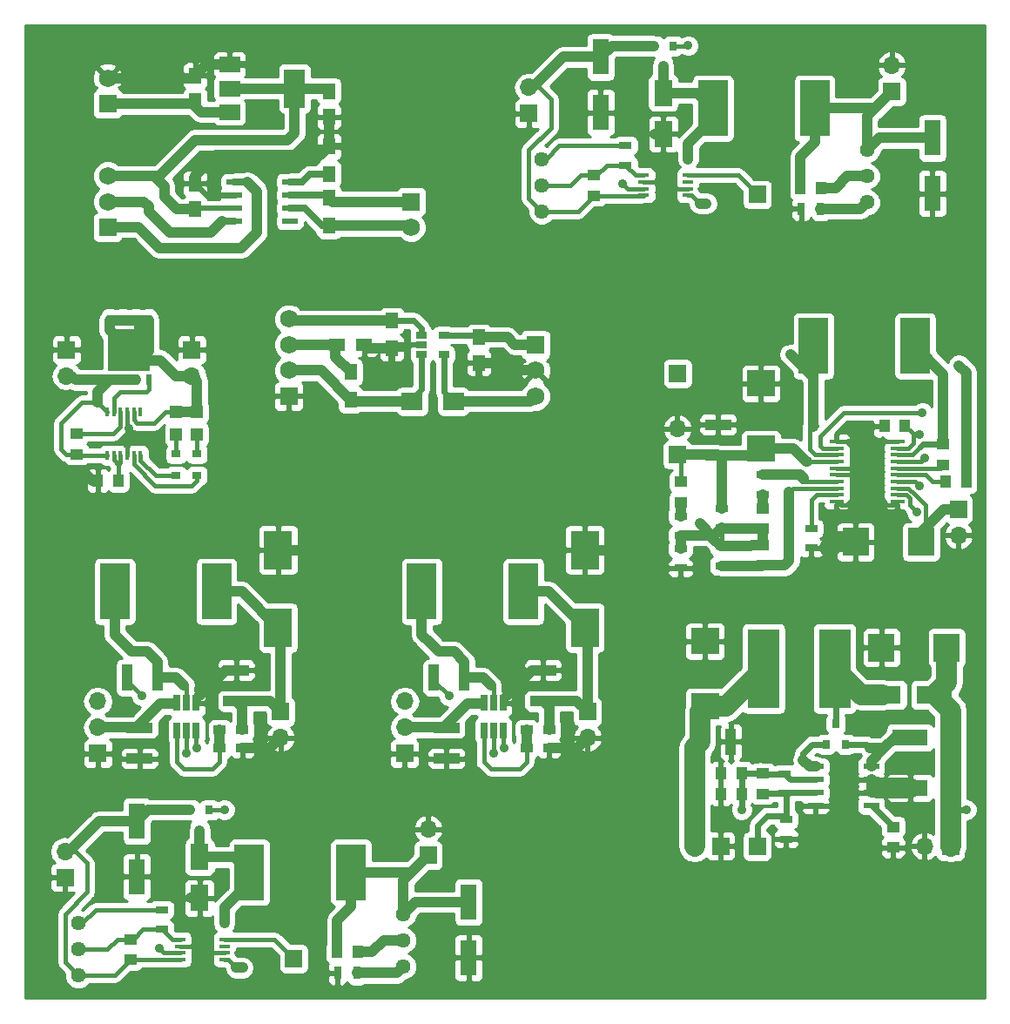
<source format=gtl>
G04 #@! TF.FileFunction,Copper,L1,Top,Signal*
%FSLAX46Y46*%
G04 Gerber Fmt 4.6, Leading zero omitted, Abs format (unit mm)*
G04 Created by KiCad (PCBNEW 4.0.5) date 07/05/17 15:18:17*
%MOMM*%
%LPD*%
G01*
G04 APERTURE LIST*
%ADD10C,0.100000*%
%ADD11R,1.700000X1.700000*%
%ADD12O,1.700000X1.700000*%
%ADD13R,2.900000X5.400000*%
%ADD14R,2.700000X3.750000*%
%ADD15R,2.500000X1.000000*%
%ADD16R,0.650000X1.560000*%
%ADD17R,1.200000X0.900000*%
%ADD18R,1.000000X2.500000*%
%ADD19R,1.800000X2.500000*%
%ADD20R,1.100000X0.400000*%
%ADD21R,0.700000X1.300000*%
%ADD22C,1.440000*%
%ADD23R,1.300000X0.700000*%
%ADD24R,0.800000X0.900000*%
%ADD25R,1.600000X3.500000*%
%ADD26R,1.250000X1.000000*%
%ADD27R,1.000000X1.250000*%
%ADD28R,1.250000X1.500000*%
%ADD29R,1.750000X1.750000*%
%ADD30C,1.750000*%
%ADD31R,1.300000X1.500000*%
%ADD32R,1.550000X0.600000*%
%ADD33R,2.000000X3.800000*%
%ADD34R,2.000000X1.500000*%
%ADD35R,0.900000X0.800000*%
%ADD36R,0.420000X0.890000*%
%ADD37R,1.200000X1.200000*%
%ADD38R,2.000000X2.000000*%
%ADD39R,0.500000X1.100000*%
%ADD40R,1.060000X0.650000*%
%ADD41R,1.500000X1.300000*%
%ADD42R,2.000000X1.700000*%
%ADD43R,1.450000X0.450000*%
%ADD44R,2.700000X2.550000*%
%ADD45R,2.550000X2.700000*%
%ADD46R,3.500000X1.800000*%
%ADD47R,3.100000X7.700000*%
%ADD48R,3.500000X1.600000*%
%ADD49C,0.900000*%
%ADD50C,1.000000*%
%ADD51C,1.000000*%
%ADD52C,0.500000*%
%ADD53C,0.400000*%
%ADD54C,0.700000*%
%ADD55C,2.000000*%
%ADD56C,0.600000*%
%ADD57C,0.254000*%
G04 APERTURE END LIST*
D10*
D11*
X80010000Y-106045000D03*
D12*
X80010000Y-103505000D03*
X80010000Y-100965000D03*
D13*
X81664000Y-90297000D03*
X91564000Y-90297000D03*
D14*
X97536000Y-93818000D03*
X97536000Y-86268000D03*
D15*
X93472000Y-100941000D03*
X93472000Y-97941000D03*
D16*
X89596000Y-101139000D03*
X88646000Y-101139000D03*
X87696000Y-101139000D03*
X87696000Y-103839000D03*
X89596000Y-103839000D03*
X88646000Y-103839000D03*
D17*
X91864000Y-105537000D03*
X94064000Y-105537000D03*
X94064000Y-103759000D03*
X91864000Y-103759000D03*
D15*
X84074000Y-103529000D03*
X84074000Y-106529000D03*
D18*
X82828000Y-98679000D03*
X85828000Y-98679000D03*
D11*
X97790000Y-101981000D03*
D12*
X97790000Y-104521000D03*
D19*
X105156000Y-41815000D03*
X105156000Y-45815000D03*
D11*
X114300000Y-51689000D03*
D20*
X107560000Y-51775000D03*
X107560000Y-51125000D03*
X107560000Y-50475000D03*
X107560000Y-49825000D03*
X103260000Y-49825000D03*
X103260000Y-50475000D03*
X103260000Y-51125000D03*
X103260000Y-51775000D03*
D21*
X120457000Y-53086000D03*
X118557000Y-53086000D03*
D22*
X93345000Y-48260000D03*
X93345000Y-50800000D03*
X93345000Y-53340000D03*
X124968000Y-47371000D03*
X124968000Y-49911000D03*
X124968000Y-52451000D03*
D23*
X101473000Y-46929000D03*
X101473000Y-48829000D03*
D24*
X106106000Y-37227000D03*
X104206000Y-37227000D03*
X105156000Y-39227000D03*
D11*
X127381000Y-41656000D03*
D12*
X127381000Y-39116000D03*
D11*
X92075000Y-43815000D03*
D12*
X92075000Y-41275000D03*
D13*
X109985000Y-43307000D03*
X119885000Y-43307000D03*
D25*
X131318000Y-46195000D03*
X131318000Y-51595000D03*
D26*
X98425000Y-51800000D03*
X98425000Y-49800000D03*
D27*
X118507000Y-51054000D03*
X120507000Y-51054000D03*
D25*
X99060000Y-38321000D03*
X99060000Y-43721000D03*
D28*
X59640000Y-42630000D03*
X59640000Y-40130000D03*
X72640000Y-41630000D03*
X72640000Y-44130000D03*
X59640000Y-53130000D03*
X59640000Y-50630000D03*
D29*
X51140000Y-54880000D03*
D30*
X51140000Y-52380000D03*
X51140000Y-49880000D03*
D29*
X51140000Y-42880000D03*
D30*
X51140000Y-40380000D03*
D29*
X80640000Y-52380000D03*
D30*
X80640000Y-54880000D03*
D31*
X72640000Y-47030000D03*
X72640000Y-49730000D03*
X72640000Y-52030000D03*
X72640000Y-54730000D03*
D32*
X63440000Y-50475000D03*
X63440000Y-51745000D03*
X63440000Y-53015000D03*
X63440000Y-54285000D03*
X68840000Y-54285000D03*
X68840000Y-53015000D03*
X68840000Y-51745000D03*
X68840000Y-50475000D03*
D33*
X69290000Y-41380000D03*
D34*
X62990000Y-41380000D03*
X62990000Y-43680000D03*
X62990000Y-39080000D03*
D25*
X53975000Y-112616000D03*
X53975000Y-118016000D03*
D27*
X73422000Y-125349000D03*
X75422000Y-125349000D03*
D26*
X53340000Y-126095000D03*
X53340000Y-124095000D03*
D25*
X86233000Y-120490000D03*
X86233000Y-125890000D03*
D13*
X64900000Y-117602000D03*
X74800000Y-117602000D03*
D11*
X46990000Y-118110000D03*
D12*
X46990000Y-115570000D03*
D11*
X82296000Y-115951000D03*
D12*
X82296000Y-113411000D03*
D24*
X61021000Y-111522000D03*
X59121000Y-111522000D03*
X60071000Y-113522000D03*
D23*
X56388000Y-121224000D03*
X56388000Y-123124000D03*
D22*
X79883000Y-121666000D03*
X79883000Y-124206000D03*
X79883000Y-126746000D03*
X48260000Y-122555000D03*
X48260000Y-125095000D03*
X48260000Y-127635000D03*
D21*
X75372000Y-127381000D03*
X73472000Y-127381000D03*
D20*
X62475000Y-126070000D03*
X62475000Y-125420000D03*
X62475000Y-124770000D03*
X62475000Y-124120000D03*
X58175000Y-124120000D03*
X58175000Y-124770000D03*
X58175000Y-125420000D03*
X58175000Y-126070000D03*
D11*
X69215000Y-125984000D03*
D19*
X60071000Y-116110000D03*
X60071000Y-120110000D03*
D27*
X50181000Y-79502000D03*
X52181000Y-79502000D03*
D26*
X48133000Y-76946000D03*
X48133000Y-74946000D03*
D35*
X59817000Y-79028000D03*
X59817000Y-76928000D03*
X57785000Y-79028000D03*
X57785000Y-76928000D03*
D11*
X47117000Y-66802000D03*
D12*
X47117000Y-69342000D03*
D36*
X51080000Y-77035000D03*
X51730000Y-77035000D03*
X52380000Y-77035000D03*
X53030000Y-77035000D03*
X53680000Y-77035000D03*
X54330000Y-77035000D03*
X54330000Y-72825000D03*
X53680000Y-72825000D03*
X53030000Y-72825000D03*
X52380000Y-72825000D03*
X51730000Y-72825000D03*
X51080000Y-72825000D03*
D11*
X59309000Y-66802000D03*
D12*
X59309000Y-69342000D03*
D37*
X59817000Y-75014000D03*
X59817000Y-72814000D03*
X57785000Y-75014000D03*
X57785000Y-72814000D03*
D38*
X52213000Y-67802000D03*
D39*
X51308000Y-69702000D03*
X52578000Y-69702000D03*
X53848000Y-69702000D03*
X55118000Y-69702000D03*
X55118000Y-63902000D03*
X53848000Y-63902000D03*
X52578000Y-63902000D03*
X51308000Y-63902000D03*
D38*
X52213000Y-65802000D03*
X54213000Y-67802000D03*
X54213000Y-65802000D03*
D40*
X81640000Y-65350000D03*
X81640000Y-66300000D03*
X81640000Y-67250000D03*
X83840000Y-67250000D03*
X83840000Y-65350000D03*
D31*
X74740000Y-68950000D03*
X74740000Y-71650000D03*
D41*
X76090000Y-66300000D03*
X73390000Y-66300000D03*
D31*
X78740000Y-63950000D03*
X78740000Y-66650000D03*
D28*
X87240000Y-65550000D03*
X87240000Y-68050000D03*
D42*
X84740000Y-71800000D03*
X80740000Y-71800000D03*
D29*
X68740000Y-71300000D03*
D30*
X68740000Y-68800000D03*
X68740000Y-66300000D03*
X68740000Y-63800000D03*
D29*
X92740000Y-66300000D03*
D30*
X92740000Y-68800000D03*
X92740000Y-71300000D03*
D43*
X122018000Y-75688000D03*
X122018000Y-76338000D03*
X122018000Y-76988000D03*
X122018000Y-77638000D03*
X122018000Y-78288000D03*
X122018000Y-78938000D03*
X122018000Y-79588000D03*
X122018000Y-80238000D03*
X122018000Y-80888000D03*
X122018000Y-81538000D03*
X127918000Y-81538000D03*
X127918000Y-80888000D03*
X127918000Y-80238000D03*
X127918000Y-79588000D03*
X127918000Y-78938000D03*
X127918000Y-78288000D03*
X127918000Y-77638000D03*
X127918000Y-76988000D03*
X127918000Y-76338000D03*
X127918000Y-75688000D03*
D27*
X128660400Y-74193400D03*
X126660400Y-74193400D03*
D26*
X132384800Y-75987400D03*
X132384800Y-77987400D03*
D44*
X114655600Y-70053200D03*
X114655600Y-76403200D03*
D15*
X110490000Y-74065000D03*
X110490000Y-77065000D03*
D45*
X130225800Y-85471000D03*
X123875800Y-85471000D03*
D11*
X133858000Y-82296000D03*
D12*
X133858000Y-84836000D03*
D11*
X106527600Y-76987400D03*
D12*
X106527600Y-74447400D03*
D23*
X106832400Y-86095800D03*
X106832400Y-87995800D03*
X114808000Y-80833000D03*
X114808000Y-78933000D03*
X110845600Y-85892600D03*
X110845600Y-87792600D03*
X106832400Y-82946200D03*
X106832400Y-84846200D03*
X119532400Y-84165400D03*
X119532400Y-86065400D03*
X110845600Y-82184200D03*
X110845600Y-84084200D03*
D13*
X129664000Y-66421000D03*
X119764000Y-66421000D03*
D27*
X134604000Y-79629000D03*
X132604000Y-79629000D03*
D26*
X114808000Y-84185000D03*
X114808000Y-82185000D03*
X114808000Y-85741000D03*
X114808000Y-87741000D03*
X106883200Y-79594200D03*
X106883200Y-81594200D03*
D11*
X106553000Y-69088000D03*
D26*
X127508000Y-113173000D03*
X127508000Y-115173000D03*
X114808000Y-107966000D03*
X114808000Y-109966000D03*
D46*
X131532000Y-100330000D03*
X126532000Y-100330000D03*
D47*
X114914000Y-97790000D03*
X121814000Y-97790000D03*
D24*
X120970000Y-105140000D03*
X122870000Y-105140000D03*
X121920000Y-103140000D03*
D48*
X129159000Y-104495600D03*
X129159000Y-109372400D03*
D23*
X116967000Y-108016000D03*
X116967000Y-109916000D03*
D32*
X119982000Y-107315000D03*
X119982000Y-108585000D03*
X119982000Y-109855000D03*
X119982000Y-111125000D03*
X125382000Y-111125000D03*
X125382000Y-109855000D03*
X125382000Y-108585000D03*
X125382000Y-107315000D03*
D11*
X110744000Y-115062000D03*
D12*
X108204000Y-115062000D03*
D11*
X133096000Y-115062000D03*
D12*
X130556000Y-115062000D03*
D27*
X112760000Y-107950000D03*
X110760000Y-107950000D03*
X110760000Y-109982000D03*
X112760000Y-109982000D03*
D18*
X108736000Y-104902000D03*
X111736000Y-104902000D03*
D23*
X117094000Y-112461000D03*
X117094000Y-114361000D03*
D44*
X109220000Y-101473000D03*
X109220000Y-95123000D03*
D45*
X132715000Y-95758000D03*
X126365000Y-95758000D03*
D11*
X114300000Y-115062000D03*
X67945000Y-101981000D03*
D12*
X67945000Y-104521000D03*
D18*
X52983000Y-98679000D03*
X55983000Y-98679000D03*
D15*
X54229000Y-103529000D03*
X54229000Y-106529000D03*
D17*
X64219000Y-103759000D03*
X62019000Y-103759000D03*
X62019000Y-105537000D03*
X64219000Y-105537000D03*
D16*
X59751000Y-101139000D03*
X58801000Y-101139000D03*
X57851000Y-101139000D03*
X57851000Y-103839000D03*
X59751000Y-103839000D03*
X58801000Y-103839000D03*
D15*
X63627000Y-100941000D03*
X63627000Y-97941000D03*
D14*
X67691000Y-93818000D03*
X67691000Y-86268000D03*
D13*
X51819000Y-90297000D03*
X61719000Y-90297000D03*
D11*
X50165000Y-106045000D03*
D12*
X50165000Y-103505000D03*
X50165000Y-100965000D03*
D49*
X90170000Y-98933000D03*
X100330000Y-86233000D03*
X105212000Y-50475000D03*
D50*
X65640000Y-38880000D03*
X75140000Y-46880000D03*
D49*
X60127000Y-124770000D03*
X49149000Y-78994000D03*
X53030000Y-75946000D03*
X53213000Y-74422000D03*
D50*
X87240000Y-69800000D03*
X78740000Y-68800000D03*
D49*
X124206000Y-78359000D03*
X124206000Y-79883000D03*
X125984000Y-78359000D03*
X125984000Y-76962000D03*
X125984000Y-79883000D03*
X124206000Y-76962000D03*
X116840000Y-69977000D03*
X121325600Y-86065400D03*
X70485000Y-86233000D03*
X60325000Y-98933000D03*
X130048000Y-75057000D03*
X130048000Y-80010000D03*
X129794000Y-82550000D03*
X134620000Y-111506000D03*
X112776000Y-111506000D03*
X107569000Y-48260000D03*
X109347000Y-52578000D03*
X64262000Y-126873000D03*
X62484000Y-122555000D03*
X101219000Y-50673000D03*
X107569000Y-37211000D03*
X62484000Y-111506000D03*
X56134000Y-124968000D03*
X117500400Y-67233800D03*
X133908800Y-68300600D03*
X108712000Y-83693000D03*
X130352800Y-72923400D03*
X130556000Y-77343000D03*
X89662000Y-105537000D03*
X84328000Y-100457000D03*
X54483000Y-100457000D03*
X59817000Y-105537000D03*
X88646000Y-106045000D03*
X58801000Y-106045000D03*
D51*
X54640000Y-49880000D02*
X56140000Y-49880000D01*
X69290000Y-45730000D02*
X69290000Y-41380000D01*
X68640000Y-46380000D02*
X69290000Y-45730000D01*
X59640000Y-46380000D02*
X68640000Y-46380000D01*
X56140000Y-49880000D02*
X59640000Y-46380000D01*
X59640000Y-53130000D02*
X57890000Y-53130000D01*
X55640000Y-49880000D02*
X54640000Y-49880000D01*
X54640000Y-49880000D02*
X51140000Y-49880000D01*
X56640000Y-50880000D02*
X55640000Y-49880000D01*
X56640000Y-51880000D02*
X56640000Y-50880000D01*
X57890000Y-53130000D02*
X56640000Y-51880000D01*
D52*
X63440000Y-53015000D02*
X59755000Y-53015000D01*
X59755000Y-53015000D02*
X59640000Y-53130000D01*
D51*
X69290000Y-41380000D02*
X72390000Y-41380000D01*
X72390000Y-41380000D02*
X72640000Y-41630000D01*
X62990000Y-41380000D02*
X69290000Y-41380000D01*
X96774000Y-105537000D02*
X97790000Y-104521000D01*
X94064000Y-105537000D02*
X96774000Y-105537000D01*
X91059000Y-99314000D02*
X89916000Y-100457000D01*
X92432000Y-97941000D02*
X91059000Y-99314000D01*
X93472000Y-97941000D02*
X92432000Y-97941000D01*
X90551000Y-99314000D02*
X90170000Y-98933000D01*
X91059000Y-99314000D02*
X90551000Y-99314000D01*
X100295000Y-86268000D02*
X100330000Y-86233000D01*
X97536000Y-86268000D02*
X100295000Y-86268000D01*
D53*
X105212000Y-50475000D02*
X105862000Y-51125000D01*
X105862000Y-51125000D02*
X107560000Y-51125000D01*
X103260000Y-50475000D02*
X105212000Y-50475000D01*
D51*
X105156000Y-45815000D02*
X104299000Y-45815000D01*
X59640000Y-50630000D02*
X59640000Y-49880000D01*
X59640000Y-49880000D02*
X61640000Y-47880000D01*
X71790000Y-47880000D02*
X72640000Y-47030000D01*
X61640000Y-47880000D02*
X71790000Y-47880000D01*
D54*
X62990000Y-39080000D02*
X65440000Y-39080000D01*
X65440000Y-39080000D02*
X65640000Y-38880000D01*
X72640000Y-47030000D02*
X74990000Y-47030000D01*
X74990000Y-47030000D02*
X75140000Y-46880000D01*
D52*
X63440000Y-51745000D02*
X60755000Y-51745000D01*
X60755000Y-51745000D02*
X59640000Y-50630000D01*
D51*
X72640000Y-47030000D02*
X72640000Y-44130000D01*
X51140000Y-40380000D02*
X59390000Y-40380000D01*
X59390000Y-40380000D02*
X60690000Y-39080000D01*
X60690000Y-39080000D02*
X62990000Y-39080000D01*
X60071000Y-120110000D02*
X59214000Y-120110000D01*
D53*
X58175000Y-124770000D02*
X60127000Y-124770000D01*
X60777000Y-125420000D02*
X62475000Y-125420000D01*
X60127000Y-124770000D02*
X60777000Y-125420000D01*
D51*
X50181000Y-79502000D02*
X49657000Y-79502000D01*
X49657000Y-79502000D02*
X49149000Y-78994000D01*
D53*
X53030000Y-77035000D02*
X53030000Y-75946000D01*
X53030000Y-75946000D02*
X53030000Y-74605000D01*
X53030000Y-74239000D02*
X53213000Y-74422000D01*
X53030000Y-74239000D02*
X53030000Y-72825000D01*
X53030000Y-74605000D02*
X53213000Y-74422000D01*
D51*
X87240000Y-68050000D02*
X89990000Y-68050000D01*
X90740000Y-68800000D02*
X92740000Y-68800000D01*
X89990000Y-68050000D02*
X90740000Y-68800000D01*
D54*
X87240000Y-68050000D02*
X87240000Y-69800000D01*
X78740000Y-66650000D02*
X78740000Y-68800000D01*
D51*
X76090000Y-66300000D02*
X76240000Y-66300000D01*
X76240000Y-66300000D02*
X76590000Y-66650000D01*
X76590000Y-66650000D02*
X78740000Y-66650000D01*
D52*
X78740000Y-66800000D02*
X78740000Y-66650000D01*
X81640000Y-66300000D02*
X79090000Y-66300000D01*
D53*
X124206000Y-78359000D02*
X124206000Y-79883000D01*
X125984000Y-79883000D02*
X125984000Y-78359000D01*
X125984000Y-76962000D02*
X125984000Y-76200000D01*
X126496000Y-75688000D02*
X125984000Y-76200000D01*
X126496000Y-75688000D02*
X127918000Y-75688000D01*
X125984000Y-78359000D02*
X125984000Y-76962000D01*
X124206000Y-76962000D02*
X122932000Y-75688000D01*
X122932000Y-75688000D02*
X122018000Y-75688000D01*
X123627000Y-78938000D02*
X124206000Y-78359000D01*
X122018000Y-78938000D02*
X123627000Y-78938000D01*
X124135000Y-78288000D02*
X122018000Y-78288000D01*
X124135000Y-78288000D02*
X124206000Y-78359000D01*
X124968000Y-81915000D02*
X127541000Y-81915000D01*
X127541000Y-81915000D02*
X127918000Y-81538000D01*
X122428000Y-81915000D02*
X122051000Y-81538000D01*
X124968000Y-81915000D02*
X122428000Y-81915000D01*
X122051000Y-81538000D02*
X122018000Y-81538000D01*
X114655600Y-70053200D02*
X116763800Y-70053200D01*
X116763800Y-70053200D02*
X116840000Y-69977000D01*
D55*
X121920000Y-85471000D02*
X121325600Y-86065400D01*
X123875800Y-85471000D02*
X121920000Y-85471000D01*
D53*
X119532400Y-86065400D02*
X123281400Y-86065400D01*
X123281400Y-86065400D02*
X123875800Y-85471000D01*
D51*
X125382000Y-109855000D02*
X125382000Y-109347000D01*
X125382000Y-109347000D02*
X125382000Y-108585000D01*
D55*
X129159000Y-109372400D02*
X126009400Y-109372400D01*
X126009400Y-109372400D02*
X125984000Y-109347000D01*
D51*
X67691000Y-86268000D02*
X70450000Y-86268000D01*
X70450000Y-86268000D02*
X70485000Y-86233000D01*
X61214000Y-99314000D02*
X60706000Y-99314000D01*
X60706000Y-99314000D02*
X60325000Y-98933000D01*
X63627000Y-97941000D02*
X62587000Y-97941000D01*
X62587000Y-97941000D02*
X61214000Y-99314000D01*
X61214000Y-99314000D02*
X60071000Y-100457000D01*
X64219000Y-105537000D02*
X66929000Y-105537000D01*
X66929000Y-105537000D02*
X67945000Y-104521000D01*
D53*
X59751000Y-101139000D02*
X59751000Y-100269000D01*
D51*
X51140000Y-42880000D02*
X59390000Y-42880000D01*
X59390000Y-42880000D02*
X60190000Y-43680000D01*
X60190000Y-43680000D02*
X62990000Y-43680000D01*
D54*
X63440000Y-50475000D02*
X64735000Y-50475000D01*
D51*
X54140000Y-54880000D02*
X51140000Y-54880000D01*
X56140000Y-56880000D02*
X54140000Y-54880000D01*
X64140000Y-56880000D02*
X56140000Y-56880000D01*
X65640000Y-55380000D02*
X64140000Y-56880000D01*
X65640000Y-51380000D02*
X65640000Y-55380000D01*
X64735000Y-50475000D02*
X65640000Y-51380000D01*
D54*
X63440000Y-54285000D02*
X62235000Y-54285000D01*
D51*
X54640000Y-52380000D02*
X51140000Y-52380000D01*
X55140000Y-52880000D02*
X54640000Y-52380000D01*
X55140000Y-53380000D02*
X55140000Y-52880000D01*
X57140000Y-55380000D02*
X55140000Y-53380000D01*
X61140000Y-55380000D02*
X57140000Y-55380000D01*
X62235000Y-54285000D02*
X61140000Y-55380000D01*
D54*
X68840000Y-51745000D02*
X72355000Y-51745000D01*
X72355000Y-51745000D02*
X72640000Y-52030000D01*
D51*
X80640000Y-52380000D02*
X72990000Y-52380000D01*
X72990000Y-52380000D02*
X72640000Y-52030000D01*
D54*
X68840000Y-53015000D02*
X70275000Y-53015000D01*
X70275000Y-53015000D02*
X71990000Y-54730000D01*
X71990000Y-54730000D02*
X72640000Y-54730000D01*
D51*
X72640000Y-54730000D02*
X80490000Y-54730000D01*
X80490000Y-54730000D02*
X80640000Y-54880000D01*
D54*
X68840000Y-50475000D02*
X70045000Y-50475000D01*
X70790000Y-49730000D02*
X72640000Y-49730000D01*
X70045000Y-50475000D02*
X70790000Y-49730000D01*
D53*
X96885000Y-53340000D02*
X98425000Y-51800000D01*
X93345000Y-53340000D02*
X96885000Y-53340000D01*
X103235000Y-51800000D02*
X103260000Y-51775000D01*
X98425000Y-51800000D02*
X103235000Y-51800000D01*
X93091000Y-41275000D02*
X94234000Y-42418000D01*
X94234000Y-42418000D02*
X94234000Y-45212000D01*
X94234000Y-45212000D02*
X92075000Y-47371000D01*
X92075000Y-47371000D02*
X92075000Y-52070000D01*
X92075000Y-52070000D02*
X93345000Y-53340000D01*
X92075000Y-41275000D02*
X93091000Y-41275000D01*
D51*
X95410000Y-38321000D02*
X99060000Y-38321000D01*
X92456000Y-41275000D02*
X95410000Y-38321000D01*
X92075000Y-41275000D02*
X92456000Y-41275000D01*
X100154000Y-37227000D02*
X99060000Y-38321000D01*
X104206000Y-37227000D02*
X100154000Y-37227000D01*
X59121000Y-111522000D02*
X55069000Y-111522000D01*
X55069000Y-111522000D02*
X53975000Y-112616000D01*
X46990000Y-115570000D02*
X47371000Y-115570000D01*
X47371000Y-115570000D02*
X50325000Y-112616000D01*
X50325000Y-112616000D02*
X53975000Y-112616000D01*
D53*
X46990000Y-115570000D02*
X48006000Y-115570000D01*
X46990000Y-126365000D02*
X48260000Y-127635000D01*
X46990000Y-121666000D02*
X46990000Y-126365000D01*
X49149000Y-119507000D02*
X46990000Y-121666000D01*
X49149000Y-116713000D02*
X49149000Y-119507000D01*
X48006000Y-115570000D02*
X49149000Y-116713000D01*
X53340000Y-126095000D02*
X58150000Y-126095000D01*
X58150000Y-126095000D02*
X58175000Y-126070000D01*
X48260000Y-127635000D02*
X51800000Y-127635000D01*
X51800000Y-127635000D02*
X53340000Y-126095000D01*
X129438400Y-74971400D02*
X129962400Y-74971400D01*
X129962400Y-74971400D02*
X130048000Y-75057000D01*
X127918000Y-76338000D02*
X128970200Y-76338000D01*
X129438400Y-74971400D02*
X128660400Y-74193400D01*
X129438400Y-75869800D02*
X129438400Y-74971400D01*
X128970200Y-76338000D02*
X129438400Y-75869800D01*
X127918000Y-79588000D02*
X129626000Y-79588000D01*
X129626000Y-79588000D02*
X130048000Y-80010000D01*
X128807470Y-80888000D02*
X127918000Y-80888000D01*
X129794000Y-82550000D02*
X129159000Y-81915000D01*
X129159000Y-81915000D02*
X129159000Y-81239530D01*
X129159000Y-81239530D02*
X128807470Y-80888000D01*
D56*
X112760000Y-109982000D02*
X112760000Y-111490000D01*
X134620000Y-111506000D02*
X133096000Y-111506000D01*
X112760000Y-111490000D02*
X112776000Y-111506000D01*
X133096000Y-111506000D02*
X133604000Y-111506000D01*
X133604000Y-111506000D02*
X133096000Y-111506000D01*
X112760000Y-107950000D02*
X112760000Y-109982000D01*
X114808000Y-107966000D02*
X112776000Y-107966000D01*
X112776000Y-107966000D02*
X112760000Y-107950000D01*
D55*
X132715000Y-95758000D02*
X132715000Y-99147000D01*
X132715000Y-99147000D02*
X131532000Y-100330000D01*
X131532000Y-100330000D02*
X131572000Y-100330000D01*
X131572000Y-100330000D02*
X133096000Y-101854000D01*
X133096000Y-101854000D02*
X133096000Y-111506000D01*
X133096000Y-111506000D02*
X133096000Y-115062000D01*
D56*
X114538000Y-107696000D02*
X114808000Y-107966000D01*
X116967000Y-108016000D02*
X114858000Y-108016000D01*
X114858000Y-108016000D02*
X114808000Y-107966000D01*
X119982000Y-108585000D02*
X117536000Y-108585000D01*
X117536000Y-108585000D02*
X116967000Y-108016000D01*
D53*
X107560000Y-49825000D02*
X107782000Y-49825000D01*
D51*
X123063000Y-49911000D02*
X124968000Y-49911000D01*
X121920000Y-51054000D02*
X123063000Y-49911000D01*
X120507000Y-51054000D02*
X121920000Y-51054000D01*
D53*
X112436000Y-49825000D02*
X114300000Y-51689000D01*
X107560000Y-49825000D02*
X112436000Y-49825000D01*
X62475000Y-124120000D02*
X67351000Y-124120000D01*
X67351000Y-124120000D02*
X69215000Y-125984000D01*
D51*
X75422000Y-125349000D02*
X76835000Y-125349000D01*
X76835000Y-125349000D02*
X77978000Y-124206000D01*
X77978000Y-124206000D02*
X79883000Y-124206000D01*
D53*
X62475000Y-124120000D02*
X62697000Y-124120000D01*
X52380000Y-72825000D02*
X52380000Y-74239000D01*
X51673000Y-74946000D02*
X48133000Y-74946000D01*
X52380000Y-74239000D02*
X51673000Y-74946000D01*
X96139000Y-50800000D02*
X97139000Y-49800000D01*
X97139000Y-49800000D02*
X98425000Y-49800000D01*
X93345000Y-50800000D02*
X96139000Y-50800000D01*
X99634000Y-48829000D02*
X101473000Y-48829000D01*
X98663000Y-49800000D02*
X99634000Y-48829000D01*
X98425000Y-49800000D02*
X98663000Y-49800000D01*
X102469000Y-49825000D02*
X101473000Y-48829000D01*
X103260000Y-49825000D02*
X102469000Y-49825000D01*
X58175000Y-124120000D02*
X57384000Y-124120000D01*
X57384000Y-124120000D02*
X56388000Y-123124000D01*
X53340000Y-124095000D02*
X53578000Y-124095000D01*
X53578000Y-124095000D02*
X54549000Y-123124000D01*
X54549000Y-123124000D02*
X56388000Y-123124000D01*
X48260000Y-125095000D02*
X51054000Y-125095000D01*
X52054000Y-124095000D02*
X53340000Y-124095000D01*
X51054000Y-125095000D02*
X52054000Y-124095000D01*
D51*
X108493000Y-41815000D02*
X109985000Y-43307000D01*
X105156000Y-41815000D02*
X108493000Y-41815000D01*
X105156000Y-41815000D02*
X105156000Y-39227000D01*
X109985000Y-44320000D02*
X109985000Y-43307000D01*
X109347000Y-52578000D02*
X108712000Y-52578000D01*
X109985000Y-44320000D02*
X107569000Y-46736000D01*
X107569000Y-46736000D02*
X107569000Y-48260000D01*
D53*
X107909000Y-51775000D02*
X108712000Y-52578000D01*
X107560000Y-51775000D02*
X107909000Y-51775000D01*
X62475000Y-126070000D02*
X62824000Y-126070000D01*
X62824000Y-126070000D02*
X63627000Y-126873000D01*
D51*
X62484000Y-121031000D02*
X62484000Y-122555000D01*
X64900000Y-118615000D02*
X62484000Y-121031000D01*
X64262000Y-126873000D02*
X63627000Y-126873000D01*
X64900000Y-118615000D02*
X64900000Y-117602000D01*
X60071000Y-116110000D02*
X60071000Y-113522000D01*
X60071000Y-116110000D02*
X63408000Y-116110000D01*
X63408000Y-116110000D02*
X64900000Y-117602000D01*
D53*
X101671000Y-51125000D02*
X101219000Y-50673000D01*
X107569000Y-37211000D02*
X107553000Y-37227000D01*
X107553000Y-37227000D02*
X106106000Y-37227000D01*
X103260000Y-51125000D02*
X101671000Y-51125000D01*
X58175000Y-125420000D02*
X56586000Y-125420000D01*
X62468000Y-111522000D02*
X61021000Y-111522000D01*
X62484000Y-111506000D02*
X62468000Y-111522000D01*
X56586000Y-125420000D02*
X56134000Y-124968000D01*
D56*
X118745000Y-106680000D02*
X118745000Y-106045000D01*
D51*
X119380000Y-107315000D02*
X118745000Y-106680000D01*
D56*
X119650000Y-105140000D02*
X120970000Y-105140000D01*
X118745000Y-106045000D02*
X119650000Y-105140000D01*
D51*
X119982000Y-107315000D02*
X119380000Y-107315000D01*
X119885000Y-43815000D02*
X119885000Y-43310000D01*
X119885000Y-43815000D02*
X119885000Y-44955000D01*
X119885000Y-46612000D02*
X118507000Y-47990000D01*
X118507000Y-47990000D02*
X118507000Y-51054000D01*
X119885000Y-43307000D02*
X119885000Y-46612000D01*
X125730000Y-43307000D02*
X127381000Y-41656000D01*
X119885000Y-43307000D02*
X125730000Y-43307000D01*
X124968000Y-44069000D02*
X125730000Y-43307000D01*
X124968000Y-47371000D02*
X124968000Y-44069000D01*
X126144000Y-46195000D02*
X124968000Y-47371000D01*
X131318000Y-46195000D02*
X126144000Y-46195000D01*
X86233000Y-120490000D02*
X81059000Y-120490000D01*
X81059000Y-120490000D02*
X79883000Y-121666000D01*
X79883000Y-121666000D02*
X79883000Y-118364000D01*
X79883000Y-118364000D02*
X80645000Y-117602000D01*
X74800000Y-117602000D02*
X80645000Y-117602000D01*
X80645000Y-117602000D02*
X82296000Y-115951000D01*
X74800000Y-117602000D02*
X74800000Y-120907000D01*
X73422000Y-122285000D02*
X73422000Y-125349000D01*
X74800000Y-120907000D02*
X73422000Y-122285000D01*
X74800000Y-118110000D02*
X74800000Y-119250000D01*
X74800000Y-118110000D02*
X74800000Y-117605000D01*
D53*
X48133000Y-76946000D02*
X47101000Y-76946000D01*
X48641000Y-71882000D02*
X50165000Y-71882000D01*
X46609000Y-73914000D02*
X48641000Y-71882000D01*
X46609000Y-76454000D02*
X46609000Y-73914000D01*
X47101000Y-76946000D02*
X46609000Y-76454000D01*
X51080000Y-72825000D02*
X51080000Y-72797000D01*
X51080000Y-72797000D02*
X50165000Y-71882000D01*
D51*
X51308000Y-69702000D02*
X51308000Y-69723000D01*
X51308000Y-69723000D02*
X50165000Y-70866000D01*
X50165000Y-70866000D02*
X50165000Y-71882000D01*
X51308000Y-69702000D02*
X52578000Y-69702000D01*
D53*
X51080000Y-77035000D02*
X48222000Y-77035000D01*
X48222000Y-77035000D02*
X48133000Y-76946000D01*
D51*
X51308000Y-69702000D02*
X53848000Y-69702000D01*
X47117000Y-69342000D02*
X47625000Y-69342000D01*
X47625000Y-69342000D02*
X47985000Y-69702000D01*
X47985000Y-69702000D02*
X51308000Y-69702000D01*
D53*
X95057000Y-46929000D02*
X101473000Y-46929000D01*
X93726000Y-48260000D02*
X95057000Y-46929000D01*
X93345000Y-48260000D02*
X93726000Y-48260000D01*
X48260000Y-122555000D02*
X48641000Y-122555000D01*
X48641000Y-122555000D02*
X49972000Y-121224000D01*
X49972000Y-121224000D02*
X56388000Y-121224000D01*
D51*
X124333000Y-53086000D02*
X124968000Y-52451000D01*
X120457000Y-53086000D02*
X124333000Y-53086000D01*
X75372000Y-127381000D02*
X79248000Y-127381000D01*
X79248000Y-127381000D02*
X79883000Y-126746000D01*
D53*
X52380000Y-77035000D02*
X52380000Y-77763000D01*
X52380000Y-77763000D02*
X52181000Y-77962000D01*
X51730000Y-77035000D02*
X51730000Y-77511000D01*
X51730000Y-77511000D02*
X52181000Y-77962000D01*
X52181000Y-79502000D02*
X52181000Y-77962000D01*
X53680000Y-77035000D02*
X53680000Y-77937000D01*
X59817000Y-79502000D02*
X59817000Y-79028000D01*
X59309000Y-80010000D02*
X59817000Y-79502000D01*
X55753000Y-80010000D02*
X59309000Y-80010000D01*
X53680000Y-77937000D02*
X55753000Y-80010000D01*
X59817000Y-76928000D02*
X59817000Y-75014000D01*
X54330000Y-77035000D02*
X54330000Y-77571000D01*
X55787000Y-79028000D02*
X57785000Y-79028000D01*
X54330000Y-77571000D02*
X55787000Y-79028000D01*
X57785000Y-76928000D02*
X57785000Y-75014000D01*
X53680000Y-72825000D02*
X53680000Y-73619000D01*
X56726000Y-72814000D02*
X57785000Y-72814000D01*
X55626000Y-73914000D02*
X56726000Y-72814000D01*
X53975000Y-73914000D02*
X55626000Y-73914000D01*
X53680000Y-73619000D02*
X53975000Y-73914000D01*
D51*
X54213000Y-65802000D02*
X54213000Y-64267000D01*
X54213000Y-64267000D02*
X53848000Y-63902000D01*
X52578000Y-63902000D02*
X53848000Y-63902000D01*
X54213000Y-67802000D02*
X54213000Y-64267000D01*
X54213000Y-64267000D02*
X53848000Y-63902000D01*
X52213000Y-67802000D02*
X54213000Y-67802000D01*
X57785000Y-72814000D02*
X59817000Y-72814000D01*
X59817000Y-72814000D02*
X59817000Y-69850000D01*
X59817000Y-69850000D02*
X59309000Y-69342000D01*
X54213000Y-67802000D02*
X56245000Y-67802000D01*
X57785000Y-69342000D02*
X59309000Y-69342000D01*
X56245000Y-67802000D02*
X57785000Y-69342000D01*
X55118000Y-63902000D02*
X55118000Y-66897000D01*
X55118000Y-66897000D02*
X54213000Y-67802000D01*
X51308000Y-63902000D02*
X55118000Y-63902000D01*
X51308000Y-63902000D02*
X51308000Y-64897000D01*
X51308000Y-64897000D02*
X52213000Y-65802000D01*
D53*
X51730000Y-72825000D02*
X51730000Y-71460000D01*
X55118000Y-70612000D02*
X55118000Y-69702000D01*
X54864000Y-70866000D02*
X55118000Y-70612000D01*
X52324000Y-70866000D02*
X54864000Y-70866000D01*
X51730000Y-71460000D02*
X52324000Y-70866000D01*
D51*
X87240000Y-65550000D02*
X89990000Y-65550000D01*
X90740000Y-66300000D02*
X92740000Y-66300000D01*
X89990000Y-65550000D02*
X90740000Y-66300000D01*
D56*
X83840000Y-65350000D02*
X87040000Y-65350000D01*
D51*
X78740000Y-63950000D02*
X68890000Y-63950000D01*
X68890000Y-63950000D02*
X68740000Y-63800000D01*
D56*
X81640000Y-65350000D02*
X81640000Y-64700000D01*
X80890000Y-63950000D02*
X78740000Y-63950000D01*
X81640000Y-64700000D02*
X80890000Y-63950000D01*
D51*
X80740000Y-71800000D02*
X74890000Y-71800000D01*
X74890000Y-71800000D02*
X71890000Y-68800000D01*
X71890000Y-68800000D02*
X68740000Y-68800000D01*
D56*
X80590000Y-71650000D02*
X81640000Y-70600000D01*
X81640000Y-70600000D02*
X81640000Y-67250000D01*
D51*
X84740000Y-71800000D02*
X92240000Y-71800000D01*
X92240000Y-71800000D02*
X92740000Y-71300000D01*
D56*
X83840000Y-67250000D02*
X83840000Y-70900000D01*
X83840000Y-70900000D02*
X84240000Y-71300000D01*
D51*
X68740000Y-66300000D02*
X73390000Y-66300000D01*
D54*
X73390000Y-66300000D02*
X73240000Y-66450000D01*
D51*
X73240000Y-66450000D02*
X73240000Y-67450000D01*
X73240000Y-67450000D02*
X74740000Y-68950000D01*
D53*
X127918000Y-76988000D02*
X129387000Y-76988000D01*
D56*
X130387600Y-75987400D02*
X130175000Y-76200000D01*
X130387600Y-75987400D02*
X132384800Y-75987400D01*
D53*
X129387000Y-76988000D02*
X130175000Y-76200000D01*
D51*
X132384800Y-75987400D02*
X132384800Y-75184000D01*
X132384800Y-75184000D02*
X132384800Y-69141800D01*
X132384800Y-69141800D02*
X129664000Y-66421000D01*
D53*
X129844800Y-78288000D02*
X132084200Y-78288000D01*
X132084200Y-78288000D02*
X132384800Y-77987400D01*
X127918000Y-78288000D02*
X129844800Y-78288000D01*
X129844800Y-78288000D02*
X129982600Y-78288000D01*
D51*
X134604000Y-79629000D02*
X134604000Y-68995800D01*
X119634000Y-69367400D02*
X119764000Y-69367400D01*
X117500400Y-67233800D02*
X119634000Y-69367400D01*
X134604000Y-68995800D02*
X133908800Y-68300600D01*
D53*
X122018000Y-76988000D02*
X119914000Y-76988000D01*
X119380000Y-74168000D02*
X119764000Y-74168000D01*
X119380000Y-76454000D02*
X119380000Y-74168000D01*
X119914000Y-76988000D02*
X119380000Y-76454000D01*
X119764000Y-73815400D02*
X119764000Y-73866200D01*
X120091200Y-74193400D02*
X119764000Y-74193400D01*
X119764000Y-73866200D02*
X120091200Y-74193400D01*
D51*
X119764000Y-73815400D02*
X119764000Y-74168000D01*
X119764000Y-74168000D02*
X119764000Y-74295000D01*
X119764000Y-74295000D02*
X119764000Y-74193400D01*
X119764000Y-74193400D02*
X119764000Y-69367400D01*
X119764000Y-69367400D02*
X119764000Y-66421000D01*
D53*
X127918000Y-78938000D02*
X130677800Y-78938000D01*
X131368800Y-79629000D02*
X132604000Y-79629000D01*
X130677800Y-78938000D02*
X131368800Y-79629000D01*
D51*
X119167000Y-77638000D02*
X119040000Y-77638000D01*
X117805200Y-76403200D02*
X114655600Y-76403200D01*
X119040000Y-77638000D02*
X117805200Y-76403200D01*
D53*
X122018000Y-77638000D02*
X119167000Y-77638000D01*
X119167000Y-77638000D02*
X119126000Y-77597000D01*
D51*
X110845600Y-82184200D02*
X110845600Y-77420600D01*
X110845600Y-77420600D02*
X110490000Y-77065000D01*
X110490000Y-77065000D02*
X113993800Y-77065000D01*
X113993800Y-77065000D02*
X114655600Y-76403200D01*
X106527600Y-76987400D02*
X110412400Y-76987400D01*
X110412400Y-76987400D02*
X110490000Y-77065000D01*
D53*
X106883200Y-79594200D02*
X106883200Y-77343000D01*
X106883200Y-77343000D02*
X106527600Y-76987400D01*
D51*
X110032800Y-85013800D02*
X110032800Y-85166200D01*
X108712000Y-83693000D02*
X110032800Y-85013800D01*
X114808000Y-85741000D02*
X114808000Y-84185000D01*
X114808000Y-84185000D02*
X110946400Y-84185000D01*
X110946400Y-84185000D02*
X110845600Y-84084200D01*
X110845600Y-85892600D02*
X113624400Y-85892600D01*
X113776000Y-85741000D02*
X114808000Y-85741000D01*
X113624400Y-85892600D02*
X113776000Y-85741000D01*
X110845600Y-85892600D02*
X110759200Y-85892600D01*
X110759200Y-85892600D02*
X110032800Y-85166200D01*
X110032800Y-85166200D02*
X109712800Y-84846200D01*
X106832400Y-84846200D02*
X109712800Y-84846200D01*
X109712800Y-84846200D02*
X110083600Y-84846200D01*
X110083600Y-84846200D02*
X110845600Y-84084200D01*
X106832400Y-86095800D02*
X106832400Y-84846200D01*
D53*
X110642400Y-86095800D02*
X110845600Y-85892600D01*
X110845600Y-85892600D02*
X114656400Y-85892600D01*
X114656400Y-85892600D02*
X114808000Y-85741000D01*
X109799200Y-84846200D02*
X110083600Y-84846200D01*
X110083600Y-84846200D02*
X110845600Y-84084200D01*
X106832400Y-84846200D02*
X109799200Y-84846200D01*
X109799200Y-84846200D02*
X110845600Y-85892600D01*
X110845600Y-84084200D02*
X114707200Y-84084200D01*
X114707200Y-84084200D02*
X114808000Y-84185000D01*
X110845600Y-85892600D02*
X110845600Y-84084200D01*
D51*
X114808000Y-82185000D02*
X114808000Y-80833000D01*
D53*
X122018000Y-80238000D02*
X117755000Y-80238000D01*
D51*
X116957600Y-87741000D02*
X117398800Y-87299800D01*
X117398800Y-87299800D02*
X117398800Y-80594200D01*
X116957600Y-87741000D02*
X114808000Y-87741000D01*
D53*
X117755000Y-80238000D02*
X117398800Y-80594200D01*
D51*
X110845600Y-87792600D02*
X114756400Y-87792600D01*
X114756400Y-87792600D02*
X114808000Y-87741000D01*
D53*
X114808000Y-87741000D02*
X110897200Y-87741000D01*
X110897200Y-87741000D02*
X110845600Y-87792600D01*
D51*
X106832400Y-82946200D02*
X106832400Y-81645000D01*
X106832400Y-81645000D02*
X106883200Y-81594200D01*
D53*
X106832400Y-81645000D02*
X106883200Y-81594200D01*
X122018000Y-76338000D02*
X120661000Y-76338000D01*
X122682000Y-72923400D02*
X130352800Y-72923400D01*
X120446800Y-75158600D02*
X122682000Y-72923400D01*
X120446800Y-76123800D02*
X120446800Y-75158600D01*
X120661000Y-76338000D02*
X120446800Y-76123800D01*
D51*
X133858000Y-82296000D02*
X132461000Y-82296000D01*
X132461000Y-82296000D02*
X130225800Y-84531200D01*
X130225800Y-84531200D02*
X130225800Y-85471000D01*
D53*
X127918000Y-77638000D02*
X130261000Y-77638000D01*
X130261000Y-77638000D02*
X130556000Y-77343000D01*
X127918000Y-80238000D02*
X129006000Y-80238000D01*
X130683000Y-81915000D02*
X130683000Y-85013800D01*
X129667000Y-80899000D02*
X130683000Y-81915000D01*
X129006000Y-80238000D02*
X129667000Y-80899000D01*
X130683000Y-85013800D02*
X130225800Y-85471000D01*
D51*
X114808000Y-78933000D02*
X118430000Y-78933000D01*
X118430000Y-78933000D02*
X118770400Y-79273400D01*
D53*
X122018000Y-79588000D02*
X118627800Y-79588000D01*
X117972800Y-78933000D02*
X114808000Y-78933000D01*
X118627800Y-79588000D02*
X117972800Y-78933000D01*
X119532400Y-84165400D02*
X119532400Y-81407000D01*
X120051400Y-80888000D02*
X122018000Y-80888000D01*
X119532400Y-81407000D02*
X120051400Y-80888000D01*
D56*
X125382000Y-111125000D02*
X125460000Y-111125000D01*
X125460000Y-111125000D02*
X127508000Y-113173000D01*
X117094000Y-112461000D02*
X117094000Y-111506000D01*
X117094000Y-112080000D02*
X115250000Y-112080000D01*
X114300000Y-113030000D02*
X114300000Y-115062000D01*
X115250000Y-112080000D02*
X114300000Y-113030000D01*
X117094000Y-112080000D02*
X117094000Y-111506000D01*
X117094000Y-111506000D02*
X117094000Y-110043000D01*
X117094000Y-110043000D02*
X116967000Y-109916000D01*
X116967000Y-109916000D02*
X114858000Y-109916000D01*
X114858000Y-109916000D02*
X114808000Y-109966000D01*
X119982000Y-109855000D02*
X117028000Y-109855000D01*
X117028000Y-109855000D02*
X116967000Y-109916000D01*
X121920000Y-103140000D02*
X121920000Y-97896000D01*
X121920000Y-97896000D02*
X121814000Y-97790000D01*
D55*
X126532000Y-100330000D02*
X124354000Y-100330000D01*
X124354000Y-100330000D02*
X121814000Y-97790000D01*
D56*
X122870000Y-105140000D02*
X124902000Y-105140000D01*
D51*
X125283000Y-105521000D02*
X126635000Y-105521000D01*
D56*
X124902000Y-105140000D02*
X125283000Y-105521000D01*
D51*
X125382000Y-107315000D02*
X125382000Y-106774000D01*
X125382000Y-106774000D02*
X126635000Y-105521000D01*
X129159000Y-104495600D02*
X127660400Y-104495600D01*
X127660400Y-104495600D02*
X126635000Y-105521000D01*
D55*
X108204000Y-115062000D02*
X108204000Y-105434000D01*
X108204000Y-105434000D02*
X108736000Y-104902000D01*
X108736000Y-104902000D02*
X108736000Y-101957000D01*
X108736000Y-101957000D02*
X109220000Y-101473000D01*
X109220000Y-101473000D02*
X111231000Y-101473000D01*
X111231000Y-101473000D02*
X114914000Y-97790000D01*
D51*
X94064000Y-101533000D02*
X93472000Y-100941000D01*
X94064000Y-103759000D02*
X94064000Y-101533000D01*
X96750000Y-100941000D02*
X97790000Y-101981000D01*
X93472000Y-100941000D02*
X96750000Y-100941000D01*
X97790000Y-94072000D02*
X97536000Y-93818000D01*
X97790000Y-101981000D02*
X97790000Y-94072000D01*
X94015000Y-90297000D02*
X97536000Y-93818000D01*
X91564000Y-90297000D02*
X94015000Y-90297000D01*
X61719000Y-90297000D02*
X64170000Y-90297000D01*
X64170000Y-90297000D02*
X67691000Y-93818000D01*
X67945000Y-101981000D02*
X67945000Y-94072000D01*
X67945000Y-94072000D02*
X67691000Y-93818000D01*
X63627000Y-100941000D02*
X66905000Y-100941000D01*
X66905000Y-100941000D02*
X67945000Y-101981000D01*
X64219000Y-103759000D02*
X64219000Y-101533000D01*
X64219000Y-101533000D02*
X63627000Y-100941000D01*
D53*
X89596000Y-105471000D02*
X89596000Y-103839000D01*
X89662000Y-105537000D02*
X89596000Y-105471000D01*
X82828000Y-98957000D02*
X84328000Y-100457000D01*
X82828000Y-98679000D02*
X82828000Y-98957000D01*
X52983000Y-98679000D02*
X52983000Y-98957000D01*
X52983000Y-98957000D02*
X54483000Y-100457000D01*
X59817000Y-105537000D02*
X59751000Y-105471000D01*
X59751000Y-105471000D02*
X59751000Y-103839000D01*
X88646000Y-99695000D02*
X88646000Y-101139000D01*
D51*
X83312000Y-96139000D02*
X84836000Y-96139000D01*
X84836000Y-96139000D02*
X85828000Y-97131000D01*
X85828000Y-97131000D02*
X85828000Y-98679000D01*
X81664000Y-94491000D02*
X82550000Y-95377000D01*
X81664000Y-89789000D02*
X81664000Y-94491000D01*
X82550000Y-95377000D02*
X83312000Y-96139000D01*
X87630000Y-98679000D02*
X88392000Y-99441000D01*
X85828000Y-98679000D02*
X87630000Y-98679000D01*
X55983000Y-98679000D02*
X57785000Y-98679000D01*
X57785000Y-98679000D02*
X58547000Y-99441000D01*
X52705000Y-95377000D02*
X53467000Y-96139000D01*
X51819000Y-89789000D02*
X51819000Y-94491000D01*
X51819000Y-94491000D02*
X52705000Y-95377000D01*
X55983000Y-97131000D02*
X55983000Y-98679000D01*
X54991000Y-96139000D02*
X55983000Y-97131000D01*
X53467000Y-96139000D02*
X54991000Y-96139000D01*
D53*
X58801000Y-99695000D02*
X58801000Y-101139000D01*
D51*
X91864000Y-105537000D02*
X91864000Y-103759000D01*
D53*
X91864000Y-105537000D02*
X91694000Y-105537000D01*
X87696000Y-106873000D02*
X88392000Y-107569000D01*
X88392000Y-107569000D02*
X91186000Y-107569000D01*
X91186000Y-107569000D02*
X91864000Y-106891000D01*
X91864000Y-106891000D02*
X91864000Y-105537000D01*
X87696000Y-103839000D02*
X87696000Y-106873000D01*
X57851000Y-103839000D02*
X57851000Y-106873000D01*
X62019000Y-106891000D02*
X62019000Y-105537000D01*
X61341000Y-107569000D02*
X62019000Y-106891000D01*
X58547000Y-107569000D02*
X61341000Y-107569000D01*
X57851000Y-106873000D02*
X58547000Y-107569000D01*
X62019000Y-105537000D02*
X61849000Y-105537000D01*
D51*
X62019000Y-105537000D02*
X62019000Y-103759000D01*
D53*
X87696000Y-101139000D02*
X87696000Y-100523000D01*
D51*
X80010000Y-103505000D02*
X83566000Y-103505000D01*
X86106000Y-101219000D02*
X87376000Y-101219000D01*
X84074000Y-103251000D02*
X86106000Y-101219000D01*
X84074000Y-103529000D02*
X84074000Y-103251000D01*
X54229000Y-103529000D02*
X54229000Y-103251000D01*
X54229000Y-103251000D02*
X56261000Y-101219000D01*
X56261000Y-101219000D02*
X57531000Y-101219000D01*
X50165000Y-103505000D02*
X53721000Y-103505000D01*
D53*
X57851000Y-101139000D02*
X57851000Y-100523000D01*
X88646000Y-106045000D02*
X88646000Y-103839000D01*
X58801000Y-106045000D02*
X58801000Y-103839000D01*
D57*
G36*
X136450000Y-129846000D02*
X43128000Y-129846000D01*
X43128000Y-118395750D01*
X45505000Y-118395750D01*
X45505000Y-119086310D01*
X45601673Y-119319699D01*
X45780302Y-119498327D01*
X46013691Y-119595000D01*
X46704250Y-119595000D01*
X46863000Y-119436250D01*
X46863000Y-118237000D01*
X45663750Y-118237000D01*
X45505000Y-118395750D01*
X43128000Y-118395750D01*
X43128000Y-115570000D01*
X45475907Y-115570000D01*
X45588946Y-116138285D01*
X45910853Y-116620054D01*
X45954777Y-116649403D01*
X45780302Y-116721673D01*
X45601673Y-116900301D01*
X45505000Y-117133690D01*
X45505000Y-117824250D01*
X45663750Y-117983000D01*
X46863000Y-117983000D01*
X46863000Y-117963000D01*
X47117000Y-117963000D01*
X47117000Y-117983000D01*
X47137000Y-117983000D01*
X47137000Y-118237000D01*
X47117000Y-118237000D01*
X47117000Y-119436250D01*
X47275750Y-119595000D01*
X47880132Y-119595000D01*
X46399566Y-121075566D01*
X46218561Y-121346459D01*
X46155000Y-121666000D01*
X46155000Y-126365000D01*
X46218561Y-126684541D01*
X46344594Y-126873162D01*
X46399566Y-126955434D01*
X46905151Y-127461019D01*
X46904765Y-127903344D01*
X47110617Y-128401543D01*
X47491452Y-128783043D01*
X47989291Y-128989764D01*
X48528344Y-128990235D01*
X49026543Y-128784383D01*
X49341475Y-128470000D01*
X51800000Y-128470000D01*
X52119541Y-128406439D01*
X52390434Y-128225434D01*
X53373428Y-127242440D01*
X53965000Y-127242440D01*
X54200317Y-127198162D01*
X54416441Y-127059090D01*
X54504644Y-126930000D01*
X58150000Y-126930000D01*
X58213143Y-126917440D01*
X58725000Y-126917440D01*
X58960317Y-126873162D01*
X59176441Y-126734090D01*
X59321431Y-126521890D01*
X59372440Y-126270000D01*
X59372440Y-125870000D01*
X59348056Y-125740411D01*
X59372440Y-125620000D01*
X59372440Y-125220000D01*
X59352550Y-125114295D01*
X59360000Y-125096310D01*
X59360000Y-125028750D01*
X59330996Y-124999746D01*
X59328162Y-124984683D01*
X59189090Y-124768559D01*
X59187701Y-124767610D01*
X59321431Y-124571890D01*
X59327035Y-124544215D01*
X59360000Y-124511250D01*
X59360000Y-124443690D01*
X59351532Y-124423247D01*
X59372440Y-124320000D01*
X59372440Y-123920000D01*
X59328162Y-123684683D01*
X59189090Y-123468559D01*
X58976890Y-123323569D01*
X58725000Y-123272560D01*
X57717428Y-123272560D01*
X57685440Y-123240572D01*
X57685440Y-122774000D01*
X57641162Y-122538683D01*
X57502090Y-122322559D01*
X57289890Y-122177569D01*
X57276803Y-122174919D01*
X57489441Y-122038090D01*
X57634431Y-121825890D01*
X57685440Y-121574000D01*
X57685440Y-120874000D01*
X57641162Y-120638683D01*
X57502090Y-120422559D01*
X57462854Y-120395750D01*
X58536000Y-120395750D01*
X58536000Y-121486309D01*
X58632673Y-121719698D01*
X58811301Y-121898327D01*
X59044690Y-121995000D01*
X59785250Y-121995000D01*
X59944000Y-121836250D01*
X59944000Y-120237000D01*
X58694750Y-120237000D01*
X58536000Y-120395750D01*
X57462854Y-120395750D01*
X57289890Y-120277569D01*
X57038000Y-120226560D01*
X55738000Y-120226560D01*
X55502683Y-120270838D01*
X55319054Y-120389000D01*
X54930281Y-120389000D01*
X55134699Y-120304327D01*
X55313327Y-120125698D01*
X55410000Y-119892309D01*
X55410000Y-118733691D01*
X58536000Y-118733691D01*
X58536000Y-119824250D01*
X58694750Y-119983000D01*
X59944000Y-119983000D01*
X59944000Y-118383750D01*
X60198000Y-118383750D01*
X60198000Y-119983000D01*
X61447250Y-119983000D01*
X61606000Y-119824250D01*
X61606000Y-118733691D01*
X61509327Y-118500302D01*
X61330699Y-118321673D01*
X61097310Y-118225000D01*
X60356750Y-118225000D01*
X60198000Y-118383750D01*
X59944000Y-118383750D01*
X59785250Y-118225000D01*
X59044690Y-118225000D01*
X58811301Y-118321673D01*
X58632673Y-118500302D01*
X58536000Y-118733691D01*
X55410000Y-118733691D01*
X55410000Y-118301750D01*
X55251250Y-118143000D01*
X54102000Y-118143000D01*
X54102000Y-118163000D01*
X53848000Y-118163000D01*
X53848000Y-118143000D01*
X52698750Y-118143000D01*
X52540000Y-118301750D01*
X52540000Y-119892309D01*
X52636673Y-120125698D01*
X52815301Y-120304327D01*
X53019719Y-120389000D01*
X49972000Y-120389000D01*
X49652459Y-120452561D01*
X49525613Y-120537317D01*
X49381566Y-120633566D01*
X48731514Y-121283618D01*
X48605554Y-121231314D01*
X49739434Y-120097434D01*
X49767350Y-120055655D01*
X49920439Y-119826541D01*
X49984000Y-119507000D01*
X49984000Y-116713000D01*
X49920439Y-116393459D01*
X49750877Y-116139691D01*
X52540000Y-116139691D01*
X52540000Y-117730250D01*
X52698750Y-117889000D01*
X53848000Y-117889000D01*
X53848000Y-115789750D01*
X54102000Y-115789750D01*
X54102000Y-117889000D01*
X55251250Y-117889000D01*
X55410000Y-117730250D01*
X55410000Y-116139691D01*
X55313327Y-115906302D01*
X55134699Y-115727673D01*
X54901310Y-115631000D01*
X54260750Y-115631000D01*
X54102000Y-115789750D01*
X53848000Y-115789750D01*
X53689250Y-115631000D01*
X53048690Y-115631000D01*
X52815301Y-115727673D01*
X52636673Y-115906302D01*
X52540000Y-116139691D01*
X49750877Y-116139691D01*
X49739434Y-116122566D01*
X49081500Y-115464632D01*
X50795132Y-113751000D01*
X52527560Y-113751000D01*
X52527560Y-114366000D01*
X52571838Y-114601317D01*
X52710910Y-114817441D01*
X52923110Y-114962431D01*
X53175000Y-115013440D01*
X54775000Y-115013440D01*
X55010317Y-114969162D01*
X55226441Y-114830090D01*
X55371431Y-114617890D01*
X55422440Y-114366000D01*
X55422440Y-112773692D01*
X55539132Y-112657000D01*
X59121000Y-112657000D01*
X59196244Y-112642033D01*
X59074569Y-112820110D01*
X59023560Y-113072000D01*
X59023560Y-113085913D01*
X59022397Y-113087654D01*
X58936000Y-113522000D01*
X58936000Y-114256778D01*
X58935683Y-114256838D01*
X58719559Y-114395910D01*
X58574569Y-114608110D01*
X58523560Y-114860000D01*
X58523560Y-117360000D01*
X58567838Y-117595317D01*
X58706910Y-117811441D01*
X58919110Y-117956431D01*
X59171000Y-118007440D01*
X60971000Y-118007440D01*
X61206317Y-117963162D01*
X61422441Y-117824090D01*
X61567431Y-117611890D01*
X61618440Y-117360000D01*
X61618440Y-117245000D01*
X62802560Y-117245000D01*
X62802560Y-119107308D01*
X61681434Y-120228434D01*
X61584202Y-120373952D01*
X61447250Y-120237000D01*
X60198000Y-120237000D01*
X60198000Y-121836250D01*
X60356750Y-121995000D01*
X61097310Y-121995000D01*
X61330699Y-121898327D01*
X61349000Y-121880026D01*
X61349000Y-122555000D01*
X61435397Y-122989346D01*
X61664883Y-123332796D01*
X61473559Y-123455910D01*
X61328569Y-123668110D01*
X61277560Y-123920000D01*
X61277560Y-124320000D01*
X61301944Y-124449589D01*
X61277560Y-124570000D01*
X61277560Y-124970000D01*
X61297450Y-125075705D01*
X61290000Y-125093690D01*
X61290000Y-125161250D01*
X61319004Y-125190254D01*
X61321838Y-125205317D01*
X61460910Y-125421441D01*
X61462299Y-125422390D01*
X61328569Y-125618110D01*
X61322965Y-125645785D01*
X61290000Y-125678750D01*
X61290000Y-125746310D01*
X61298468Y-125766753D01*
X61277560Y-125870000D01*
X61277560Y-126270000D01*
X61321838Y-126505317D01*
X61460910Y-126721441D01*
X61673110Y-126866431D01*
X61925000Y-126917440D01*
X62490572Y-126917440D01*
X62503389Y-126930258D01*
X62578397Y-127307346D01*
X62824434Y-127675566D01*
X63192654Y-127921603D01*
X63627000Y-128008000D01*
X64262000Y-128008000D01*
X64696346Y-127921603D01*
X65064566Y-127675566D01*
X65070456Y-127666750D01*
X72487000Y-127666750D01*
X72487000Y-128157310D01*
X72583673Y-128390699D01*
X72762302Y-128569327D01*
X72995691Y-128666000D01*
X73186250Y-128666000D01*
X73345000Y-128507250D01*
X73345000Y-127508000D01*
X72645750Y-127508000D01*
X72487000Y-127666750D01*
X65070456Y-127666750D01*
X65310603Y-127307346D01*
X65397000Y-126873000D01*
X65310603Y-126438654D01*
X65064566Y-126070434D01*
X64696346Y-125824397D01*
X64262000Y-125738000D01*
X63672868Y-125738000D01*
X63660000Y-125725132D01*
X63660000Y-125678750D01*
X63630996Y-125649746D01*
X63628162Y-125634683D01*
X63489090Y-125418559D01*
X63487701Y-125417610D01*
X63621431Y-125221890D01*
X63627035Y-125194215D01*
X63660000Y-125161250D01*
X63660000Y-125093690D01*
X63651532Y-125073247D01*
X63672440Y-124970000D01*
X63672440Y-124955000D01*
X67005132Y-124955000D01*
X67717560Y-125667428D01*
X67717560Y-126834000D01*
X67761838Y-127069317D01*
X67900910Y-127285441D01*
X68113110Y-127430431D01*
X68365000Y-127481440D01*
X70065000Y-127481440D01*
X70300317Y-127437162D01*
X70516441Y-127298090D01*
X70661431Y-127085890D01*
X70712440Y-126834000D01*
X70712440Y-125134000D01*
X70668162Y-124898683D01*
X70555757Y-124724000D01*
X72274560Y-124724000D01*
X72274560Y-125974000D01*
X72318838Y-126209317D01*
X72457910Y-126425441D01*
X72538452Y-126480473D01*
X72487000Y-126604690D01*
X72487000Y-127095250D01*
X72645750Y-127254000D01*
X73345000Y-127254000D01*
X73345000Y-127234000D01*
X73599000Y-127234000D01*
X73599000Y-127254000D01*
X73619000Y-127254000D01*
X73619000Y-127508000D01*
X73599000Y-127508000D01*
X73599000Y-128507250D01*
X73757750Y-128666000D01*
X73948309Y-128666000D01*
X74181698Y-128569327D01*
X74360327Y-128390699D01*
X74416654Y-128254713D01*
X74418838Y-128266317D01*
X74557910Y-128482441D01*
X74770110Y-128627431D01*
X75022000Y-128678440D01*
X75722000Y-128678440D01*
X75957317Y-128634162D01*
X76140946Y-128516000D01*
X79248000Y-128516000D01*
X79682346Y-128429603D01*
X80050566Y-128183566D01*
X80132913Y-128101219D01*
X80151344Y-128101235D01*
X80649543Y-127895383D01*
X81031043Y-127514548D01*
X81237764Y-127016709D01*
X81238235Y-126477656D01*
X81113490Y-126175750D01*
X84798000Y-126175750D01*
X84798000Y-127766309D01*
X84894673Y-127999698D01*
X85073301Y-128178327D01*
X85306690Y-128275000D01*
X85947250Y-128275000D01*
X86106000Y-128116250D01*
X86106000Y-126017000D01*
X86360000Y-126017000D01*
X86360000Y-128116250D01*
X86518750Y-128275000D01*
X87159310Y-128275000D01*
X87392699Y-128178327D01*
X87571327Y-127999698D01*
X87668000Y-127766309D01*
X87668000Y-126175750D01*
X87509250Y-126017000D01*
X86360000Y-126017000D01*
X86106000Y-126017000D01*
X84956750Y-126017000D01*
X84798000Y-126175750D01*
X81113490Y-126175750D01*
X81032383Y-125979457D01*
X80651548Y-125597957D01*
X80357736Y-125475955D01*
X80649543Y-125355383D01*
X81031043Y-124974548D01*
X81237764Y-124476709D01*
X81238168Y-124013691D01*
X84798000Y-124013691D01*
X84798000Y-125604250D01*
X84956750Y-125763000D01*
X86106000Y-125763000D01*
X86106000Y-123663750D01*
X86360000Y-123663750D01*
X86360000Y-125763000D01*
X87509250Y-125763000D01*
X87668000Y-125604250D01*
X87668000Y-124013691D01*
X87571327Y-123780302D01*
X87392699Y-123601673D01*
X87159310Y-123505000D01*
X86518750Y-123505000D01*
X86360000Y-123663750D01*
X86106000Y-123663750D01*
X85947250Y-123505000D01*
X85306690Y-123505000D01*
X85073301Y-123601673D01*
X84894673Y-123780302D01*
X84798000Y-124013691D01*
X81238168Y-124013691D01*
X81238235Y-123937656D01*
X81032383Y-123439457D01*
X80651548Y-123057957D01*
X80357736Y-122935955D01*
X80649543Y-122815383D01*
X81031043Y-122434548D01*
X81237764Y-121936709D01*
X81237782Y-121916350D01*
X81529132Y-121625000D01*
X84785560Y-121625000D01*
X84785560Y-122240000D01*
X84829838Y-122475317D01*
X84968910Y-122691441D01*
X85181110Y-122836431D01*
X85433000Y-122887440D01*
X87033000Y-122887440D01*
X87268317Y-122843162D01*
X87484441Y-122704090D01*
X87629431Y-122491890D01*
X87680440Y-122240000D01*
X87680440Y-118740000D01*
X87636162Y-118504683D01*
X87497090Y-118288559D01*
X87284890Y-118143569D01*
X87033000Y-118092560D01*
X85433000Y-118092560D01*
X85197683Y-118136838D01*
X84981559Y-118275910D01*
X84836569Y-118488110D01*
X84785560Y-118740000D01*
X84785560Y-119355000D01*
X81059000Y-119355000D01*
X81018000Y-119363155D01*
X81018000Y-118834132D01*
X82403692Y-117448440D01*
X83146000Y-117448440D01*
X83381317Y-117404162D01*
X83597441Y-117265090D01*
X83742431Y-117052890D01*
X83793440Y-116801000D01*
X83793440Y-115101000D01*
X83749162Y-114865683D01*
X83610090Y-114649559D01*
X83397890Y-114504569D01*
X83289893Y-114482699D01*
X83567645Y-114177924D01*
X83737476Y-113767890D01*
X83616155Y-113538000D01*
X82423000Y-113538000D01*
X82423000Y-113558000D01*
X82169000Y-113558000D01*
X82169000Y-113538000D01*
X80975845Y-113538000D01*
X80854524Y-113767890D01*
X81024355Y-114177924D01*
X81300501Y-114480937D01*
X81210683Y-114497838D01*
X80994559Y-114636910D01*
X80849569Y-114849110D01*
X80798560Y-115101000D01*
X80798560Y-115843308D01*
X80174868Y-116467000D01*
X76897440Y-116467000D01*
X76897440Y-114902000D01*
X76853162Y-114666683D01*
X76714090Y-114450559D01*
X76501890Y-114305569D01*
X76250000Y-114254560D01*
X73350000Y-114254560D01*
X73114683Y-114298838D01*
X72898559Y-114437910D01*
X72753569Y-114650110D01*
X72702560Y-114902000D01*
X72702560Y-120302000D01*
X72746838Y-120537317D01*
X72885910Y-120753441D01*
X73098110Y-120898431D01*
X73185700Y-120916168D01*
X72619434Y-121482434D01*
X72373397Y-121850654D01*
X72287000Y-122285000D01*
X72287000Y-124662569D01*
X72274560Y-124724000D01*
X70555757Y-124724000D01*
X70529090Y-124682559D01*
X70316890Y-124537569D01*
X70065000Y-124486560D01*
X68898428Y-124486560D01*
X67941434Y-123529566D01*
X67860300Y-123475354D01*
X67670541Y-123348561D01*
X67351000Y-123285000D01*
X63335053Y-123285000D01*
X63532603Y-122989346D01*
X63619000Y-122555000D01*
X63619000Y-121501132D01*
X64170692Y-120949440D01*
X66350000Y-120949440D01*
X66585317Y-120905162D01*
X66801441Y-120766090D01*
X66946431Y-120553890D01*
X66997440Y-120302000D01*
X66997440Y-114902000D01*
X66953162Y-114666683D01*
X66814090Y-114450559D01*
X66601890Y-114305569D01*
X66350000Y-114254560D01*
X63450000Y-114254560D01*
X63214683Y-114298838D01*
X62998559Y-114437910D01*
X62853569Y-114650110D01*
X62802560Y-114902000D01*
X62802560Y-114975000D01*
X61618440Y-114975000D01*
X61618440Y-114860000D01*
X61574162Y-114624683D01*
X61435090Y-114408559D01*
X61222890Y-114263569D01*
X61206000Y-114260149D01*
X61206000Y-113522000D01*
X61119603Y-113087654D01*
X61118440Y-113085913D01*
X61118440Y-113072000D01*
X61115074Y-113054110D01*
X80854524Y-113054110D01*
X80975845Y-113284000D01*
X82169000Y-113284000D01*
X82169000Y-112090181D01*
X82423000Y-112090181D01*
X82423000Y-113284000D01*
X83616155Y-113284000D01*
X83737476Y-113054110D01*
X83567645Y-112644076D01*
X83177358Y-112215817D01*
X82652892Y-111969514D01*
X82423000Y-112090181D01*
X82169000Y-112090181D01*
X81939108Y-111969514D01*
X81414642Y-112215817D01*
X81024355Y-112644076D01*
X80854524Y-113054110D01*
X61115074Y-113054110D01*
X61074162Y-112836683D01*
X60935090Y-112620559D01*
X60933452Y-112619440D01*
X61421000Y-112619440D01*
X61656317Y-112575162D01*
X61872441Y-112436090D01*
X61877344Y-112428915D01*
X62267233Y-112590811D01*
X62698873Y-112591188D01*
X63097800Y-112426354D01*
X63403282Y-112121405D01*
X63568811Y-111722767D01*
X63569188Y-111291127D01*
X63404354Y-110892200D01*
X63099405Y-110586718D01*
X62700767Y-110421189D01*
X62269127Y-110420812D01*
X61870200Y-110585646D01*
X61855488Y-110600333D01*
X61672890Y-110475569D01*
X61421000Y-110424560D01*
X60621000Y-110424560D01*
X60385683Y-110468838D01*
X60169559Y-110607910D01*
X60070367Y-110753083D01*
X59985090Y-110620559D01*
X59772890Y-110475569D01*
X59521000Y-110424560D01*
X59309826Y-110424560D01*
X59121000Y-110387000D01*
X55198756Y-110387000D01*
X55026890Y-110269569D01*
X54775000Y-110218560D01*
X53175000Y-110218560D01*
X52939683Y-110262838D01*
X52723559Y-110401910D01*
X52578569Y-110614110D01*
X52527560Y-110866000D01*
X52527560Y-111481000D01*
X50325000Y-111481000D01*
X49890654Y-111567397D01*
X49658989Y-111722191D01*
X49522434Y-111813434D01*
X47212414Y-114123454D01*
X47019093Y-114085000D01*
X46960907Y-114085000D01*
X46392622Y-114198039D01*
X45910853Y-114519946D01*
X45588946Y-115001715D01*
X45475907Y-115570000D01*
X43128000Y-115570000D01*
X43128000Y-106330750D01*
X48680000Y-106330750D01*
X48680000Y-107021310D01*
X48776673Y-107254699D01*
X48955302Y-107433327D01*
X49188691Y-107530000D01*
X49879250Y-107530000D01*
X50038000Y-107371250D01*
X50038000Y-106172000D01*
X50292000Y-106172000D01*
X50292000Y-107371250D01*
X50450750Y-107530000D01*
X51141309Y-107530000D01*
X51374698Y-107433327D01*
X51553327Y-107254699D01*
X51650000Y-107021310D01*
X51650000Y-106814750D01*
X52344000Y-106814750D01*
X52344000Y-107155309D01*
X52440673Y-107388698D01*
X52619301Y-107567327D01*
X52852690Y-107664000D01*
X53943250Y-107664000D01*
X54102000Y-107505250D01*
X54102000Y-106656000D01*
X54356000Y-106656000D01*
X54356000Y-107505250D01*
X54514750Y-107664000D01*
X55605310Y-107664000D01*
X55838699Y-107567327D01*
X56017327Y-107388698D01*
X56114000Y-107155309D01*
X56114000Y-106814750D01*
X55955250Y-106656000D01*
X54356000Y-106656000D01*
X54102000Y-106656000D01*
X52502750Y-106656000D01*
X52344000Y-106814750D01*
X51650000Y-106814750D01*
X51650000Y-106330750D01*
X51491250Y-106172000D01*
X50292000Y-106172000D01*
X50038000Y-106172000D01*
X48838750Y-106172000D01*
X48680000Y-106330750D01*
X43128000Y-106330750D01*
X43128000Y-100965000D01*
X48650907Y-100965000D01*
X48763946Y-101533285D01*
X49085853Y-102015054D01*
X49415026Y-102235000D01*
X49085853Y-102454946D01*
X48763946Y-102936715D01*
X48650907Y-103505000D01*
X48763946Y-104073285D01*
X49085853Y-104555054D01*
X49129777Y-104584403D01*
X48955302Y-104656673D01*
X48776673Y-104835301D01*
X48680000Y-105068690D01*
X48680000Y-105759250D01*
X48838750Y-105918000D01*
X50038000Y-105918000D01*
X50038000Y-105898000D01*
X50292000Y-105898000D01*
X50292000Y-105918000D01*
X51491250Y-105918000D01*
X51506559Y-105902691D01*
X52344000Y-105902691D01*
X52344000Y-106243250D01*
X52502750Y-106402000D01*
X54102000Y-106402000D01*
X54102000Y-105552750D01*
X54356000Y-105552750D01*
X54356000Y-106402000D01*
X55955250Y-106402000D01*
X56114000Y-106243250D01*
X56114000Y-105902691D01*
X56017327Y-105669302D01*
X55838699Y-105490673D01*
X55605310Y-105394000D01*
X54514750Y-105394000D01*
X54356000Y-105552750D01*
X54102000Y-105552750D01*
X53943250Y-105394000D01*
X52852690Y-105394000D01*
X52619301Y-105490673D01*
X52440673Y-105669302D01*
X52344000Y-105902691D01*
X51506559Y-105902691D01*
X51650000Y-105759250D01*
X51650000Y-105068690D01*
X51553327Y-104835301D01*
X51374698Y-104656673D01*
X51334446Y-104640000D01*
X52799054Y-104640000D01*
X52979000Y-104676440D01*
X55479000Y-104676440D01*
X55714317Y-104632162D01*
X55930441Y-104493090D01*
X56075431Y-104280890D01*
X56126440Y-104029000D01*
X56126440Y-103029000D01*
X56115306Y-102969826D01*
X56731132Y-102354000D01*
X57051331Y-102354000D01*
X57061910Y-102370441D01*
X57237232Y-102490233D01*
X57074559Y-102594910D01*
X56929569Y-102807110D01*
X56878560Y-103059000D01*
X56878560Y-104619000D01*
X56922838Y-104854317D01*
X57016000Y-104999095D01*
X57016000Y-106873000D01*
X57079561Y-107192541D01*
X57240449Y-107433327D01*
X57260566Y-107463434D01*
X57956566Y-108159434D01*
X58227460Y-108340440D01*
X58547000Y-108404000D01*
X61341000Y-108404000D01*
X61660541Y-108340439D01*
X61931434Y-108159434D01*
X62609434Y-107481434D01*
X62790440Y-107210540D01*
X62854000Y-106891000D01*
X62854000Y-106590222D01*
X62854317Y-106590162D01*
X63070441Y-106451090D01*
X63116969Y-106382994D01*
X63259302Y-106525327D01*
X63492691Y-106622000D01*
X63933250Y-106622000D01*
X64092000Y-106463250D01*
X64092000Y-105664000D01*
X64346000Y-105664000D01*
X64346000Y-106463250D01*
X64504750Y-106622000D01*
X64945309Y-106622000D01*
X65178698Y-106525327D01*
X65357327Y-106346699D01*
X65363933Y-106330750D01*
X78525000Y-106330750D01*
X78525000Y-107021310D01*
X78621673Y-107254699D01*
X78800302Y-107433327D01*
X79033691Y-107530000D01*
X79724250Y-107530000D01*
X79883000Y-107371250D01*
X79883000Y-106172000D01*
X80137000Y-106172000D01*
X80137000Y-107371250D01*
X80295750Y-107530000D01*
X80986309Y-107530000D01*
X81219698Y-107433327D01*
X81398327Y-107254699D01*
X81495000Y-107021310D01*
X81495000Y-106814750D01*
X82189000Y-106814750D01*
X82189000Y-107155309D01*
X82285673Y-107388698D01*
X82464301Y-107567327D01*
X82697690Y-107664000D01*
X83788250Y-107664000D01*
X83947000Y-107505250D01*
X83947000Y-106656000D01*
X84201000Y-106656000D01*
X84201000Y-107505250D01*
X84359750Y-107664000D01*
X85450310Y-107664000D01*
X85683699Y-107567327D01*
X85862327Y-107388698D01*
X85959000Y-107155309D01*
X85959000Y-106814750D01*
X85800250Y-106656000D01*
X84201000Y-106656000D01*
X83947000Y-106656000D01*
X82347750Y-106656000D01*
X82189000Y-106814750D01*
X81495000Y-106814750D01*
X81495000Y-106330750D01*
X81336250Y-106172000D01*
X80137000Y-106172000D01*
X79883000Y-106172000D01*
X78683750Y-106172000D01*
X78525000Y-106330750D01*
X65363933Y-106330750D01*
X65454000Y-106113310D01*
X65454000Y-105822750D01*
X65295250Y-105664000D01*
X64346000Y-105664000D01*
X64092000Y-105664000D01*
X64072000Y-105664000D01*
X64072000Y-105410000D01*
X64092000Y-105410000D01*
X64092000Y-105390000D01*
X64346000Y-105390000D01*
X64346000Y-105410000D01*
X65295250Y-105410000D01*
X65454000Y-105251250D01*
X65454000Y-104960690D01*
X65419704Y-104877890D01*
X66503524Y-104877890D01*
X66673355Y-105287924D01*
X67063642Y-105716183D01*
X67588108Y-105962486D01*
X67818000Y-105841819D01*
X67818000Y-104648000D01*
X68072000Y-104648000D01*
X68072000Y-105841819D01*
X68301892Y-105962486D01*
X68826358Y-105716183D01*
X69216645Y-105287924D01*
X69386476Y-104877890D01*
X69265155Y-104648000D01*
X68072000Y-104648000D01*
X67818000Y-104648000D01*
X66624845Y-104648000D01*
X66503524Y-104877890D01*
X65419704Y-104877890D01*
X65357327Y-104727301D01*
X65283704Y-104653679D01*
X65415431Y-104460890D01*
X65466440Y-104209000D01*
X65466440Y-103309000D01*
X65422162Y-103073683D01*
X65354000Y-102967756D01*
X65354000Y-102076000D01*
X66434868Y-102076000D01*
X66447560Y-102088692D01*
X66447560Y-102831000D01*
X66491838Y-103066317D01*
X66630910Y-103282441D01*
X66843110Y-103427431D01*
X66951107Y-103449301D01*
X66673355Y-103754076D01*
X66503524Y-104164110D01*
X66624845Y-104394000D01*
X67818000Y-104394000D01*
X67818000Y-104374000D01*
X68072000Y-104374000D01*
X68072000Y-104394000D01*
X69265155Y-104394000D01*
X69386476Y-104164110D01*
X69216645Y-103754076D01*
X68940499Y-103451063D01*
X69030317Y-103434162D01*
X69246441Y-103295090D01*
X69391431Y-103082890D01*
X69442440Y-102831000D01*
X69442440Y-101131000D01*
X69411205Y-100965000D01*
X78495907Y-100965000D01*
X78608946Y-101533285D01*
X78930853Y-102015054D01*
X79260026Y-102235000D01*
X78930853Y-102454946D01*
X78608946Y-102936715D01*
X78495907Y-103505000D01*
X78608946Y-104073285D01*
X78930853Y-104555054D01*
X78974777Y-104584403D01*
X78800302Y-104656673D01*
X78621673Y-104835301D01*
X78525000Y-105068690D01*
X78525000Y-105759250D01*
X78683750Y-105918000D01*
X79883000Y-105918000D01*
X79883000Y-105898000D01*
X80137000Y-105898000D01*
X80137000Y-105918000D01*
X81336250Y-105918000D01*
X81351559Y-105902691D01*
X82189000Y-105902691D01*
X82189000Y-106243250D01*
X82347750Y-106402000D01*
X83947000Y-106402000D01*
X83947000Y-105552750D01*
X84201000Y-105552750D01*
X84201000Y-106402000D01*
X85800250Y-106402000D01*
X85959000Y-106243250D01*
X85959000Y-105902691D01*
X85862327Y-105669302D01*
X85683699Y-105490673D01*
X85450310Y-105394000D01*
X84359750Y-105394000D01*
X84201000Y-105552750D01*
X83947000Y-105552750D01*
X83788250Y-105394000D01*
X82697690Y-105394000D01*
X82464301Y-105490673D01*
X82285673Y-105669302D01*
X82189000Y-105902691D01*
X81351559Y-105902691D01*
X81495000Y-105759250D01*
X81495000Y-105068690D01*
X81398327Y-104835301D01*
X81219698Y-104656673D01*
X81179446Y-104640000D01*
X82644054Y-104640000D01*
X82824000Y-104676440D01*
X85324000Y-104676440D01*
X85559317Y-104632162D01*
X85775441Y-104493090D01*
X85920431Y-104280890D01*
X85971440Y-104029000D01*
X85971440Y-103029000D01*
X85960306Y-102969826D01*
X86576132Y-102354000D01*
X86896331Y-102354000D01*
X86906910Y-102370441D01*
X87082232Y-102490233D01*
X86919559Y-102594910D01*
X86774569Y-102807110D01*
X86723560Y-103059000D01*
X86723560Y-104619000D01*
X86767838Y-104854317D01*
X86861000Y-104999095D01*
X86861000Y-106873000D01*
X86924561Y-107192541D01*
X87085449Y-107433327D01*
X87105566Y-107463434D01*
X87801566Y-108159434D01*
X88072460Y-108340440D01*
X88392000Y-108404000D01*
X91186000Y-108404000D01*
X91505541Y-108340439D01*
X91776434Y-108159434D01*
X92454434Y-107481434D01*
X92635440Y-107210540D01*
X92699000Y-106891000D01*
X92699000Y-106590222D01*
X92699317Y-106590162D01*
X92915441Y-106451090D01*
X92961969Y-106382994D01*
X93104302Y-106525327D01*
X93337691Y-106622000D01*
X93778250Y-106622000D01*
X93937000Y-106463250D01*
X93937000Y-105664000D01*
X94191000Y-105664000D01*
X94191000Y-106463250D01*
X94349750Y-106622000D01*
X94790309Y-106622000D01*
X95023698Y-106525327D01*
X95202327Y-106346699D01*
X95299000Y-106113310D01*
X95299000Y-105822750D01*
X95140250Y-105664000D01*
X94191000Y-105664000D01*
X93937000Y-105664000D01*
X93917000Y-105664000D01*
X93917000Y-105410000D01*
X93937000Y-105410000D01*
X93937000Y-105390000D01*
X94191000Y-105390000D01*
X94191000Y-105410000D01*
X95140250Y-105410000D01*
X95299000Y-105251250D01*
X95299000Y-104960690D01*
X95264704Y-104877890D01*
X96348524Y-104877890D01*
X96518355Y-105287924D01*
X96908642Y-105716183D01*
X97433108Y-105962486D01*
X97663000Y-105841819D01*
X97663000Y-104648000D01*
X97917000Y-104648000D01*
X97917000Y-105841819D01*
X98146892Y-105962486D01*
X98671358Y-105716183D01*
X98928520Y-105434000D01*
X106568999Y-105434000D01*
X106569000Y-105434005D01*
X106569000Y-115062000D01*
X106693457Y-115687687D01*
X107047880Y-116218120D01*
X107578313Y-116572543D01*
X108204000Y-116697000D01*
X108829687Y-116572543D01*
X109339255Y-116232062D01*
X109355673Y-116271698D01*
X109534301Y-116450327D01*
X109767690Y-116547000D01*
X110458250Y-116547000D01*
X110617000Y-116388250D01*
X110617000Y-115189000D01*
X110871000Y-115189000D01*
X110871000Y-116388250D01*
X111029750Y-116547000D01*
X111720310Y-116547000D01*
X111953699Y-116450327D01*
X112132327Y-116271698D01*
X112229000Y-116038309D01*
X112229000Y-115347750D01*
X112070250Y-115189000D01*
X110871000Y-115189000D01*
X110617000Y-115189000D01*
X110597000Y-115189000D01*
X110597000Y-114935000D01*
X110617000Y-114935000D01*
X110617000Y-113735750D01*
X110871000Y-113735750D01*
X110871000Y-114935000D01*
X112070250Y-114935000D01*
X112229000Y-114776250D01*
X112229000Y-114085691D01*
X112132327Y-113852302D01*
X111953699Y-113673673D01*
X111720310Y-113577000D01*
X111029750Y-113577000D01*
X110871000Y-113735750D01*
X110617000Y-113735750D01*
X110458250Y-113577000D01*
X109839000Y-113577000D01*
X109839000Y-111084025D01*
X109900302Y-111145327D01*
X110133691Y-111242000D01*
X110474250Y-111242000D01*
X110633000Y-111083250D01*
X110633000Y-110109000D01*
X110613000Y-110109000D01*
X110613000Y-109855000D01*
X110633000Y-109855000D01*
X110633000Y-108077000D01*
X110613000Y-108077000D01*
X110613000Y-107823000D01*
X110633000Y-107823000D01*
X110633000Y-106848750D01*
X110474250Y-106690000D01*
X110133691Y-106690000D01*
X109900302Y-106786673D01*
X109839000Y-106847975D01*
X109839000Y-106371451D01*
X109883440Y-106152000D01*
X109883440Y-106066799D01*
X109892117Y-106058122D01*
X109892120Y-106058120D01*
X110246543Y-105527687D01*
X110265179Y-105434000D01*
X110314161Y-105187750D01*
X110601000Y-105187750D01*
X110601000Y-106278310D01*
X110697673Y-106511699D01*
X110876302Y-106690327D01*
X110995889Y-106739861D01*
X110887000Y-106848750D01*
X110887000Y-107823000D01*
X110907000Y-107823000D01*
X110907000Y-108077000D01*
X110887000Y-108077000D01*
X110887000Y-109855000D01*
X110907000Y-109855000D01*
X110907000Y-110109000D01*
X110887000Y-110109000D01*
X110887000Y-111083250D01*
X111045750Y-111242000D01*
X111386309Y-111242000D01*
X111619698Y-111145327D01*
X111760936Y-111004090D01*
X111790508Y-111050046D01*
X111691189Y-111289233D01*
X111690812Y-111720873D01*
X111855646Y-112119800D01*
X112160595Y-112425282D01*
X112559233Y-112590811D01*
X112990873Y-112591188D01*
X113389800Y-112426354D01*
X113695282Y-112121405D01*
X113860811Y-111722767D01*
X113861188Y-111291127D01*
X113748101Y-111017436D01*
X113785389Y-110962864D01*
X113931110Y-111062431D01*
X114183000Y-111113440D01*
X115433000Y-111113440D01*
X115668317Y-111069162D01*
X115884441Y-110930090D01*
X115938481Y-110851000D01*
X116048380Y-110851000D01*
X116065110Y-110862431D01*
X116159000Y-110881444D01*
X116159000Y-111145000D01*
X115250000Y-111145000D01*
X114892191Y-111216173D01*
X114588855Y-111418855D01*
X113638855Y-112368855D01*
X113436173Y-112672191D01*
X113365000Y-113030000D01*
X113365000Y-113580554D01*
X113214683Y-113608838D01*
X112998559Y-113747910D01*
X112853569Y-113960110D01*
X112802560Y-114212000D01*
X112802560Y-115912000D01*
X112846838Y-116147317D01*
X112985910Y-116363441D01*
X113198110Y-116508431D01*
X113450000Y-116559440D01*
X115150000Y-116559440D01*
X115385317Y-116515162D01*
X115601441Y-116376090D01*
X115746431Y-116163890D01*
X115797440Y-115912000D01*
X115797440Y-115458750D01*
X126248000Y-115458750D01*
X126248000Y-115799309D01*
X126344673Y-116032698D01*
X126523301Y-116211327D01*
X126756690Y-116308000D01*
X127222250Y-116308000D01*
X127381000Y-116149250D01*
X127381000Y-115300000D01*
X127635000Y-115300000D01*
X127635000Y-116149250D01*
X127793750Y-116308000D01*
X128259310Y-116308000D01*
X128492699Y-116211327D01*
X128671327Y-116032698D01*
X128768000Y-115799309D01*
X128768000Y-115458750D01*
X128728142Y-115418892D01*
X129114514Y-115418892D01*
X129360817Y-115943358D01*
X129789076Y-116333645D01*
X130199110Y-116503476D01*
X130429000Y-116382155D01*
X130429000Y-115189000D01*
X129235181Y-115189000D01*
X129114514Y-115418892D01*
X128728142Y-115418892D01*
X128609250Y-115300000D01*
X127635000Y-115300000D01*
X127381000Y-115300000D01*
X126406750Y-115300000D01*
X126248000Y-115458750D01*
X115797440Y-115458750D01*
X115797440Y-114646750D01*
X115809000Y-114646750D01*
X115809000Y-114837309D01*
X115905673Y-115070698D01*
X116084301Y-115249327D01*
X116317690Y-115346000D01*
X116808250Y-115346000D01*
X116967000Y-115187250D01*
X116967000Y-114488000D01*
X117221000Y-114488000D01*
X117221000Y-115187250D01*
X117379750Y-115346000D01*
X117870310Y-115346000D01*
X118103699Y-115249327D01*
X118282327Y-115070698D01*
X118379000Y-114837309D01*
X118379000Y-114646750D01*
X118220250Y-114488000D01*
X117221000Y-114488000D01*
X116967000Y-114488000D01*
X115967750Y-114488000D01*
X115809000Y-114646750D01*
X115797440Y-114646750D01*
X115797440Y-114212000D01*
X115753162Y-113976683D01*
X115614090Y-113760559D01*
X115401890Y-113615569D01*
X115235000Y-113581773D01*
X115235000Y-113417290D01*
X115637290Y-113015000D01*
X115834945Y-113015000D01*
X115840838Y-113046317D01*
X115979910Y-113262441D01*
X116192110Y-113407431D01*
X116225490Y-113414191D01*
X116084301Y-113472673D01*
X115905673Y-113651302D01*
X115809000Y-113884691D01*
X115809000Y-114075250D01*
X115967750Y-114234000D01*
X116967000Y-114234000D01*
X116967000Y-114214000D01*
X117221000Y-114214000D01*
X117221000Y-114234000D01*
X118220250Y-114234000D01*
X118379000Y-114075250D01*
X118379000Y-113884691D01*
X118282327Y-113651302D01*
X118103699Y-113472673D01*
X117967713Y-113416346D01*
X117979317Y-113414162D01*
X118195441Y-113275090D01*
X118340431Y-113062890D01*
X118391440Y-112811000D01*
X118391440Y-112111000D01*
X118347162Y-111875683D01*
X118208090Y-111659559D01*
X118029000Y-111537192D01*
X118029000Y-111410750D01*
X118572000Y-111410750D01*
X118572000Y-111551310D01*
X118668673Y-111784699D01*
X118847302Y-111963327D01*
X119080691Y-112060000D01*
X119696250Y-112060000D01*
X119855000Y-111901250D01*
X119855000Y-111252000D01*
X120109000Y-111252000D01*
X120109000Y-111901250D01*
X120267750Y-112060000D01*
X120883309Y-112060000D01*
X121116698Y-111963327D01*
X121295327Y-111784699D01*
X121392000Y-111551310D01*
X121392000Y-111410750D01*
X121233250Y-111252000D01*
X120109000Y-111252000D01*
X119855000Y-111252000D01*
X118730750Y-111252000D01*
X118572000Y-111410750D01*
X118029000Y-111410750D01*
X118029000Y-110790000D01*
X118572000Y-110790000D01*
X118572000Y-110839250D01*
X118730750Y-110998000D01*
X119855000Y-110998000D01*
X119855000Y-110978000D01*
X120109000Y-110978000D01*
X120109000Y-110998000D01*
X121233250Y-110998000D01*
X121392000Y-110839250D01*
X121392000Y-110698690D01*
X121302194Y-110481878D01*
X121353431Y-110406890D01*
X121404440Y-110155000D01*
X121404440Y-109555000D01*
X121360162Y-109319683D01*
X121296322Y-109220472D01*
X121353431Y-109136890D01*
X121404440Y-108885000D01*
X121404440Y-108870750D01*
X123972000Y-108870750D01*
X123972000Y-109011310D01*
X124058442Y-109220000D01*
X123972000Y-109428690D01*
X123972000Y-109569250D01*
X124130750Y-109728000D01*
X125255000Y-109728000D01*
X125255000Y-108712000D01*
X124130750Y-108712000D01*
X123972000Y-108870750D01*
X121404440Y-108870750D01*
X121404440Y-108285000D01*
X121360162Y-108049683D01*
X121296322Y-107950472D01*
X121353431Y-107866890D01*
X121404440Y-107615000D01*
X121404440Y-107015000D01*
X121360162Y-106779683D01*
X121221090Y-106563559D01*
X121008890Y-106418569D01*
X120757000Y-106367560D01*
X120567747Y-106367560D01*
X120416346Y-106266397D01*
X119982000Y-106180000D01*
X119932290Y-106180000D01*
X120037290Y-106075000D01*
X120155025Y-106075000D01*
X120318110Y-106186431D01*
X120570000Y-106237440D01*
X121370000Y-106237440D01*
X121605317Y-106193162D01*
X121821441Y-106054090D01*
X121920633Y-105908917D01*
X122005910Y-106041441D01*
X122218110Y-106186431D01*
X122470000Y-106237440D01*
X123270000Y-106237440D01*
X123505317Y-106193162D01*
X123688946Y-106075000D01*
X124314347Y-106075000D01*
X124412290Y-106221582D01*
X124333397Y-106339654D01*
X124311311Y-106450686D01*
X124155559Y-106550910D01*
X124010569Y-106763110D01*
X123959560Y-107015000D01*
X123959560Y-107615000D01*
X124003838Y-107850317D01*
X124062178Y-107940980D01*
X123972000Y-108158690D01*
X123972000Y-108299250D01*
X124130750Y-108458000D01*
X125255000Y-108458000D01*
X125255000Y-108438000D01*
X125321672Y-108438000D01*
X125382000Y-108450000D01*
X125442328Y-108438000D01*
X125509000Y-108438000D01*
X125509000Y-108458000D01*
X125529000Y-108458000D01*
X125529000Y-108712000D01*
X125509000Y-108712000D01*
X125509000Y-109728000D01*
X125529000Y-109728000D01*
X125529000Y-109982000D01*
X125509000Y-109982000D01*
X125509000Y-110002000D01*
X125255000Y-110002000D01*
X125255000Y-109982000D01*
X124130750Y-109982000D01*
X123972000Y-110140750D01*
X123972000Y-110281310D01*
X124061806Y-110498122D01*
X124010569Y-110573110D01*
X123959560Y-110825000D01*
X123959560Y-111425000D01*
X124003838Y-111660317D01*
X124142910Y-111876441D01*
X124355110Y-112021431D01*
X124607000Y-112072440D01*
X125085150Y-112072440D01*
X126235560Y-113222850D01*
X126235560Y-113673000D01*
X126279838Y-113908317D01*
X126418910Y-114124441D01*
X126487006Y-114170969D01*
X126344673Y-114313302D01*
X126248000Y-114546691D01*
X126248000Y-114887250D01*
X126406750Y-115046000D01*
X127381000Y-115046000D01*
X127381000Y-115026000D01*
X127635000Y-115026000D01*
X127635000Y-115046000D01*
X128609250Y-115046000D01*
X128768000Y-114887250D01*
X128768000Y-114705108D01*
X129114514Y-114705108D01*
X129235181Y-114935000D01*
X130429000Y-114935000D01*
X130429000Y-113741845D01*
X130199110Y-113620524D01*
X129789076Y-113790355D01*
X129360817Y-114180642D01*
X129114514Y-114705108D01*
X128768000Y-114705108D01*
X128768000Y-114546691D01*
X128671327Y-114313302D01*
X128530090Y-114172064D01*
X128584441Y-114137090D01*
X128729431Y-113924890D01*
X128780440Y-113673000D01*
X128780440Y-112673000D01*
X128736162Y-112437683D01*
X128597090Y-112221559D01*
X128384890Y-112076569D01*
X128133000Y-112025560D01*
X127682850Y-112025560D01*
X126804440Y-111147150D01*
X126804440Y-110825000D01*
X126760162Y-110589683D01*
X126701822Y-110499020D01*
X126779397Y-110311737D01*
X126870673Y-110532098D01*
X127049301Y-110710727D01*
X127282690Y-110807400D01*
X128873250Y-110807400D01*
X129032000Y-110648650D01*
X129032000Y-109499400D01*
X126932750Y-109499400D01*
X126774000Y-109658150D01*
X126774000Y-109727998D01*
X126633252Y-109727998D01*
X126792000Y-109569250D01*
X126792000Y-109428690D01*
X126705558Y-109220000D01*
X126774000Y-109054766D01*
X126774000Y-109086650D01*
X126932750Y-109245400D01*
X129032000Y-109245400D01*
X129032000Y-108096150D01*
X128873250Y-107937400D01*
X127282690Y-107937400D01*
X127049301Y-108034073D01*
X126870673Y-108212702D01*
X126774000Y-108446091D01*
X126774000Y-108457998D01*
X126633252Y-108457998D01*
X126792000Y-108299250D01*
X126792000Y-108158690D01*
X126702194Y-107941878D01*
X126753431Y-107866890D01*
X126804440Y-107615000D01*
X126804440Y-107015000D01*
X126795206Y-106965926D01*
X127818092Y-105943040D01*
X130909000Y-105943040D01*
X131144317Y-105898762D01*
X131360441Y-105759690D01*
X131461000Y-105612517D01*
X131461000Y-108245712D01*
X131447327Y-108212702D01*
X131268699Y-108034073D01*
X131035310Y-107937400D01*
X129444750Y-107937400D01*
X129286000Y-108096150D01*
X129286000Y-109245400D01*
X129306000Y-109245400D01*
X129306000Y-109499400D01*
X129286000Y-109499400D01*
X129286000Y-110648650D01*
X129444750Y-110807400D01*
X131035310Y-110807400D01*
X131268699Y-110710727D01*
X131447327Y-110532098D01*
X131461000Y-110499088D01*
X131461000Y-113916188D01*
X131322924Y-113790355D01*
X130912890Y-113620524D01*
X130683000Y-113741845D01*
X130683000Y-114935000D01*
X130703000Y-114935000D01*
X130703000Y-115189000D01*
X130683000Y-115189000D01*
X130683000Y-116382155D01*
X130912890Y-116503476D01*
X131322924Y-116333645D01*
X131625937Y-116057499D01*
X131642838Y-116147317D01*
X131781910Y-116363441D01*
X131994110Y-116508431D01*
X132246000Y-116559440D01*
X132450703Y-116559440D01*
X132470313Y-116572543D01*
X133096000Y-116697000D01*
X133721687Y-116572543D01*
X133741297Y-116559440D01*
X133946000Y-116559440D01*
X134181317Y-116515162D01*
X134397441Y-116376090D01*
X134542431Y-116163890D01*
X134593440Y-115912000D01*
X134593440Y-115707297D01*
X134606543Y-115687687D01*
X134731000Y-115062000D01*
X134731000Y-112591097D01*
X134834873Y-112591188D01*
X135233800Y-112426354D01*
X135539282Y-112121405D01*
X135704811Y-111722767D01*
X135705188Y-111291127D01*
X135540354Y-110892200D01*
X135235405Y-110586718D01*
X134836767Y-110421189D01*
X134731000Y-110421097D01*
X134731000Y-101854000D01*
X134606543Y-101228313D01*
X134252120Y-100697880D01*
X134252117Y-100697878D01*
X133929440Y-100375201D01*
X133929440Y-100215838D01*
X134225543Y-99772687D01*
X134227556Y-99762569D01*
X134350001Y-99147000D01*
X134350000Y-99146995D01*
X134350000Y-97630931D01*
X134441441Y-97572090D01*
X134586431Y-97359890D01*
X134637440Y-97108000D01*
X134637440Y-94408000D01*
X134593162Y-94172683D01*
X134454090Y-93956559D01*
X134241890Y-93811569D01*
X133990000Y-93760560D01*
X131440000Y-93760560D01*
X131204683Y-93804838D01*
X130988559Y-93943910D01*
X130843569Y-94156110D01*
X130792560Y-94408000D01*
X130792560Y-97108000D01*
X130836838Y-97343317D01*
X130975910Y-97559441D01*
X131080000Y-97630563D01*
X131080000Y-98469761D01*
X130767200Y-98782560D01*
X129782000Y-98782560D01*
X129546683Y-98826838D01*
X129330559Y-98965910D01*
X129185569Y-99178110D01*
X129134560Y-99430000D01*
X129134560Y-101230000D01*
X129178838Y-101465317D01*
X129317910Y-101681441D01*
X129530110Y-101826431D01*
X129782000Y-101877440D01*
X130807200Y-101877440D01*
X131461000Y-102531239D01*
X131461000Y-103380775D01*
X131373090Y-103244159D01*
X131160890Y-103099169D01*
X130909000Y-103048160D01*
X127409000Y-103048160D01*
X127173683Y-103092438D01*
X126957559Y-103231510D01*
X126812569Y-103443710D01*
X126761560Y-103695600D01*
X126761560Y-103789308D01*
X126164868Y-104386000D01*
X125424177Y-104386000D01*
X125259809Y-104276173D01*
X124902000Y-104205000D01*
X123684975Y-104205000D01*
X123521890Y-104093569D01*
X123270000Y-104042560D01*
X122779319Y-104042560D01*
X122916431Y-103841890D01*
X122967440Y-103590000D01*
X122967440Y-102690000D01*
X122923162Y-102454683D01*
X122855000Y-102348756D01*
X122855000Y-102287440D01*
X123364000Y-102287440D01*
X123599317Y-102243162D01*
X123815441Y-102104090D01*
X123960431Y-101891890D01*
X123961439Y-101886915D01*
X124354000Y-101965000D01*
X126532000Y-101965000D01*
X126972193Y-101877440D01*
X128282000Y-101877440D01*
X128517317Y-101833162D01*
X128733441Y-101694090D01*
X128878431Y-101481890D01*
X128929440Y-101230000D01*
X128929440Y-99430000D01*
X128885162Y-99194683D01*
X128746090Y-98978559D01*
X128533890Y-98833569D01*
X128282000Y-98782560D01*
X126972193Y-98782560D01*
X126532000Y-98695000D01*
X125031239Y-98695000D01*
X124011440Y-97675200D01*
X124011440Y-96043750D01*
X124455000Y-96043750D01*
X124455000Y-97234310D01*
X124551673Y-97467699D01*
X124730302Y-97646327D01*
X124963691Y-97743000D01*
X126079250Y-97743000D01*
X126238000Y-97584250D01*
X126238000Y-95885000D01*
X126492000Y-95885000D01*
X126492000Y-97584250D01*
X126650750Y-97743000D01*
X127766309Y-97743000D01*
X127999698Y-97646327D01*
X128178327Y-97467699D01*
X128275000Y-97234310D01*
X128275000Y-96043750D01*
X128116250Y-95885000D01*
X126492000Y-95885000D01*
X126238000Y-95885000D01*
X124613750Y-95885000D01*
X124455000Y-96043750D01*
X124011440Y-96043750D01*
X124011440Y-94281690D01*
X124455000Y-94281690D01*
X124455000Y-95472250D01*
X124613750Y-95631000D01*
X126238000Y-95631000D01*
X126238000Y-93931750D01*
X126492000Y-93931750D01*
X126492000Y-95631000D01*
X128116250Y-95631000D01*
X128275000Y-95472250D01*
X128275000Y-94281690D01*
X128178327Y-94048301D01*
X127999698Y-93869673D01*
X127766309Y-93773000D01*
X126650750Y-93773000D01*
X126492000Y-93931750D01*
X126238000Y-93931750D01*
X126079250Y-93773000D01*
X124963691Y-93773000D01*
X124730302Y-93869673D01*
X124551673Y-94048301D01*
X124455000Y-94281690D01*
X124011440Y-94281690D01*
X124011440Y-93940000D01*
X123967162Y-93704683D01*
X123828090Y-93488559D01*
X123615890Y-93343569D01*
X123364000Y-93292560D01*
X120264000Y-93292560D01*
X120028683Y-93336838D01*
X119812559Y-93475910D01*
X119667569Y-93688110D01*
X119616560Y-93940000D01*
X119616560Y-101640000D01*
X119660838Y-101875317D01*
X119799910Y-102091441D01*
X120012110Y-102236431D01*
X120264000Y-102287440D01*
X120985000Y-102287440D01*
X120985000Y-102348203D01*
X120923569Y-102438110D01*
X120872560Y-102690000D01*
X120872560Y-103590000D01*
X120916838Y-103825317D01*
X121055910Y-104041441D01*
X121057548Y-104042560D01*
X120570000Y-104042560D01*
X120334683Y-104086838D01*
X120151054Y-104205000D01*
X119650000Y-104205000D01*
X119292191Y-104276173D01*
X118988855Y-104478855D01*
X118083855Y-105383855D01*
X117881173Y-105687191D01*
X117810000Y-106045000D01*
X117810000Y-106075636D01*
X117696397Y-106245655D01*
X117610000Y-106680000D01*
X117679877Y-107031293D01*
X117617000Y-107018560D01*
X116317000Y-107018560D01*
X116081683Y-107062838D01*
X116053458Y-107081000D01*
X115939844Y-107081000D01*
X115897090Y-107014559D01*
X115684890Y-106869569D01*
X115433000Y-106818560D01*
X114827372Y-106818560D01*
X114538000Y-106761000D01*
X114248628Y-106818560D01*
X114183000Y-106818560D01*
X113947683Y-106862838D01*
X113784684Y-106967725D01*
X113724090Y-106873559D01*
X113511890Y-106728569D01*
X113260000Y-106677560D01*
X112608465Y-106677560D01*
X112774327Y-106511699D01*
X112871000Y-106278310D01*
X112871000Y-105187750D01*
X112712250Y-105029000D01*
X111863000Y-105029000D01*
X111863000Y-106628250D01*
X111983250Y-106748500D01*
X111808559Y-106860910D01*
X111762031Y-106929006D01*
X111619698Y-106786673D01*
X111500111Y-106737139D01*
X111609000Y-106628250D01*
X111609000Y-105029000D01*
X110759750Y-105029000D01*
X110601000Y-105187750D01*
X110314161Y-105187750D01*
X110371001Y-104902000D01*
X110371000Y-104901995D01*
X110371000Y-103395440D01*
X110570000Y-103395440D01*
X110662132Y-103378104D01*
X110601000Y-103525690D01*
X110601000Y-104616250D01*
X110759750Y-104775000D01*
X111609000Y-104775000D01*
X111609000Y-103175750D01*
X111863000Y-103175750D01*
X111863000Y-104775000D01*
X112712250Y-104775000D01*
X112871000Y-104616250D01*
X112871000Y-103525690D01*
X112774327Y-103292301D01*
X112595698Y-103113673D01*
X112362309Y-103017000D01*
X112021750Y-103017000D01*
X111863000Y-103175750D01*
X111609000Y-103175750D01*
X111489777Y-103056527D01*
X111856688Y-102983543D01*
X112387120Y-102629120D01*
X112914696Y-102101544D01*
X113112110Y-102236431D01*
X113364000Y-102287440D01*
X116464000Y-102287440D01*
X116699317Y-102243162D01*
X116915441Y-102104090D01*
X117060431Y-101891890D01*
X117111440Y-101640000D01*
X117111440Y-93940000D01*
X117067162Y-93704683D01*
X116928090Y-93488559D01*
X116715890Y-93343569D01*
X116464000Y-93292560D01*
X113364000Y-93292560D01*
X113128683Y-93336838D01*
X112912559Y-93475910D01*
X112767569Y-93688110D01*
X112716560Y-93940000D01*
X112716560Y-97675201D01*
X110795529Y-99596231D01*
X110570000Y-99550560D01*
X107870000Y-99550560D01*
X107634683Y-99594838D01*
X107418559Y-99733910D01*
X107273569Y-99946110D01*
X107222560Y-100198000D01*
X107222560Y-101345876D01*
X107100999Y-101957000D01*
X107101000Y-101957005D01*
X107101000Y-104224760D01*
X107047880Y-104277880D01*
X106693457Y-104808312D01*
X106568999Y-105434000D01*
X98928520Y-105434000D01*
X99061645Y-105287924D01*
X99231476Y-104877890D01*
X99110155Y-104648000D01*
X97917000Y-104648000D01*
X97663000Y-104648000D01*
X96469845Y-104648000D01*
X96348524Y-104877890D01*
X95264704Y-104877890D01*
X95202327Y-104727301D01*
X95128704Y-104653679D01*
X95260431Y-104460890D01*
X95311440Y-104209000D01*
X95311440Y-103309000D01*
X95267162Y-103073683D01*
X95199000Y-102967756D01*
X95199000Y-102076000D01*
X96279868Y-102076000D01*
X96292560Y-102088692D01*
X96292560Y-102831000D01*
X96336838Y-103066317D01*
X96475910Y-103282441D01*
X96688110Y-103427431D01*
X96796107Y-103449301D01*
X96518355Y-103754076D01*
X96348524Y-104164110D01*
X96469845Y-104394000D01*
X97663000Y-104394000D01*
X97663000Y-104374000D01*
X97917000Y-104374000D01*
X97917000Y-104394000D01*
X99110155Y-104394000D01*
X99231476Y-104164110D01*
X99061645Y-103754076D01*
X98785499Y-103451063D01*
X98875317Y-103434162D01*
X99091441Y-103295090D01*
X99236431Y-103082890D01*
X99287440Y-102831000D01*
X99287440Y-101131000D01*
X99243162Y-100895683D01*
X99104090Y-100679559D01*
X98925000Y-100557192D01*
X98925000Y-96333102D01*
X99121317Y-96296162D01*
X99337441Y-96157090D01*
X99482431Y-95944890D01*
X99533440Y-95693000D01*
X99533440Y-95408750D01*
X107235000Y-95408750D01*
X107235000Y-96524309D01*
X107331673Y-96757698D01*
X107510301Y-96936327D01*
X107743690Y-97033000D01*
X108934250Y-97033000D01*
X109093000Y-96874250D01*
X109093000Y-95250000D01*
X109347000Y-95250000D01*
X109347000Y-96874250D01*
X109505750Y-97033000D01*
X110696310Y-97033000D01*
X110929699Y-96936327D01*
X111108327Y-96757698D01*
X111205000Y-96524309D01*
X111205000Y-95408750D01*
X111046250Y-95250000D01*
X109347000Y-95250000D01*
X109093000Y-95250000D01*
X107393750Y-95250000D01*
X107235000Y-95408750D01*
X99533440Y-95408750D01*
X99533440Y-93721691D01*
X107235000Y-93721691D01*
X107235000Y-94837250D01*
X107393750Y-94996000D01*
X109093000Y-94996000D01*
X109093000Y-93371750D01*
X109347000Y-93371750D01*
X109347000Y-94996000D01*
X111046250Y-94996000D01*
X111205000Y-94837250D01*
X111205000Y-93721691D01*
X111108327Y-93488302D01*
X110929699Y-93309673D01*
X110696310Y-93213000D01*
X109505750Y-93213000D01*
X109347000Y-93371750D01*
X109093000Y-93371750D01*
X108934250Y-93213000D01*
X107743690Y-93213000D01*
X107510301Y-93309673D01*
X107331673Y-93488302D01*
X107235000Y-93721691D01*
X99533440Y-93721691D01*
X99533440Y-91943000D01*
X99489162Y-91707683D01*
X99350090Y-91491559D01*
X99137890Y-91346569D01*
X98886000Y-91295560D01*
X96618692Y-91295560D01*
X94817566Y-89494434D01*
X94449346Y-89248397D01*
X94015000Y-89162000D01*
X93661440Y-89162000D01*
X93661440Y-87597000D01*
X93617162Y-87361683D01*
X93478090Y-87145559D01*
X93265890Y-87000569D01*
X93014000Y-86949560D01*
X90114000Y-86949560D01*
X89878683Y-86993838D01*
X89662559Y-87132910D01*
X89517569Y-87345110D01*
X89466560Y-87597000D01*
X89466560Y-92997000D01*
X89510838Y-93232317D01*
X89649910Y-93448441D01*
X89862110Y-93593431D01*
X90114000Y-93644440D01*
X93014000Y-93644440D01*
X93249317Y-93600162D01*
X93465441Y-93461090D01*
X93610431Y-93248890D01*
X93661440Y-92997000D01*
X93661440Y-91548572D01*
X95538560Y-93425692D01*
X95538560Y-95693000D01*
X95582838Y-95928317D01*
X95721910Y-96144441D01*
X95934110Y-96289431D01*
X96186000Y-96340440D01*
X96655000Y-96340440D01*
X96655000Y-99806000D01*
X94783431Y-99806000D01*
X94722000Y-99793560D01*
X92222000Y-99793560D01*
X91986683Y-99837838D01*
X91770559Y-99976910D01*
X91625569Y-100189110D01*
X91574560Y-100441000D01*
X91574560Y-101441000D01*
X91618838Y-101676317D01*
X91757910Y-101892441D01*
X91970110Y-102037431D01*
X92222000Y-102088440D01*
X92929000Y-102088440D01*
X92929000Y-102858973D01*
X92928090Y-102857559D01*
X92715890Y-102712569D01*
X92464000Y-102661560D01*
X92052826Y-102661560D01*
X91864000Y-102624000D01*
X91675174Y-102661560D01*
X91264000Y-102661560D01*
X91028683Y-102705838D01*
X90812559Y-102844910D01*
X90667569Y-103057110D01*
X90616560Y-103309000D01*
X90616560Y-104209000D01*
X90660838Y-104444317D01*
X90729000Y-104550244D01*
X90729000Y-104745203D01*
X90667569Y-104835110D01*
X90627570Y-105032631D01*
X90582354Y-104923200D01*
X90519574Y-104860310D01*
X90568440Y-104619000D01*
X90568440Y-103059000D01*
X90524162Y-102823683D01*
X90385090Y-102607559D01*
X90208803Y-102487107D01*
X90280699Y-102457327D01*
X90459327Y-102278698D01*
X90556000Y-102045309D01*
X90556000Y-101424750D01*
X90397250Y-101266000D01*
X89723000Y-101266000D01*
X89723000Y-101286000D01*
X89618440Y-101286000D01*
X89618440Y-100359000D01*
X89574162Y-100123683D01*
X89481000Y-99978905D01*
X89481000Y-99882750D01*
X89723000Y-99882750D01*
X89723000Y-101012000D01*
X90397250Y-101012000D01*
X90556000Y-100853250D01*
X90556000Y-100232691D01*
X90459327Y-99999302D01*
X90280699Y-99820673D01*
X90047310Y-99724000D01*
X89881750Y-99724000D01*
X89723000Y-99882750D01*
X89481000Y-99882750D01*
X89481000Y-99695000D01*
X89478738Y-99683628D01*
X89527000Y-99441000D01*
X89440603Y-99006655D01*
X89194566Y-98638434D01*
X88782882Y-98226750D01*
X91587000Y-98226750D01*
X91587000Y-98567309D01*
X91683673Y-98800698D01*
X91862301Y-98979327D01*
X92095690Y-99076000D01*
X93186250Y-99076000D01*
X93345000Y-98917250D01*
X93345000Y-98068000D01*
X93599000Y-98068000D01*
X93599000Y-98917250D01*
X93757750Y-99076000D01*
X94848310Y-99076000D01*
X95081699Y-98979327D01*
X95260327Y-98800698D01*
X95357000Y-98567309D01*
X95357000Y-98226750D01*
X95198250Y-98068000D01*
X93599000Y-98068000D01*
X93345000Y-98068000D01*
X91745750Y-98068000D01*
X91587000Y-98226750D01*
X88782882Y-98226750D01*
X88432566Y-97876434D01*
X88339127Y-97814000D01*
X88064346Y-97630397D01*
X87630000Y-97544000D01*
X86975440Y-97544000D01*
X86975440Y-97429000D01*
X86963000Y-97362887D01*
X86963000Y-97314691D01*
X91587000Y-97314691D01*
X91587000Y-97655250D01*
X91745750Y-97814000D01*
X93345000Y-97814000D01*
X93345000Y-96964750D01*
X93599000Y-96964750D01*
X93599000Y-97814000D01*
X95198250Y-97814000D01*
X95357000Y-97655250D01*
X95357000Y-97314691D01*
X95260327Y-97081302D01*
X95081699Y-96902673D01*
X94848310Y-96806000D01*
X93757750Y-96806000D01*
X93599000Y-96964750D01*
X93345000Y-96964750D01*
X93186250Y-96806000D01*
X92095690Y-96806000D01*
X91862301Y-96902673D01*
X91683673Y-97081302D01*
X91587000Y-97314691D01*
X86963000Y-97314691D01*
X86963000Y-97131000D01*
X86876603Y-96696654D01*
X86630566Y-96328434D01*
X85638566Y-95336434D01*
X85270346Y-95090397D01*
X84836000Y-95004000D01*
X83782132Y-95004000D01*
X82799000Y-94020868D01*
X82799000Y-93644440D01*
X83114000Y-93644440D01*
X83349317Y-93600162D01*
X83565441Y-93461090D01*
X83710431Y-93248890D01*
X83761440Y-92997000D01*
X83761440Y-87597000D01*
X83717162Y-87361683D01*
X83578090Y-87145559D01*
X83365890Y-87000569D01*
X83114000Y-86949560D01*
X80214000Y-86949560D01*
X79978683Y-86993838D01*
X79762559Y-87132910D01*
X79617569Y-87345110D01*
X79566560Y-87597000D01*
X79566560Y-92997000D01*
X79610838Y-93232317D01*
X79749910Y-93448441D01*
X79962110Y-93593431D01*
X80214000Y-93644440D01*
X80529000Y-93644440D01*
X80529000Y-94491000D01*
X80615397Y-94925346D01*
X80832324Y-95250000D01*
X80861434Y-95293566D01*
X82349428Y-96781560D01*
X82328000Y-96781560D01*
X82092683Y-96825838D01*
X81876559Y-96964910D01*
X81731569Y-97177110D01*
X81680560Y-97429000D01*
X81680560Y-99929000D01*
X81724838Y-100164317D01*
X81863910Y-100380441D01*
X82076110Y-100525431D01*
X82328000Y-100576440D01*
X83242895Y-100576440D01*
X83242812Y-100671873D01*
X83407646Y-101070800D01*
X83712595Y-101376282D01*
X84111233Y-101541811D01*
X84177999Y-101541869D01*
X83349868Y-102370000D01*
X80962016Y-102370000D01*
X80759974Y-102235000D01*
X81089147Y-102015054D01*
X81411054Y-101533285D01*
X81524093Y-100965000D01*
X81411054Y-100396715D01*
X81089147Y-99914946D01*
X80607378Y-99593039D01*
X80039093Y-99480000D01*
X79980907Y-99480000D01*
X79412622Y-99593039D01*
X78930853Y-99914946D01*
X78608946Y-100396715D01*
X78495907Y-100965000D01*
X69411205Y-100965000D01*
X69398162Y-100895683D01*
X69259090Y-100679559D01*
X69080000Y-100557192D01*
X69080000Y-96333102D01*
X69276317Y-96296162D01*
X69492441Y-96157090D01*
X69637431Y-95944890D01*
X69688440Y-95693000D01*
X69688440Y-91943000D01*
X69644162Y-91707683D01*
X69505090Y-91491559D01*
X69292890Y-91346569D01*
X69041000Y-91295560D01*
X66773692Y-91295560D01*
X64972566Y-89494434D01*
X64604346Y-89248397D01*
X64170000Y-89162000D01*
X63816440Y-89162000D01*
X63816440Y-87597000D01*
X63772162Y-87361683D01*
X63633090Y-87145559D01*
X63420890Y-87000569D01*
X63169000Y-86949560D01*
X60269000Y-86949560D01*
X60033683Y-86993838D01*
X59817559Y-87132910D01*
X59672569Y-87345110D01*
X59621560Y-87597000D01*
X59621560Y-92997000D01*
X59665838Y-93232317D01*
X59804910Y-93448441D01*
X60017110Y-93593431D01*
X60269000Y-93644440D01*
X63169000Y-93644440D01*
X63404317Y-93600162D01*
X63620441Y-93461090D01*
X63765431Y-93248890D01*
X63816440Y-92997000D01*
X63816440Y-91548572D01*
X65693560Y-93425692D01*
X65693560Y-95693000D01*
X65737838Y-95928317D01*
X65876910Y-96144441D01*
X66089110Y-96289431D01*
X66341000Y-96340440D01*
X66810000Y-96340440D01*
X66810000Y-99806000D01*
X64938431Y-99806000D01*
X64877000Y-99793560D01*
X62377000Y-99793560D01*
X62141683Y-99837838D01*
X61925559Y-99976910D01*
X61780569Y-100189110D01*
X61729560Y-100441000D01*
X61729560Y-101441000D01*
X61773838Y-101676317D01*
X61912910Y-101892441D01*
X62125110Y-102037431D01*
X62377000Y-102088440D01*
X63084000Y-102088440D01*
X63084000Y-102858973D01*
X63083090Y-102857559D01*
X62870890Y-102712569D01*
X62619000Y-102661560D01*
X62207826Y-102661560D01*
X62019000Y-102624000D01*
X61830174Y-102661560D01*
X61419000Y-102661560D01*
X61183683Y-102705838D01*
X60967559Y-102844910D01*
X60822569Y-103057110D01*
X60771560Y-103309000D01*
X60771560Y-104209000D01*
X60815838Y-104444317D01*
X60884000Y-104550244D01*
X60884000Y-104745203D01*
X60822569Y-104835110D01*
X60782570Y-105032631D01*
X60737354Y-104923200D01*
X60674574Y-104860310D01*
X60723440Y-104619000D01*
X60723440Y-103059000D01*
X60679162Y-102823683D01*
X60540090Y-102607559D01*
X60363803Y-102487107D01*
X60435699Y-102457327D01*
X60614327Y-102278698D01*
X60711000Y-102045309D01*
X60711000Y-101424750D01*
X60552250Y-101266000D01*
X59878000Y-101266000D01*
X59878000Y-101286000D01*
X59773440Y-101286000D01*
X59773440Y-100359000D01*
X59729162Y-100123683D01*
X59636000Y-99978905D01*
X59636000Y-99882750D01*
X59878000Y-99882750D01*
X59878000Y-101012000D01*
X60552250Y-101012000D01*
X60711000Y-100853250D01*
X60711000Y-100232691D01*
X60614327Y-99999302D01*
X60435699Y-99820673D01*
X60202310Y-99724000D01*
X60036750Y-99724000D01*
X59878000Y-99882750D01*
X59636000Y-99882750D01*
X59636000Y-99695000D01*
X59633738Y-99683628D01*
X59682000Y-99441000D01*
X59595603Y-99006655D01*
X59349566Y-98638434D01*
X58937882Y-98226750D01*
X61742000Y-98226750D01*
X61742000Y-98567309D01*
X61838673Y-98800698D01*
X62017301Y-98979327D01*
X62250690Y-99076000D01*
X63341250Y-99076000D01*
X63500000Y-98917250D01*
X63500000Y-98068000D01*
X63754000Y-98068000D01*
X63754000Y-98917250D01*
X63912750Y-99076000D01*
X65003310Y-99076000D01*
X65236699Y-98979327D01*
X65415327Y-98800698D01*
X65512000Y-98567309D01*
X65512000Y-98226750D01*
X65353250Y-98068000D01*
X63754000Y-98068000D01*
X63500000Y-98068000D01*
X61900750Y-98068000D01*
X61742000Y-98226750D01*
X58937882Y-98226750D01*
X58587566Y-97876434D01*
X58494127Y-97814000D01*
X58219346Y-97630397D01*
X57785000Y-97544000D01*
X57130440Y-97544000D01*
X57130440Y-97429000D01*
X57118000Y-97362887D01*
X57118000Y-97314691D01*
X61742000Y-97314691D01*
X61742000Y-97655250D01*
X61900750Y-97814000D01*
X63500000Y-97814000D01*
X63500000Y-96964750D01*
X63754000Y-96964750D01*
X63754000Y-97814000D01*
X65353250Y-97814000D01*
X65512000Y-97655250D01*
X65512000Y-97314691D01*
X65415327Y-97081302D01*
X65236699Y-96902673D01*
X65003310Y-96806000D01*
X63912750Y-96806000D01*
X63754000Y-96964750D01*
X63500000Y-96964750D01*
X63341250Y-96806000D01*
X62250690Y-96806000D01*
X62017301Y-96902673D01*
X61838673Y-97081302D01*
X61742000Y-97314691D01*
X57118000Y-97314691D01*
X57118000Y-97131000D01*
X57031603Y-96696654D01*
X56785566Y-96328434D01*
X55793566Y-95336434D01*
X55425346Y-95090397D01*
X54991000Y-95004000D01*
X53937132Y-95004000D01*
X52954000Y-94020868D01*
X52954000Y-93644440D01*
X53269000Y-93644440D01*
X53504317Y-93600162D01*
X53720441Y-93461090D01*
X53865431Y-93248890D01*
X53916440Y-92997000D01*
X53916440Y-87597000D01*
X53872162Y-87361683D01*
X53733090Y-87145559D01*
X53520890Y-87000569D01*
X53269000Y-86949560D01*
X50369000Y-86949560D01*
X50133683Y-86993838D01*
X49917559Y-87132910D01*
X49772569Y-87345110D01*
X49721560Y-87597000D01*
X49721560Y-92997000D01*
X49765838Y-93232317D01*
X49904910Y-93448441D01*
X50117110Y-93593431D01*
X50369000Y-93644440D01*
X50684000Y-93644440D01*
X50684000Y-94491000D01*
X50770397Y-94925346D01*
X50987324Y-95250000D01*
X51016434Y-95293566D01*
X52504428Y-96781560D01*
X52483000Y-96781560D01*
X52247683Y-96825838D01*
X52031559Y-96964910D01*
X51886569Y-97177110D01*
X51835560Y-97429000D01*
X51835560Y-99929000D01*
X51879838Y-100164317D01*
X52018910Y-100380441D01*
X52231110Y-100525431D01*
X52483000Y-100576440D01*
X53397895Y-100576440D01*
X53397812Y-100671873D01*
X53562646Y-101070800D01*
X53867595Y-101376282D01*
X54266233Y-101541811D01*
X54332999Y-101541869D01*
X53504868Y-102370000D01*
X51117016Y-102370000D01*
X50914974Y-102235000D01*
X51244147Y-102015054D01*
X51566054Y-101533285D01*
X51679093Y-100965000D01*
X51566054Y-100396715D01*
X51244147Y-99914946D01*
X50762378Y-99593039D01*
X50194093Y-99480000D01*
X50135907Y-99480000D01*
X49567622Y-99593039D01*
X49085853Y-99914946D01*
X48763946Y-100396715D01*
X48650907Y-100965000D01*
X43128000Y-100965000D01*
X43128000Y-86553750D01*
X65706000Y-86553750D01*
X65706000Y-88269309D01*
X65802673Y-88502698D01*
X65981301Y-88681327D01*
X66214690Y-88778000D01*
X67405250Y-88778000D01*
X67564000Y-88619250D01*
X67564000Y-86395000D01*
X67818000Y-86395000D01*
X67818000Y-88619250D01*
X67976750Y-88778000D01*
X69167310Y-88778000D01*
X69400699Y-88681327D01*
X69579327Y-88502698D01*
X69676000Y-88269309D01*
X69676000Y-86553750D01*
X95551000Y-86553750D01*
X95551000Y-88269309D01*
X95647673Y-88502698D01*
X95826301Y-88681327D01*
X96059690Y-88778000D01*
X97250250Y-88778000D01*
X97409000Y-88619250D01*
X97409000Y-86395000D01*
X97663000Y-86395000D01*
X97663000Y-88619250D01*
X97821750Y-88778000D01*
X99012310Y-88778000D01*
X99245699Y-88681327D01*
X99424327Y-88502698D01*
X99515929Y-88281550D01*
X105547400Y-88281550D01*
X105547400Y-88472109D01*
X105644073Y-88705498D01*
X105822701Y-88884127D01*
X106056090Y-88980800D01*
X106546650Y-88980800D01*
X106705400Y-88822050D01*
X106705400Y-88122800D01*
X106959400Y-88122800D01*
X106959400Y-88822050D01*
X107118150Y-88980800D01*
X107608710Y-88980800D01*
X107842099Y-88884127D01*
X108020727Y-88705498D01*
X108117400Y-88472109D01*
X108117400Y-88281550D01*
X107958650Y-88122800D01*
X106959400Y-88122800D01*
X106705400Y-88122800D01*
X105706150Y-88122800D01*
X105547400Y-88281550D01*
X99515929Y-88281550D01*
X99521000Y-88269309D01*
X99521000Y-86553750D01*
X99362250Y-86395000D01*
X97663000Y-86395000D01*
X97409000Y-86395000D01*
X95709750Y-86395000D01*
X95551000Y-86553750D01*
X69676000Y-86553750D01*
X69517250Y-86395000D01*
X67818000Y-86395000D01*
X67564000Y-86395000D01*
X65864750Y-86395000D01*
X65706000Y-86553750D01*
X43128000Y-86553750D01*
X43128000Y-84266691D01*
X65706000Y-84266691D01*
X65706000Y-85982250D01*
X65864750Y-86141000D01*
X67564000Y-86141000D01*
X67564000Y-83916750D01*
X67818000Y-83916750D01*
X67818000Y-86141000D01*
X69517250Y-86141000D01*
X69676000Y-85982250D01*
X69676000Y-84266691D01*
X95551000Y-84266691D01*
X95551000Y-85982250D01*
X95709750Y-86141000D01*
X97409000Y-86141000D01*
X97409000Y-83916750D01*
X97663000Y-83916750D01*
X97663000Y-86141000D01*
X99362250Y-86141000D01*
X99521000Y-85982250D01*
X99521000Y-84266691D01*
X99424327Y-84033302D01*
X99245699Y-83854673D01*
X99012310Y-83758000D01*
X97821750Y-83758000D01*
X97663000Y-83916750D01*
X97409000Y-83916750D01*
X97250250Y-83758000D01*
X96059690Y-83758000D01*
X95826301Y-83854673D01*
X95647673Y-84033302D01*
X95551000Y-84266691D01*
X69676000Y-84266691D01*
X69579327Y-84033302D01*
X69400699Y-83854673D01*
X69167310Y-83758000D01*
X67976750Y-83758000D01*
X67818000Y-83916750D01*
X67564000Y-83916750D01*
X67405250Y-83758000D01*
X66214690Y-83758000D01*
X65981301Y-83854673D01*
X65802673Y-84033302D01*
X65706000Y-84266691D01*
X43128000Y-84266691D01*
X43128000Y-79787750D01*
X49046000Y-79787750D01*
X49046000Y-80253310D01*
X49142673Y-80486699D01*
X49321302Y-80665327D01*
X49554691Y-80762000D01*
X49895250Y-80762000D01*
X50054000Y-80603250D01*
X50054000Y-79629000D01*
X49204750Y-79629000D01*
X49046000Y-79787750D01*
X43128000Y-79787750D01*
X43128000Y-78750690D01*
X49046000Y-78750690D01*
X49046000Y-79216250D01*
X49204750Y-79375000D01*
X50054000Y-79375000D01*
X50054000Y-78400750D01*
X49895250Y-78242000D01*
X49554691Y-78242000D01*
X49321302Y-78338673D01*
X49142673Y-78517301D01*
X49046000Y-78750690D01*
X43128000Y-78750690D01*
X43128000Y-69342000D01*
X45602907Y-69342000D01*
X45715946Y-69910285D01*
X46037853Y-70392054D01*
X46519622Y-70713961D01*
X47087907Y-70827000D01*
X47146093Y-70827000D01*
X47545954Y-70747463D01*
X47550654Y-70750603D01*
X47985000Y-70837000D01*
X49035768Y-70837000D01*
X49030000Y-70866000D01*
X49030000Y-71047000D01*
X48641000Y-71047000D01*
X48321459Y-71110561D01*
X48101087Y-71257809D01*
X48050566Y-71291566D01*
X46018566Y-73323566D01*
X45837561Y-73594459D01*
X45774000Y-73914000D01*
X45774000Y-76454000D01*
X45837561Y-76773541D01*
X45993263Y-77006566D01*
X46018566Y-77044434D01*
X46510566Y-77536434D01*
X46781459Y-77717439D01*
X46949604Y-77750885D01*
X47043910Y-77897441D01*
X47256110Y-78042431D01*
X47508000Y-78093440D01*
X48758000Y-78093440D01*
X48993317Y-78049162D01*
X49209441Y-77910090D01*
X49236833Y-77870000D01*
X50366374Y-77870000D01*
X50405910Y-77931441D01*
X50618110Y-78076431D01*
X50870000Y-78127440D01*
X51165572Y-78127440D01*
X51346000Y-78307868D01*
X51346000Y-78337982D01*
X51229559Y-78412910D01*
X51183031Y-78481006D01*
X51040698Y-78338673D01*
X50807309Y-78242000D01*
X50466750Y-78242000D01*
X50308000Y-78400750D01*
X50308000Y-79375000D01*
X50328000Y-79375000D01*
X50328000Y-79629000D01*
X50308000Y-79629000D01*
X50308000Y-80603250D01*
X50466750Y-80762000D01*
X50807309Y-80762000D01*
X51040698Y-80665327D01*
X51181936Y-80524090D01*
X51216910Y-80578441D01*
X51429110Y-80723431D01*
X51681000Y-80774440D01*
X52681000Y-80774440D01*
X52916317Y-80730162D01*
X53132441Y-80591090D01*
X53277431Y-80378890D01*
X53328440Y-80127000D01*
X53328440Y-78877000D01*
X53302784Y-78740652D01*
X55162566Y-80600434D01*
X55433460Y-80781440D01*
X55753000Y-80845000D01*
X59309000Y-80845000D01*
X59628541Y-80781439D01*
X59899434Y-80600434D01*
X60407434Y-80092435D01*
X60440618Y-80042772D01*
X60502317Y-80031162D01*
X60718441Y-79892090D01*
X60863431Y-79679890D01*
X60914440Y-79428000D01*
X60914440Y-78628000D01*
X60870162Y-78392683D01*
X60731090Y-78176559D01*
X60518890Y-78031569D01*
X60267000Y-77980560D01*
X59367000Y-77980560D01*
X59131683Y-78024838D01*
X58915559Y-78163910D01*
X58799887Y-78333202D01*
X58699090Y-78176559D01*
X58486890Y-78031569D01*
X58235000Y-77980560D01*
X57335000Y-77980560D01*
X57099683Y-78024838D01*
X56883559Y-78163910D01*
X56863683Y-78193000D01*
X56132868Y-78193000D01*
X55187440Y-77247572D01*
X55187440Y-76590000D01*
X55143162Y-76354683D01*
X55004090Y-76138559D01*
X54791890Y-75993569D01*
X54540000Y-75942560D01*
X54120000Y-75942560D01*
X54000778Y-75964993D01*
X53890000Y-75942560D01*
X53470000Y-75942560D01*
X53378048Y-75959862D01*
X53366310Y-75955000D01*
X53293750Y-75955000D01*
X53268223Y-75980527D01*
X53234683Y-75986838D01*
X53027323Y-76120270D01*
X52841890Y-75993569D01*
X52795406Y-75984156D01*
X52766250Y-75955000D01*
X52693690Y-75955000D01*
X52679814Y-75960748D01*
X52590000Y-75942560D01*
X52170000Y-75942560D01*
X52050778Y-75964993D01*
X51940000Y-75942560D01*
X51520000Y-75942560D01*
X51400778Y-75964993D01*
X51290000Y-75942560D01*
X50870000Y-75942560D01*
X50634683Y-75986838D01*
X50418559Y-76125910D01*
X50367935Y-76200000D01*
X49354288Y-76200000D01*
X49222090Y-75994559D01*
X49152289Y-75946866D01*
X49209441Y-75910090D01*
X49297644Y-75781000D01*
X51673000Y-75781000D01*
X51992541Y-75717439D01*
X52263434Y-75536434D01*
X52970434Y-74829434D01*
X53031889Y-74737460D01*
X53151439Y-74558541D01*
X53199094Y-74318962D01*
X53384566Y-74504434D01*
X53655459Y-74685439D01*
X53975000Y-74749000D01*
X55626000Y-74749000D01*
X55945541Y-74685439D01*
X56216434Y-74504434D01*
X56652879Y-74067989D01*
X56588569Y-74162110D01*
X56537560Y-74414000D01*
X56537560Y-75614000D01*
X56581838Y-75849317D01*
X56720910Y-76065441D01*
X56831079Y-76140716D01*
X56738569Y-76276110D01*
X56687560Y-76528000D01*
X56687560Y-77328000D01*
X56731838Y-77563317D01*
X56870910Y-77779441D01*
X57083110Y-77924431D01*
X57335000Y-77975440D01*
X58235000Y-77975440D01*
X58470317Y-77931162D01*
X58686441Y-77792090D01*
X58802113Y-77622798D01*
X58902910Y-77779441D01*
X59115110Y-77924431D01*
X59367000Y-77975440D01*
X60267000Y-77975440D01*
X60502317Y-77931162D01*
X60718441Y-77792090D01*
X60863431Y-77579890D01*
X60914440Y-77328000D01*
X60914440Y-76528000D01*
X60870162Y-76292683D01*
X60772006Y-76140144D01*
X60776270Y-76137400D01*
X105030160Y-76137400D01*
X105030160Y-77837400D01*
X105074438Y-78072717D01*
X105213510Y-78288841D01*
X105425710Y-78433831D01*
X105677600Y-78484840D01*
X106048200Y-78484840D01*
X106048200Y-78486274D01*
X106022883Y-78491038D01*
X105806759Y-78630110D01*
X105661769Y-78842310D01*
X105610760Y-79094200D01*
X105610760Y-80094200D01*
X105655038Y-80329517D01*
X105794110Y-80545641D01*
X105863911Y-80593334D01*
X105806759Y-80630110D01*
X105661769Y-80842310D01*
X105610760Y-81094200D01*
X105610760Y-82094200D01*
X105642307Y-82261857D01*
X105585969Y-82344310D01*
X105534960Y-82596200D01*
X105534960Y-83296200D01*
X105579238Y-83531517D01*
X105718310Y-83747641D01*
X105930510Y-83892631D01*
X105943597Y-83895281D01*
X105730959Y-84032110D01*
X105585969Y-84244310D01*
X105534960Y-84496200D01*
X105534960Y-85196200D01*
X105579238Y-85431517D01*
X105603179Y-85468722D01*
X105585969Y-85493910D01*
X105534960Y-85745800D01*
X105534960Y-86445800D01*
X105579238Y-86681117D01*
X105718310Y-86897241D01*
X105930510Y-87042231D01*
X105963890Y-87048991D01*
X105822701Y-87107473D01*
X105644073Y-87286102D01*
X105547400Y-87519491D01*
X105547400Y-87710050D01*
X105706150Y-87868800D01*
X106705400Y-87868800D01*
X106705400Y-87848800D01*
X106959400Y-87848800D01*
X106959400Y-87868800D01*
X107958650Y-87868800D01*
X108117400Y-87710050D01*
X108117400Y-87519491D01*
X108020727Y-87286102D01*
X107842099Y-87107473D01*
X107706113Y-87051146D01*
X107717717Y-87048962D01*
X107933841Y-86909890D01*
X108078831Y-86697690D01*
X108129840Y-86445800D01*
X108129840Y-85981200D01*
X109242668Y-85981200D01*
X109558379Y-86296911D01*
X109592438Y-86477917D01*
X109731510Y-86694041D01*
X109943710Y-86839031D01*
X109956797Y-86841681D01*
X109744159Y-86978510D01*
X109599169Y-87190710D01*
X109548160Y-87442600D01*
X109548160Y-88142600D01*
X109592438Y-88377917D01*
X109731510Y-88594041D01*
X109943710Y-88739031D01*
X110195600Y-88790040D01*
X110334683Y-88790040D01*
X110411254Y-88841203D01*
X110845600Y-88927600D01*
X114756400Y-88927600D01*
X114953270Y-88888440D01*
X115433000Y-88888440D01*
X115499113Y-88876000D01*
X116957600Y-88876000D01*
X117391946Y-88789603D01*
X117760166Y-88543566D01*
X118201366Y-88102366D01*
X118442823Y-87741000D01*
X118447403Y-87734146D01*
X118533800Y-87299800D01*
X118533800Y-86958324D01*
X118756090Y-87050400D01*
X119246650Y-87050400D01*
X119405400Y-86891650D01*
X119405400Y-86192400D01*
X119659400Y-86192400D01*
X119659400Y-86891650D01*
X119818150Y-87050400D01*
X120308710Y-87050400D01*
X120542099Y-86953727D01*
X120720727Y-86775098D01*
X120817400Y-86541709D01*
X120817400Y-86351150D01*
X120658650Y-86192400D01*
X119659400Y-86192400D01*
X119405400Y-86192400D01*
X119385400Y-86192400D01*
X119385400Y-85938400D01*
X119405400Y-85938400D01*
X119405400Y-85918400D01*
X119659400Y-85918400D01*
X119659400Y-85938400D01*
X120658650Y-85938400D01*
X120817400Y-85779650D01*
X120817400Y-85756750D01*
X121965800Y-85756750D01*
X121965800Y-86947310D01*
X122062473Y-87180699D01*
X122241102Y-87359327D01*
X122474491Y-87456000D01*
X123590050Y-87456000D01*
X123748800Y-87297250D01*
X123748800Y-85598000D01*
X124002800Y-85598000D01*
X124002800Y-87297250D01*
X124161550Y-87456000D01*
X125277109Y-87456000D01*
X125510498Y-87359327D01*
X125689127Y-87180699D01*
X125785800Y-86947310D01*
X125785800Y-85756750D01*
X125627050Y-85598000D01*
X124002800Y-85598000D01*
X123748800Y-85598000D01*
X122124550Y-85598000D01*
X121965800Y-85756750D01*
X120817400Y-85756750D01*
X120817400Y-85589091D01*
X120720727Y-85355702D01*
X120542099Y-85177073D01*
X120406113Y-85120746D01*
X120417717Y-85118562D01*
X120633841Y-84979490D01*
X120778831Y-84767290D01*
X120829840Y-84515400D01*
X120829840Y-83994690D01*
X121965800Y-83994690D01*
X121965800Y-85185250D01*
X122124550Y-85344000D01*
X123748800Y-85344000D01*
X123748800Y-83644750D01*
X124002800Y-83644750D01*
X124002800Y-85344000D01*
X125627050Y-85344000D01*
X125785800Y-85185250D01*
X125785800Y-83994690D01*
X125689127Y-83761301D01*
X125510498Y-83582673D01*
X125277109Y-83486000D01*
X124161550Y-83486000D01*
X124002800Y-83644750D01*
X123748800Y-83644750D01*
X123590050Y-83486000D01*
X122474491Y-83486000D01*
X122241102Y-83582673D01*
X122062473Y-83761301D01*
X121965800Y-83994690D01*
X120829840Y-83994690D01*
X120829840Y-83815400D01*
X120785562Y-83580083D01*
X120646490Y-83363959D01*
X120434290Y-83218969D01*
X120367400Y-83205423D01*
X120367400Y-81752868D01*
X120397268Y-81723000D01*
X120744250Y-81723000D01*
X120658000Y-81809250D01*
X120658000Y-81889310D01*
X120754673Y-82122699D01*
X120933302Y-82301327D01*
X121166691Y-82398000D01*
X121732250Y-82398000D01*
X121891000Y-82239250D01*
X121891000Y-81760440D01*
X122145000Y-81760440D01*
X122145000Y-82239250D01*
X122303750Y-82398000D01*
X122869309Y-82398000D01*
X123102698Y-82301327D01*
X123281327Y-82122699D01*
X123378000Y-81889310D01*
X123378000Y-81809250D01*
X123219250Y-81650500D01*
X123080359Y-81650500D01*
X123194441Y-81577090D01*
X123339431Y-81364890D01*
X123354558Y-81290192D01*
X123378000Y-81266750D01*
X123378000Y-81186690D01*
X123376333Y-81182665D01*
X123390440Y-81113000D01*
X123390440Y-80663000D01*
X123370933Y-80559329D01*
X123390440Y-80463000D01*
X123390440Y-80013000D01*
X123370933Y-79909329D01*
X123390440Y-79813000D01*
X123390440Y-79363000D01*
X123377020Y-79291677D01*
X123378000Y-79289310D01*
X123378000Y-79209250D01*
X123357688Y-79188938D01*
X123346162Y-79127683D01*
X123220941Y-78933084D01*
X123281327Y-78872699D01*
X123358597Y-78686153D01*
X123378000Y-78666750D01*
X123378000Y-78559250D01*
X123358597Y-78539847D01*
X123281327Y-78353301D01*
X123219070Y-78291044D01*
X123339431Y-78114890D01*
X123354558Y-78040192D01*
X123378000Y-78016750D01*
X123378000Y-77936690D01*
X123376333Y-77932665D01*
X123390440Y-77863000D01*
X123390440Y-77413000D01*
X123370933Y-77309329D01*
X123390440Y-77213000D01*
X123390440Y-76763000D01*
X123370933Y-76659329D01*
X123390440Y-76563000D01*
X123390440Y-76113000D01*
X123377020Y-76041677D01*
X123378000Y-76039310D01*
X123378000Y-75959250D01*
X123357688Y-75938938D01*
X123346162Y-75877683D01*
X123207090Y-75661559D01*
X123081138Y-75575500D01*
X123219250Y-75575500D01*
X123378000Y-75416750D01*
X123378000Y-75336690D01*
X123281327Y-75103301D01*
X123102698Y-74924673D01*
X122869309Y-74828000D01*
X122303750Y-74828000D01*
X122145000Y-74986750D01*
X122145000Y-75465560D01*
X121891000Y-75465560D01*
X121891000Y-74986750D01*
X121845259Y-74941009D01*
X123027868Y-73758400D01*
X125525400Y-73758400D01*
X125525400Y-73907650D01*
X125684150Y-74066400D01*
X126533400Y-74066400D01*
X126533400Y-74046400D01*
X126787400Y-74046400D01*
X126787400Y-74066400D01*
X126807400Y-74066400D01*
X126807400Y-74320400D01*
X126787400Y-74320400D01*
X126787400Y-74340400D01*
X126533400Y-74340400D01*
X126533400Y-74320400D01*
X125684150Y-74320400D01*
X125525400Y-74479150D01*
X125525400Y-74944710D01*
X125622073Y-75178099D01*
X125800702Y-75356727D01*
X126034091Y-75453400D01*
X126374650Y-75453400D01*
X126533398Y-75294652D01*
X126533398Y-75453400D01*
X126594650Y-75453400D01*
X126716750Y-75575500D01*
X126855641Y-75575500D01*
X126741559Y-75648910D01*
X126596569Y-75861110D01*
X126581442Y-75935808D01*
X126558000Y-75959250D01*
X126558000Y-76039310D01*
X126559667Y-76043335D01*
X126545560Y-76113000D01*
X126545560Y-76563000D01*
X126565067Y-76666671D01*
X126545560Y-76763000D01*
X126545560Y-77213000D01*
X126565067Y-77316671D01*
X126545560Y-77413000D01*
X126545560Y-77863000D01*
X126565067Y-77966671D01*
X126545560Y-78063000D01*
X126545560Y-78513000D01*
X126565067Y-78616671D01*
X126545560Y-78713000D01*
X126545560Y-79163000D01*
X126565067Y-79266671D01*
X126545560Y-79363000D01*
X126545560Y-79813000D01*
X126565067Y-79916671D01*
X126545560Y-80013000D01*
X126545560Y-80463000D01*
X126565067Y-80566671D01*
X126545560Y-80663000D01*
X126545560Y-81113000D01*
X126558980Y-81184323D01*
X126558000Y-81186690D01*
X126558000Y-81266750D01*
X126578312Y-81287062D01*
X126589838Y-81348317D01*
X126728910Y-81564441D01*
X126854862Y-81650500D01*
X126716750Y-81650500D01*
X126558000Y-81809250D01*
X126558000Y-81889310D01*
X126654673Y-82122699D01*
X126833302Y-82301327D01*
X127066691Y-82398000D01*
X127632250Y-82398000D01*
X127791000Y-82239250D01*
X127791000Y-81760440D01*
X128045000Y-81760440D01*
X128045000Y-82239250D01*
X128203750Y-82398000D01*
X128496781Y-82398000D01*
X128529900Y-82447566D01*
X128568566Y-82505434D01*
X128708916Y-82645784D01*
X128708812Y-82764873D01*
X128873646Y-83163800D01*
X129178595Y-83469282D01*
X129188898Y-83473560D01*
X128950800Y-83473560D01*
X128715483Y-83517838D01*
X128499359Y-83656910D01*
X128354369Y-83869110D01*
X128303360Y-84121000D01*
X128303360Y-86821000D01*
X128347638Y-87056317D01*
X128486710Y-87272441D01*
X128698910Y-87417431D01*
X128950800Y-87468440D01*
X131500800Y-87468440D01*
X131736117Y-87424162D01*
X131952241Y-87285090D01*
X132097231Y-87072890D01*
X132148240Y-86821000D01*
X132148240Y-85192890D01*
X132416524Y-85192890D01*
X132586355Y-85602924D01*
X132976642Y-86031183D01*
X133501108Y-86277486D01*
X133731000Y-86156819D01*
X133731000Y-84963000D01*
X133985000Y-84963000D01*
X133985000Y-86156819D01*
X134214892Y-86277486D01*
X134739358Y-86031183D01*
X135129645Y-85602924D01*
X135299476Y-85192890D01*
X135178155Y-84963000D01*
X133985000Y-84963000D01*
X133731000Y-84963000D01*
X132537845Y-84963000D01*
X132416524Y-85192890D01*
X132148240Y-85192890D01*
X132148240Y-84213892D01*
X132675072Y-83687060D01*
X132756110Y-83742431D01*
X132864107Y-83764301D01*
X132586355Y-84069076D01*
X132416524Y-84479110D01*
X132537845Y-84709000D01*
X133731000Y-84709000D01*
X133731000Y-84689000D01*
X133985000Y-84689000D01*
X133985000Y-84709000D01*
X135178155Y-84709000D01*
X135299476Y-84479110D01*
X135129645Y-84069076D01*
X134853499Y-83766063D01*
X134943317Y-83749162D01*
X135159441Y-83610090D01*
X135304431Y-83397890D01*
X135355440Y-83146000D01*
X135355440Y-81446000D01*
X135311162Y-81210683D01*
X135172090Y-80994559D01*
X135035806Y-80901440D01*
X135104000Y-80901440D01*
X135339317Y-80857162D01*
X135555441Y-80718090D01*
X135700431Y-80505890D01*
X135751440Y-80254000D01*
X135751440Y-79004000D01*
X135739000Y-78937887D01*
X135739000Y-68995800D01*
X135652603Y-68561454D01*
X135406566Y-68193234D01*
X134711366Y-67498034D01*
X134343145Y-67251997D01*
X133908800Y-67165600D01*
X133474455Y-67251997D01*
X133106234Y-67498034D01*
X132860197Y-67866255D01*
X132836005Y-67987873D01*
X131761440Y-66913308D01*
X131761440Y-63721000D01*
X131717162Y-63485683D01*
X131578090Y-63269559D01*
X131365890Y-63124569D01*
X131114000Y-63073560D01*
X128214000Y-63073560D01*
X127978683Y-63117838D01*
X127762559Y-63256910D01*
X127617569Y-63469110D01*
X127566560Y-63721000D01*
X127566560Y-69121000D01*
X127610838Y-69356317D01*
X127749910Y-69572441D01*
X127962110Y-69717431D01*
X128214000Y-69768440D01*
X131114000Y-69768440D01*
X131249800Y-69742887D01*
X131249800Y-72286205D01*
X130968205Y-72004118D01*
X130569567Y-71838589D01*
X130137927Y-71838212D01*
X129739000Y-72003046D01*
X129653497Y-72088400D01*
X122682000Y-72088400D01*
X122362459Y-72151961D01*
X122116440Y-72316346D01*
X122091566Y-72332966D01*
X120899000Y-73525532D01*
X120899000Y-69768440D01*
X121214000Y-69768440D01*
X121449317Y-69724162D01*
X121665441Y-69585090D01*
X121810431Y-69372890D01*
X121861440Y-69121000D01*
X121861440Y-63721000D01*
X121817162Y-63485683D01*
X121678090Y-63269559D01*
X121465890Y-63124569D01*
X121214000Y-63073560D01*
X118314000Y-63073560D01*
X118078683Y-63117838D01*
X117862559Y-63256910D01*
X117717569Y-63469110D01*
X117666560Y-63721000D01*
X117666560Y-66131851D01*
X117500400Y-66098800D01*
X117066055Y-66185197D01*
X116697834Y-66431234D01*
X116451797Y-66799455D01*
X116365400Y-67233800D01*
X116451797Y-67668145D01*
X116697834Y-68036366D01*
X117666560Y-69005092D01*
X117666560Y-69121000D01*
X117710838Y-69356317D01*
X117849910Y-69572441D01*
X118062110Y-69717431D01*
X118314000Y-69768440D01*
X118429908Y-69768440D01*
X118629000Y-69967532D01*
X118629000Y-73817870D01*
X118608561Y-73848459D01*
X118545000Y-74168000D01*
X118545000Y-75558695D01*
X118471880Y-75509838D01*
X118239546Y-75354597D01*
X117805200Y-75268200D01*
X116653040Y-75268200D01*
X116653040Y-75128200D01*
X116608762Y-74892883D01*
X116469690Y-74676759D01*
X116257490Y-74531769D01*
X116005600Y-74480760D01*
X113305600Y-74480760D01*
X113070283Y-74525038D01*
X112854159Y-74664110D01*
X112709169Y-74876310D01*
X112658160Y-75128200D01*
X112658160Y-75930000D01*
X111801431Y-75930000D01*
X111740000Y-75917560D01*
X110739981Y-75917560D01*
X110412400Y-75852400D01*
X107948792Y-75852400D01*
X107841690Y-75685959D01*
X107629490Y-75540969D01*
X107521493Y-75519099D01*
X107799245Y-75214324D01*
X107969076Y-74804290D01*
X107847755Y-74574400D01*
X106654600Y-74574400D01*
X106654600Y-74594400D01*
X106400600Y-74594400D01*
X106400600Y-74574400D01*
X105207445Y-74574400D01*
X105086124Y-74804290D01*
X105255955Y-75214324D01*
X105532101Y-75517337D01*
X105442283Y-75534238D01*
X105226159Y-75673310D01*
X105081169Y-75885510D01*
X105030160Y-76137400D01*
X60776270Y-76137400D01*
X60868441Y-76078090D01*
X61013431Y-75865890D01*
X61064440Y-75614000D01*
X61064440Y-74414000D01*
X61052539Y-74350750D01*
X108605000Y-74350750D01*
X108605000Y-74691309D01*
X108701673Y-74924698D01*
X108880301Y-75103327D01*
X109113690Y-75200000D01*
X110204250Y-75200000D01*
X110363000Y-75041250D01*
X110363000Y-74192000D01*
X110617000Y-74192000D01*
X110617000Y-75041250D01*
X110775750Y-75200000D01*
X111866310Y-75200000D01*
X112099699Y-75103327D01*
X112278327Y-74924698D01*
X112375000Y-74691309D01*
X112375000Y-74350750D01*
X112216250Y-74192000D01*
X110617000Y-74192000D01*
X110363000Y-74192000D01*
X108763750Y-74192000D01*
X108605000Y-74350750D01*
X61052539Y-74350750D01*
X61020162Y-74178683D01*
X60963425Y-74090510D01*
X105086124Y-74090510D01*
X105207445Y-74320400D01*
X106400600Y-74320400D01*
X106400600Y-73126581D01*
X106654600Y-73126581D01*
X106654600Y-74320400D01*
X107847755Y-74320400D01*
X107969076Y-74090510D01*
X107799245Y-73680476D01*
X107578899Y-73438691D01*
X108605000Y-73438691D01*
X108605000Y-73779250D01*
X108763750Y-73938000D01*
X110363000Y-73938000D01*
X110363000Y-73088750D01*
X110617000Y-73088750D01*
X110617000Y-73938000D01*
X112216250Y-73938000D01*
X112375000Y-73779250D01*
X112375000Y-73438691D01*
X112278327Y-73205302D01*
X112099699Y-73026673D01*
X111866310Y-72930000D01*
X110775750Y-72930000D01*
X110617000Y-73088750D01*
X110363000Y-73088750D01*
X110204250Y-72930000D01*
X109113690Y-72930000D01*
X108880301Y-73026673D01*
X108701673Y-73205302D01*
X108605000Y-73438691D01*
X107578899Y-73438691D01*
X107408958Y-73252217D01*
X106884492Y-73005914D01*
X106654600Y-73126581D01*
X106400600Y-73126581D01*
X106170708Y-73005914D01*
X105646242Y-73252217D01*
X105255955Y-73680476D01*
X105086124Y-74090510D01*
X60963425Y-74090510D01*
X60881090Y-73962559D01*
X60811289Y-73914866D01*
X60868441Y-73878090D01*
X61013431Y-73665890D01*
X61064440Y-73414000D01*
X61064440Y-72214000D01*
X61020162Y-71978683D01*
X60952000Y-71872756D01*
X60952000Y-71585750D01*
X67230000Y-71585750D01*
X67230000Y-72301309D01*
X67326673Y-72534698D01*
X67505301Y-72713327D01*
X67738690Y-72810000D01*
X68454250Y-72810000D01*
X68613000Y-72651250D01*
X68613000Y-71427000D01*
X68867000Y-71427000D01*
X68867000Y-72651250D01*
X69025750Y-72810000D01*
X69741310Y-72810000D01*
X69974699Y-72713327D01*
X70153327Y-72534698D01*
X70250000Y-72301309D01*
X70250000Y-71585750D01*
X70091250Y-71427000D01*
X68867000Y-71427000D01*
X68613000Y-71427000D01*
X67388750Y-71427000D01*
X67230000Y-71585750D01*
X60952000Y-71585750D01*
X60952000Y-69850000D01*
X60865603Y-69415654D01*
X60821555Y-69349732D01*
X60823093Y-69342000D01*
X60710054Y-68773715D01*
X60388147Y-68291946D01*
X60344223Y-68262597D01*
X60518698Y-68190327D01*
X60697327Y-68011699D01*
X60794000Y-67778310D01*
X60794000Y-67087750D01*
X60635250Y-66929000D01*
X59436000Y-66929000D01*
X59436000Y-66949000D01*
X59182000Y-66949000D01*
X59182000Y-66929000D01*
X57982750Y-66929000D01*
X57824000Y-67087750D01*
X57824000Y-67775868D01*
X57047566Y-66999434D01*
X57043175Y-66996500D01*
X56679346Y-66753397D01*
X56253000Y-66668591D01*
X56253000Y-65825690D01*
X57824000Y-65825690D01*
X57824000Y-66516250D01*
X57982750Y-66675000D01*
X59182000Y-66675000D01*
X59182000Y-65475750D01*
X59436000Y-65475750D01*
X59436000Y-66675000D01*
X60635250Y-66675000D01*
X60794000Y-66516250D01*
X60794000Y-65825690D01*
X60697327Y-65592301D01*
X60518698Y-65413673D01*
X60285309Y-65317000D01*
X59594750Y-65317000D01*
X59436000Y-65475750D01*
X59182000Y-65475750D01*
X59023250Y-65317000D01*
X58332691Y-65317000D01*
X58099302Y-65413673D01*
X57920673Y-65592301D01*
X57824000Y-65825690D01*
X56253000Y-65825690D01*
X56253000Y-64099040D01*
X67229738Y-64099040D01*
X67459138Y-64654229D01*
X67854536Y-65050318D01*
X67460630Y-65443537D01*
X67230262Y-65998325D01*
X67229738Y-66599040D01*
X67459138Y-67154229D01*
X67854536Y-67550318D01*
X67460630Y-67943537D01*
X67230262Y-68498325D01*
X67229738Y-69099040D01*
X67459138Y-69654229D01*
X67636802Y-69832203D01*
X67505301Y-69886673D01*
X67326673Y-70065302D01*
X67230000Y-70298691D01*
X67230000Y-71014250D01*
X67388750Y-71173000D01*
X68613000Y-71173000D01*
X68613000Y-71153000D01*
X68867000Y-71153000D01*
X68867000Y-71173000D01*
X70091250Y-71173000D01*
X70250000Y-71014250D01*
X70250000Y-70298691D01*
X70153327Y-70065302D01*
X70023026Y-69935000D01*
X71419868Y-69935000D01*
X73442560Y-71957692D01*
X73442560Y-72400000D01*
X73486838Y-72635317D01*
X73625910Y-72851441D01*
X73838110Y-72996431D01*
X74090000Y-73047440D01*
X75390000Y-73047440D01*
X75625317Y-73003162D01*
X75731244Y-72935000D01*
X79168808Y-72935000D01*
X79275910Y-73101441D01*
X79488110Y-73246431D01*
X79740000Y-73297440D01*
X81740000Y-73297440D01*
X81975317Y-73253162D01*
X82191441Y-73114090D01*
X82336431Y-72901890D01*
X82387440Y-72650000D01*
X82387440Y-71131995D01*
X82503827Y-70957809D01*
X82575000Y-70600000D01*
X82575000Y-68068974D01*
X82621441Y-68039090D01*
X82741233Y-67863768D01*
X82845910Y-68026441D01*
X82905000Y-68066815D01*
X82905000Y-70900000D01*
X82976173Y-71257809D01*
X83092560Y-71431995D01*
X83092560Y-72650000D01*
X83136838Y-72885317D01*
X83275910Y-73101441D01*
X83488110Y-73246431D01*
X83740000Y-73297440D01*
X85740000Y-73297440D01*
X85975317Y-73253162D01*
X86191441Y-73114090D01*
X86313808Y-72935000D01*
X92240000Y-72935000D01*
X92674346Y-72848603D01*
X92732128Y-72809994D01*
X93039040Y-72810262D01*
X93594229Y-72580862D01*
X94019370Y-72156463D01*
X94249738Y-71601675D01*
X94250262Y-71000960D01*
X94020862Y-70445771D01*
X93596463Y-70020630D01*
X93573531Y-70011108D01*
X93622455Y-69862060D01*
X92740000Y-68979605D01*
X91857545Y-69862060D01*
X91906318Y-70010648D01*
X91885771Y-70019138D01*
X91460630Y-70443537D01*
X91368671Y-70665000D01*
X86311192Y-70665000D01*
X86204090Y-70498559D01*
X85991890Y-70353569D01*
X85740000Y-70302560D01*
X84775000Y-70302560D01*
X84775000Y-68335750D01*
X85980000Y-68335750D01*
X85980000Y-68926309D01*
X86076673Y-69159698D01*
X86255301Y-69338327D01*
X86488690Y-69435000D01*
X86954250Y-69435000D01*
X87113000Y-69276250D01*
X87113000Y-68177000D01*
X87367000Y-68177000D01*
X87367000Y-69276250D01*
X87525750Y-69435000D01*
X87991310Y-69435000D01*
X88224699Y-69338327D01*
X88403327Y-69159698D01*
X88500000Y-68926309D01*
X88500000Y-68335750D01*
X88341250Y-68177000D01*
X87367000Y-68177000D01*
X87113000Y-68177000D01*
X86138750Y-68177000D01*
X85980000Y-68335750D01*
X84775000Y-68335750D01*
X84775000Y-68068974D01*
X84821441Y-68039090D01*
X84966431Y-67826890D01*
X85017440Y-67575000D01*
X85017440Y-66925000D01*
X84973162Y-66689683D01*
X84834090Y-66473559D01*
X84621890Y-66328569D01*
X84484880Y-66300824D01*
X84568976Y-66285000D01*
X85967560Y-66285000D01*
X85967560Y-66300000D01*
X86011838Y-66535317D01*
X86150910Y-66751441D01*
X86219006Y-66797969D01*
X86076673Y-66940302D01*
X85980000Y-67173691D01*
X85980000Y-67764250D01*
X86138750Y-67923000D01*
X87113000Y-67923000D01*
X87113000Y-67903000D01*
X87367000Y-67903000D01*
X87367000Y-67923000D01*
X88341250Y-67923000D01*
X88500000Y-67764250D01*
X88500000Y-67173691D01*
X88403327Y-66940302D01*
X88262090Y-66799064D01*
X88316441Y-66764090D01*
X88370481Y-66685000D01*
X89519868Y-66685000D01*
X89937434Y-67102566D01*
X90305654Y-67348603D01*
X90740000Y-67435000D01*
X91277721Y-67435000D01*
X91400910Y-67626441D01*
X91602226Y-67763994D01*
X91563306Y-67802914D01*
X91677938Y-67917546D01*
X91424047Y-68000884D01*
X91218410Y-68565306D01*
X91244421Y-69165458D01*
X91424047Y-69599116D01*
X91677940Y-69682455D01*
X92560395Y-68800000D01*
X92546253Y-68785858D01*
X92725858Y-68606253D01*
X92740000Y-68620395D01*
X92754143Y-68606253D01*
X92933748Y-68785858D01*
X92919605Y-68800000D01*
X93802060Y-69682455D01*
X94055953Y-69599116D01*
X94261590Y-69034694D01*
X94235579Y-68434542D01*
X94154170Y-68238000D01*
X105055560Y-68238000D01*
X105055560Y-69938000D01*
X105099838Y-70173317D01*
X105238910Y-70389441D01*
X105451110Y-70534431D01*
X105703000Y-70585440D01*
X107403000Y-70585440D01*
X107638317Y-70541162D01*
X107854441Y-70402090D01*
X107897582Y-70338950D01*
X112670600Y-70338950D01*
X112670600Y-71454509D01*
X112767273Y-71687898D01*
X112945901Y-71866527D01*
X113179290Y-71963200D01*
X114369850Y-71963200D01*
X114528600Y-71804450D01*
X114528600Y-70180200D01*
X114782600Y-70180200D01*
X114782600Y-71804450D01*
X114941350Y-71963200D01*
X116131910Y-71963200D01*
X116365299Y-71866527D01*
X116543927Y-71687898D01*
X116640600Y-71454509D01*
X116640600Y-70338950D01*
X116481850Y-70180200D01*
X114782600Y-70180200D01*
X114528600Y-70180200D01*
X112829350Y-70180200D01*
X112670600Y-70338950D01*
X107897582Y-70338950D01*
X107999431Y-70189890D01*
X108050440Y-69938000D01*
X108050440Y-68651891D01*
X112670600Y-68651891D01*
X112670600Y-69767450D01*
X112829350Y-69926200D01*
X114528600Y-69926200D01*
X114528600Y-68301950D01*
X114782600Y-68301950D01*
X114782600Y-69926200D01*
X116481850Y-69926200D01*
X116640600Y-69767450D01*
X116640600Y-68651891D01*
X116543927Y-68418502D01*
X116365299Y-68239873D01*
X116131910Y-68143200D01*
X114941350Y-68143200D01*
X114782600Y-68301950D01*
X114528600Y-68301950D01*
X114369850Y-68143200D01*
X113179290Y-68143200D01*
X112945901Y-68239873D01*
X112767273Y-68418502D01*
X112670600Y-68651891D01*
X108050440Y-68651891D01*
X108050440Y-68238000D01*
X108006162Y-68002683D01*
X107867090Y-67786559D01*
X107654890Y-67641569D01*
X107403000Y-67590560D01*
X105703000Y-67590560D01*
X105467683Y-67634838D01*
X105251559Y-67773910D01*
X105106569Y-67986110D01*
X105055560Y-68238000D01*
X94154170Y-68238000D01*
X94055953Y-68000884D01*
X93802062Y-67917546D01*
X93916694Y-67802914D01*
X93875644Y-67761864D01*
X94066441Y-67639090D01*
X94211431Y-67426890D01*
X94262440Y-67175000D01*
X94262440Y-65425000D01*
X94218162Y-65189683D01*
X94079090Y-64973559D01*
X93866890Y-64828569D01*
X93615000Y-64777560D01*
X91865000Y-64777560D01*
X91629683Y-64821838D01*
X91413559Y-64960910D01*
X91274110Y-65165000D01*
X91210132Y-65165000D01*
X90792566Y-64747434D01*
X90424346Y-64501397D01*
X89990000Y-64415000D01*
X88371844Y-64415000D01*
X88329090Y-64348559D01*
X88116890Y-64203569D01*
X87865000Y-64152560D01*
X86615000Y-64152560D01*
X86379683Y-64196838D01*
X86163559Y-64335910D01*
X86109519Y-64415000D01*
X84554884Y-64415000D01*
X84370000Y-64377560D01*
X83310000Y-64377560D01*
X83074683Y-64421838D01*
X82858559Y-64560910D01*
X82738767Y-64736232D01*
X82634090Y-64573559D01*
X82536599Y-64506946D01*
X82503827Y-64342191D01*
X82301145Y-64038855D01*
X81551145Y-63288855D01*
X81247809Y-63086173D01*
X80890000Y-63015000D01*
X80002630Y-63015000D01*
X79993162Y-62964683D01*
X79854090Y-62748559D01*
X79641890Y-62603569D01*
X79390000Y-62552560D01*
X78090000Y-62552560D01*
X77854683Y-62596838D01*
X77638559Y-62735910D01*
X77584519Y-62815000D01*
X69890319Y-62815000D01*
X69596463Y-62520630D01*
X69041675Y-62290262D01*
X68440960Y-62289738D01*
X67885771Y-62519138D01*
X67460630Y-62943537D01*
X67230262Y-63498325D01*
X67229738Y-64099040D01*
X56253000Y-64099040D01*
X56253000Y-63902000D01*
X56166603Y-63467654D01*
X55986477Y-63198077D01*
X55971162Y-63116683D01*
X55832090Y-62900559D01*
X55619890Y-62755569D01*
X55368000Y-62704560D01*
X54868000Y-62704560D01*
X54632683Y-62748838D01*
X54604458Y-62767000D01*
X54366620Y-62767000D01*
X54349890Y-62755569D01*
X54098000Y-62704560D01*
X53598000Y-62704560D01*
X53362683Y-62748838D01*
X53334458Y-62767000D01*
X53096620Y-62767000D01*
X53079890Y-62755569D01*
X52828000Y-62704560D01*
X52328000Y-62704560D01*
X52092683Y-62748838D01*
X52064458Y-62767000D01*
X51826620Y-62767000D01*
X51809890Y-62755569D01*
X51558000Y-62704560D01*
X51058000Y-62704560D01*
X50822683Y-62748838D01*
X50606559Y-62887910D01*
X50461569Y-63100110D01*
X50442690Y-63193337D01*
X50259397Y-63467654D01*
X50173000Y-63902000D01*
X50173000Y-64897000D01*
X50259397Y-65331346D01*
X50472315Y-65650000D01*
X50505434Y-65699566D01*
X50565560Y-65759692D01*
X50565560Y-68567000D01*
X48455132Y-68567000D01*
X48427566Y-68539434D01*
X48375373Y-68504560D01*
X48308237Y-68459701D01*
X48196147Y-68291946D01*
X48152223Y-68262597D01*
X48326698Y-68190327D01*
X48505327Y-68011699D01*
X48602000Y-67778310D01*
X48602000Y-67087750D01*
X48443250Y-66929000D01*
X47244000Y-66929000D01*
X47244000Y-66949000D01*
X46990000Y-66949000D01*
X46990000Y-66929000D01*
X45790750Y-66929000D01*
X45632000Y-67087750D01*
X45632000Y-67778310D01*
X45728673Y-68011699D01*
X45907302Y-68190327D01*
X46081777Y-68262597D01*
X46037853Y-68291946D01*
X45715946Y-68773715D01*
X45602907Y-69342000D01*
X43128000Y-69342000D01*
X43128000Y-65825690D01*
X45632000Y-65825690D01*
X45632000Y-66516250D01*
X45790750Y-66675000D01*
X46990000Y-66675000D01*
X46990000Y-65475750D01*
X47244000Y-65475750D01*
X47244000Y-66675000D01*
X48443250Y-66675000D01*
X48602000Y-66516250D01*
X48602000Y-65825690D01*
X48505327Y-65592301D01*
X48326698Y-65413673D01*
X48093309Y-65317000D01*
X47402750Y-65317000D01*
X47244000Y-65475750D01*
X46990000Y-65475750D01*
X46831250Y-65317000D01*
X46140691Y-65317000D01*
X45907302Y-65413673D01*
X45728673Y-65592301D01*
X45632000Y-65825690D01*
X43128000Y-65825690D01*
X43128000Y-42005000D01*
X49617560Y-42005000D01*
X49617560Y-43755000D01*
X49661838Y-43990317D01*
X49800910Y-44206441D01*
X50013110Y-44351431D01*
X50265000Y-44402440D01*
X52015000Y-44402440D01*
X52250317Y-44358162D01*
X52466441Y-44219090D01*
X52605890Y-44015000D01*
X58919868Y-44015000D01*
X59387434Y-44482566D01*
X59755654Y-44728603D01*
X60190000Y-44815000D01*
X61483156Y-44815000D01*
X61525910Y-44881441D01*
X61738110Y-45026431D01*
X61990000Y-45077440D01*
X63990000Y-45077440D01*
X64225317Y-45033162D01*
X64441441Y-44894090D01*
X64586431Y-44681890D01*
X64637440Y-44430000D01*
X64637440Y-42930000D01*
X64593162Y-42694683D01*
X64486241Y-42528523D01*
X64495481Y-42515000D01*
X67642560Y-42515000D01*
X67642560Y-43280000D01*
X67686838Y-43515317D01*
X67825910Y-43731441D01*
X68038110Y-43876431D01*
X68155000Y-43900102D01*
X68155000Y-45245000D01*
X59640000Y-45245000D01*
X59205654Y-45331397D01*
X58837433Y-45577434D01*
X55669868Y-48745000D01*
X52140581Y-48745000D01*
X51996463Y-48600630D01*
X51441675Y-48370262D01*
X50840960Y-48369738D01*
X50285771Y-48599138D01*
X49860630Y-49023537D01*
X49630262Y-49578325D01*
X49629738Y-50179040D01*
X49859138Y-50734229D01*
X50254536Y-51130318D01*
X49860630Y-51523537D01*
X49630262Y-52078325D01*
X49629738Y-52679040D01*
X49859138Y-53234229D01*
X50027717Y-53403103D01*
X49813559Y-53540910D01*
X49668569Y-53753110D01*
X49617560Y-54005000D01*
X49617560Y-55755000D01*
X49661838Y-55990317D01*
X49800910Y-56206441D01*
X50013110Y-56351431D01*
X50265000Y-56402440D01*
X52015000Y-56402440D01*
X52250317Y-56358162D01*
X52466441Y-56219090D01*
X52605890Y-56015000D01*
X53669868Y-56015000D01*
X55337434Y-57682566D01*
X55705654Y-57928603D01*
X56140000Y-58015000D01*
X64140000Y-58015000D01*
X64574346Y-57928603D01*
X64942566Y-57682566D01*
X66442566Y-56182566D01*
X66688603Y-55814346D01*
X66704539Y-55734229D01*
X66775000Y-55380000D01*
X66775000Y-51380000D01*
X66688603Y-50945654D01*
X66442566Y-50577434D01*
X66040132Y-50175000D01*
X67417560Y-50175000D01*
X67417560Y-50775000D01*
X67461838Y-51010317D01*
X67525678Y-51109528D01*
X67468569Y-51193110D01*
X67417560Y-51445000D01*
X67417560Y-52045000D01*
X67461838Y-52280317D01*
X67525678Y-52379528D01*
X67468569Y-52463110D01*
X67417560Y-52715000D01*
X67417560Y-53315000D01*
X67461838Y-53550317D01*
X67525678Y-53649528D01*
X67468569Y-53733110D01*
X67417560Y-53985000D01*
X67417560Y-54585000D01*
X67461838Y-54820317D01*
X67600910Y-55036441D01*
X67813110Y-55181431D01*
X68065000Y-55232440D01*
X69615000Y-55232440D01*
X69850317Y-55188162D01*
X70066441Y-55049090D01*
X70211431Y-54836890D01*
X70262440Y-54585000D01*
X70262440Y-54395440D01*
X71293500Y-55426500D01*
X71342560Y-55459281D01*
X71342560Y-55480000D01*
X71386838Y-55715317D01*
X71525910Y-55931441D01*
X71738110Y-56076431D01*
X71990000Y-56127440D01*
X73290000Y-56127440D01*
X73525317Y-56083162D01*
X73741441Y-55944090D01*
X73795481Y-55865000D01*
X79489681Y-55865000D01*
X79783537Y-56159370D01*
X80338325Y-56389738D01*
X80939040Y-56390262D01*
X81494229Y-56160862D01*
X81919370Y-55736463D01*
X82149738Y-55181675D01*
X82150262Y-54580960D01*
X81920862Y-54025771D01*
X81752283Y-53856897D01*
X81966441Y-53719090D01*
X82111431Y-53506890D01*
X82162440Y-53255000D01*
X82162440Y-51505000D01*
X82118162Y-51269683D01*
X81979090Y-51053559D01*
X81766890Y-50908569D01*
X81515000Y-50857560D01*
X79765000Y-50857560D01*
X79529683Y-50901838D01*
X79313559Y-51040910D01*
X79174110Y-51245000D01*
X73930854Y-51245000D01*
X73893162Y-51044683D01*
X73786241Y-50878523D01*
X73886431Y-50731890D01*
X73937440Y-50480000D01*
X73937440Y-48980000D01*
X73893162Y-48744683D01*
X73754090Y-48528559D01*
X73541890Y-48383569D01*
X73508510Y-48376809D01*
X73649699Y-48318327D01*
X73828327Y-48139698D01*
X73925000Y-47906309D01*
X73925000Y-47315750D01*
X73766250Y-47157000D01*
X72767000Y-47157000D01*
X72767000Y-47177000D01*
X72513000Y-47177000D01*
X72513000Y-47157000D01*
X71513750Y-47157000D01*
X71355000Y-47315750D01*
X71355000Y-47906309D01*
X71451673Y-48139698D01*
X71630301Y-48318327D01*
X71766287Y-48374654D01*
X71754683Y-48376838D01*
X71538559Y-48515910D01*
X71393569Y-48728110D01*
X71390149Y-48745000D01*
X70790000Y-48745000D01*
X70413057Y-48819979D01*
X70093500Y-49033500D01*
X69637000Y-49490000D01*
X68840000Y-49490000D01*
X68651174Y-49527560D01*
X68065000Y-49527560D01*
X67829683Y-49571838D01*
X67613559Y-49710910D01*
X67468569Y-49923110D01*
X67417560Y-50175000D01*
X66040132Y-50175000D01*
X65537566Y-49672434D01*
X65169345Y-49426397D01*
X64735000Y-49340000D01*
X64300655Y-49426397D01*
X64205466Y-49490000D01*
X63440000Y-49490000D01*
X63251174Y-49527560D01*
X62665000Y-49527560D01*
X62429683Y-49571838D01*
X62213559Y-49710910D01*
X62068569Y-49923110D01*
X62017560Y-50175000D01*
X62017560Y-50775000D01*
X62061838Y-51010317D01*
X62120178Y-51100980D01*
X62030000Y-51318690D01*
X62030000Y-51459250D01*
X62188750Y-51618000D01*
X63313000Y-51618000D01*
X63313000Y-51598000D01*
X63567000Y-51598000D01*
X63567000Y-51618000D01*
X63587000Y-51618000D01*
X63587000Y-51872000D01*
X63567000Y-51872000D01*
X63567000Y-51892000D01*
X63313000Y-51892000D01*
X63313000Y-51872000D01*
X62188750Y-51872000D01*
X62030000Y-52030750D01*
X62030000Y-52130000D01*
X60858714Y-52130000D01*
X60729090Y-51928559D01*
X60660994Y-51882031D01*
X60803327Y-51739698D01*
X60900000Y-51506309D01*
X60900000Y-50915750D01*
X60741250Y-50757000D01*
X59767000Y-50757000D01*
X59767000Y-50777000D01*
X59513000Y-50777000D01*
X59513000Y-50757000D01*
X58538750Y-50757000D01*
X58380000Y-50915750D01*
X58380000Y-51506309D01*
X58476673Y-51739698D01*
X58617910Y-51880936D01*
X58563559Y-51915910D01*
X58509519Y-51995000D01*
X58360132Y-51995000D01*
X57775000Y-51409868D01*
X57775000Y-50880000D01*
X57759087Y-50800000D01*
X57688604Y-50445655D01*
X57484677Y-50140456D01*
X57871442Y-49753691D01*
X58380000Y-49753691D01*
X58380000Y-50344250D01*
X58538750Y-50503000D01*
X59513000Y-50503000D01*
X59513000Y-49403750D01*
X59767000Y-49403750D01*
X59767000Y-50503000D01*
X60741250Y-50503000D01*
X60900000Y-50344250D01*
X60900000Y-49753691D01*
X60803327Y-49520302D01*
X60624699Y-49341673D01*
X60391310Y-49245000D01*
X59925750Y-49245000D01*
X59767000Y-49403750D01*
X59513000Y-49403750D01*
X59354250Y-49245000D01*
X58888690Y-49245000D01*
X58655301Y-49341673D01*
X58476673Y-49520302D01*
X58380000Y-49753691D01*
X57871442Y-49753691D01*
X60110133Y-47515000D01*
X68640000Y-47515000D01*
X69074346Y-47428603D01*
X69442566Y-47182566D01*
X70092566Y-46532566D01*
X70194507Y-46380000D01*
X70338603Y-46164346D01*
X70340722Y-46153691D01*
X71355000Y-46153691D01*
X71355000Y-46744250D01*
X71513750Y-46903000D01*
X72513000Y-46903000D01*
X72513000Y-45803750D01*
X72767000Y-45803750D01*
X72767000Y-46903000D01*
X73766250Y-46903000D01*
X73925000Y-46744250D01*
X73925000Y-46153691D01*
X73828327Y-45920302D01*
X73649699Y-45741673D01*
X73416310Y-45645000D01*
X72925750Y-45645000D01*
X72767000Y-45803750D01*
X72513000Y-45803750D01*
X72354250Y-45645000D01*
X71863690Y-45645000D01*
X71630301Y-45741673D01*
X71451673Y-45920302D01*
X71355000Y-46153691D01*
X70340722Y-46153691D01*
X70425000Y-45730000D01*
X70425000Y-44415750D01*
X71380000Y-44415750D01*
X71380000Y-45006309D01*
X71476673Y-45239698D01*
X71655301Y-45418327D01*
X71888690Y-45515000D01*
X72354250Y-45515000D01*
X72513000Y-45356250D01*
X72513000Y-44257000D01*
X72767000Y-44257000D01*
X72767000Y-45356250D01*
X72925750Y-45515000D01*
X73391310Y-45515000D01*
X73624699Y-45418327D01*
X73803327Y-45239698D01*
X73900000Y-45006309D01*
X73900000Y-44415750D01*
X73741250Y-44257000D01*
X72767000Y-44257000D01*
X72513000Y-44257000D01*
X71538750Y-44257000D01*
X71380000Y-44415750D01*
X70425000Y-44415750D01*
X70425000Y-44100750D01*
X90590000Y-44100750D01*
X90590000Y-44791310D01*
X90686673Y-45024699D01*
X90865302Y-45203327D01*
X91098691Y-45300000D01*
X91789250Y-45300000D01*
X91948000Y-45141250D01*
X91948000Y-43942000D01*
X90748750Y-43942000D01*
X90590000Y-44100750D01*
X70425000Y-44100750D01*
X70425000Y-43902038D01*
X70525317Y-43883162D01*
X70741441Y-43744090D01*
X70886431Y-43531890D01*
X70937440Y-43280000D01*
X70937440Y-42515000D01*
X71392962Y-42515000D01*
X71411838Y-42615317D01*
X71550910Y-42831441D01*
X71619006Y-42877969D01*
X71476673Y-43020302D01*
X71380000Y-43253691D01*
X71380000Y-43844250D01*
X71538750Y-44003000D01*
X72513000Y-44003000D01*
X72513000Y-43983000D01*
X72767000Y-43983000D01*
X72767000Y-44003000D01*
X73741250Y-44003000D01*
X73900000Y-43844250D01*
X73900000Y-43253691D01*
X73803327Y-43020302D01*
X73662090Y-42879064D01*
X73716441Y-42844090D01*
X73861431Y-42631890D01*
X73912440Y-42380000D01*
X73912440Y-41275000D01*
X90560907Y-41275000D01*
X90673946Y-41843285D01*
X90995853Y-42325054D01*
X91039777Y-42354403D01*
X90865302Y-42426673D01*
X90686673Y-42605301D01*
X90590000Y-42838690D01*
X90590000Y-43529250D01*
X90748750Y-43688000D01*
X91948000Y-43688000D01*
X91948000Y-43668000D01*
X92202000Y-43668000D01*
X92202000Y-43688000D01*
X92222000Y-43688000D01*
X92222000Y-43942000D01*
X92202000Y-43942000D01*
X92202000Y-45141250D01*
X92360750Y-45300000D01*
X92965132Y-45300000D01*
X91484566Y-46780566D01*
X91303561Y-47051459D01*
X91240000Y-47371000D01*
X91240000Y-52070000D01*
X91303561Y-52389541D01*
X91429594Y-52578162D01*
X91484566Y-52660434D01*
X91990151Y-53166019D01*
X91989765Y-53608344D01*
X92195617Y-54106543D01*
X92576452Y-54488043D01*
X93074291Y-54694764D01*
X93613344Y-54695235D01*
X94111543Y-54489383D01*
X94426475Y-54175000D01*
X96885000Y-54175000D01*
X97204541Y-54111439D01*
X97475434Y-53930434D01*
X98458428Y-52947440D01*
X99050000Y-52947440D01*
X99285317Y-52903162D01*
X99501441Y-52764090D01*
X99589644Y-52635000D01*
X103235000Y-52635000D01*
X103298143Y-52622440D01*
X103810000Y-52622440D01*
X104045317Y-52578162D01*
X104261441Y-52439090D01*
X104406431Y-52226890D01*
X104457440Y-51975000D01*
X104457440Y-51575000D01*
X104433056Y-51445411D01*
X104457440Y-51325000D01*
X104457440Y-50925000D01*
X104437550Y-50819295D01*
X104445000Y-50801310D01*
X104445000Y-50733750D01*
X104415996Y-50704746D01*
X104413162Y-50689683D01*
X104274090Y-50473559D01*
X104272701Y-50472610D01*
X104406431Y-50276890D01*
X104412035Y-50249215D01*
X104445000Y-50216250D01*
X104445000Y-50148690D01*
X104436532Y-50128247D01*
X104457440Y-50025000D01*
X104457440Y-49625000D01*
X104413162Y-49389683D01*
X104274090Y-49173559D01*
X104061890Y-49028569D01*
X103810000Y-48977560D01*
X102802428Y-48977560D01*
X102770440Y-48945572D01*
X102770440Y-48479000D01*
X102726162Y-48243683D01*
X102587090Y-48027559D01*
X102374890Y-47882569D01*
X102361803Y-47879919D01*
X102574441Y-47743090D01*
X102719431Y-47530890D01*
X102770440Y-47279000D01*
X102770440Y-46579000D01*
X102726162Y-46343683D01*
X102587090Y-46127559D01*
X102547854Y-46100750D01*
X103621000Y-46100750D01*
X103621000Y-47191309D01*
X103717673Y-47424698D01*
X103896301Y-47603327D01*
X104129690Y-47700000D01*
X104870250Y-47700000D01*
X105029000Y-47541250D01*
X105029000Y-45942000D01*
X103779750Y-45942000D01*
X103621000Y-46100750D01*
X102547854Y-46100750D01*
X102374890Y-45982569D01*
X102123000Y-45931560D01*
X100823000Y-45931560D01*
X100587683Y-45975838D01*
X100404054Y-46094000D01*
X100015281Y-46094000D01*
X100219699Y-46009327D01*
X100398327Y-45830698D01*
X100495000Y-45597309D01*
X100495000Y-44438691D01*
X103621000Y-44438691D01*
X103621000Y-45529250D01*
X103779750Y-45688000D01*
X105029000Y-45688000D01*
X105029000Y-44088750D01*
X105283000Y-44088750D01*
X105283000Y-45688000D01*
X106532250Y-45688000D01*
X106691000Y-45529250D01*
X106691000Y-44438691D01*
X106594327Y-44205302D01*
X106415699Y-44026673D01*
X106182310Y-43930000D01*
X105441750Y-43930000D01*
X105283000Y-44088750D01*
X105029000Y-44088750D01*
X104870250Y-43930000D01*
X104129690Y-43930000D01*
X103896301Y-44026673D01*
X103717673Y-44205302D01*
X103621000Y-44438691D01*
X100495000Y-44438691D01*
X100495000Y-44006750D01*
X100336250Y-43848000D01*
X99187000Y-43848000D01*
X99187000Y-43868000D01*
X98933000Y-43868000D01*
X98933000Y-43848000D01*
X97783750Y-43848000D01*
X97625000Y-44006750D01*
X97625000Y-45597309D01*
X97721673Y-45830698D01*
X97900301Y-46009327D01*
X98104719Y-46094000D01*
X95057000Y-46094000D01*
X94737459Y-46157561D01*
X94610613Y-46242317D01*
X94466566Y-46338566D01*
X93816514Y-46988618D01*
X93690554Y-46936314D01*
X94824434Y-45802434D01*
X94852350Y-45760655D01*
X95005439Y-45531541D01*
X95069000Y-45212000D01*
X95069000Y-42418000D01*
X95005439Y-42098459D01*
X94835877Y-41844691D01*
X97625000Y-41844691D01*
X97625000Y-43435250D01*
X97783750Y-43594000D01*
X98933000Y-43594000D01*
X98933000Y-41494750D01*
X99187000Y-41494750D01*
X99187000Y-43594000D01*
X100336250Y-43594000D01*
X100495000Y-43435250D01*
X100495000Y-41844691D01*
X100398327Y-41611302D01*
X100219699Y-41432673D01*
X99986310Y-41336000D01*
X99345750Y-41336000D01*
X99187000Y-41494750D01*
X98933000Y-41494750D01*
X98774250Y-41336000D01*
X98133690Y-41336000D01*
X97900301Y-41432673D01*
X97721673Y-41611302D01*
X97625000Y-41844691D01*
X94835877Y-41844691D01*
X94824434Y-41827566D01*
X94166500Y-41169632D01*
X95880132Y-39456000D01*
X97612560Y-39456000D01*
X97612560Y-40071000D01*
X97656838Y-40306317D01*
X97795910Y-40522441D01*
X98008110Y-40667431D01*
X98260000Y-40718440D01*
X99860000Y-40718440D01*
X100095317Y-40674162D01*
X100311441Y-40535090D01*
X100456431Y-40322890D01*
X100507440Y-40071000D01*
X100507440Y-38478692D01*
X100624132Y-38362000D01*
X104206000Y-38362000D01*
X104281244Y-38347033D01*
X104159569Y-38525110D01*
X104108560Y-38777000D01*
X104108560Y-38790913D01*
X104107397Y-38792654D01*
X104021000Y-39227000D01*
X104021000Y-39961778D01*
X104020683Y-39961838D01*
X103804559Y-40100910D01*
X103659569Y-40313110D01*
X103608560Y-40565000D01*
X103608560Y-43065000D01*
X103652838Y-43300317D01*
X103791910Y-43516441D01*
X104004110Y-43661431D01*
X104256000Y-43712440D01*
X106056000Y-43712440D01*
X106291317Y-43668162D01*
X106507441Y-43529090D01*
X106652431Y-43316890D01*
X106703440Y-43065000D01*
X106703440Y-42950000D01*
X107887560Y-42950000D01*
X107887560Y-44812308D01*
X106766434Y-45933434D01*
X106669202Y-46078952D01*
X106532250Y-45942000D01*
X105283000Y-45942000D01*
X105283000Y-47541250D01*
X105441750Y-47700000D01*
X106182310Y-47700000D01*
X106415699Y-47603327D01*
X106434000Y-47585026D01*
X106434000Y-48260000D01*
X106520397Y-48694346D01*
X106749883Y-49037796D01*
X106558559Y-49160910D01*
X106413569Y-49373110D01*
X106362560Y-49625000D01*
X106362560Y-50025000D01*
X106386944Y-50154589D01*
X106362560Y-50275000D01*
X106362560Y-50675000D01*
X106382450Y-50780705D01*
X106375000Y-50798690D01*
X106375000Y-50866250D01*
X106404004Y-50895254D01*
X106406838Y-50910317D01*
X106545910Y-51126441D01*
X106547299Y-51127390D01*
X106413569Y-51323110D01*
X106407965Y-51350785D01*
X106375000Y-51383750D01*
X106375000Y-51451310D01*
X106383468Y-51471753D01*
X106362560Y-51575000D01*
X106362560Y-51975000D01*
X106406838Y-52210317D01*
X106545910Y-52426441D01*
X106758110Y-52571431D01*
X107010000Y-52622440D01*
X107575572Y-52622440D01*
X107588389Y-52635258D01*
X107663397Y-53012346D01*
X107909434Y-53380566D01*
X108277654Y-53626603D01*
X108712000Y-53713000D01*
X109347000Y-53713000D01*
X109781346Y-53626603D01*
X110149566Y-53380566D01*
X110155456Y-53371750D01*
X117572000Y-53371750D01*
X117572000Y-53862310D01*
X117668673Y-54095699D01*
X117847302Y-54274327D01*
X118080691Y-54371000D01*
X118271250Y-54371000D01*
X118430000Y-54212250D01*
X118430000Y-53213000D01*
X117730750Y-53213000D01*
X117572000Y-53371750D01*
X110155456Y-53371750D01*
X110395603Y-53012346D01*
X110482000Y-52578000D01*
X110395603Y-52143654D01*
X110149566Y-51775434D01*
X109781346Y-51529397D01*
X109347000Y-51443000D01*
X108757868Y-51443000D01*
X108745000Y-51430132D01*
X108745000Y-51383750D01*
X108715996Y-51354746D01*
X108713162Y-51339683D01*
X108574090Y-51123559D01*
X108572701Y-51122610D01*
X108706431Y-50926890D01*
X108712035Y-50899215D01*
X108745000Y-50866250D01*
X108745000Y-50798690D01*
X108736532Y-50778247D01*
X108757440Y-50675000D01*
X108757440Y-50660000D01*
X112090132Y-50660000D01*
X112802560Y-51372428D01*
X112802560Y-52539000D01*
X112846838Y-52774317D01*
X112985910Y-52990441D01*
X113198110Y-53135431D01*
X113450000Y-53186440D01*
X115150000Y-53186440D01*
X115385317Y-53142162D01*
X115601441Y-53003090D01*
X115746431Y-52790890D01*
X115797440Y-52539000D01*
X115797440Y-50839000D01*
X115753162Y-50603683D01*
X115640757Y-50429000D01*
X117359560Y-50429000D01*
X117359560Y-51679000D01*
X117403838Y-51914317D01*
X117542910Y-52130441D01*
X117623452Y-52185473D01*
X117572000Y-52309690D01*
X117572000Y-52800250D01*
X117730750Y-52959000D01*
X118430000Y-52959000D01*
X118430000Y-52939000D01*
X118684000Y-52939000D01*
X118684000Y-52959000D01*
X118704000Y-52959000D01*
X118704000Y-53213000D01*
X118684000Y-53213000D01*
X118684000Y-54212250D01*
X118842750Y-54371000D01*
X119033309Y-54371000D01*
X119266698Y-54274327D01*
X119445327Y-54095699D01*
X119501654Y-53959713D01*
X119503838Y-53971317D01*
X119642910Y-54187441D01*
X119855110Y-54332431D01*
X120107000Y-54383440D01*
X120807000Y-54383440D01*
X121042317Y-54339162D01*
X121225946Y-54221000D01*
X124333000Y-54221000D01*
X124767346Y-54134603D01*
X125135566Y-53888566D01*
X125217913Y-53806219D01*
X125236344Y-53806235D01*
X125734543Y-53600383D01*
X126116043Y-53219548D01*
X126322764Y-52721709D01*
X126323235Y-52182656D01*
X126198490Y-51880750D01*
X129883000Y-51880750D01*
X129883000Y-53471309D01*
X129979673Y-53704698D01*
X130158301Y-53883327D01*
X130391690Y-53980000D01*
X131032250Y-53980000D01*
X131191000Y-53821250D01*
X131191000Y-51722000D01*
X131445000Y-51722000D01*
X131445000Y-53821250D01*
X131603750Y-53980000D01*
X132244310Y-53980000D01*
X132477699Y-53883327D01*
X132656327Y-53704698D01*
X132753000Y-53471309D01*
X132753000Y-51880750D01*
X132594250Y-51722000D01*
X131445000Y-51722000D01*
X131191000Y-51722000D01*
X130041750Y-51722000D01*
X129883000Y-51880750D01*
X126198490Y-51880750D01*
X126117383Y-51684457D01*
X125736548Y-51302957D01*
X125442736Y-51180955D01*
X125734543Y-51060383D01*
X126116043Y-50679548D01*
X126322764Y-50181709D01*
X126323168Y-49718691D01*
X129883000Y-49718691D01*
X129883000Y-51309250D01*
X130041750Y-51468000D01*
X131191000Y-51468000D01*
X131191000Y-49368750D01*
X131445000Y-49368750D01*
X131445000Y-51468000D01*
X132594250Y-51468000D01*
X132753000Y-51309250D01*
X132753000Y-49718691D01*
X132656327Y-49485302D01*
X132477699Y-49306673D01*
X132244310Y-49210000D01*
X131603750Y-49210000D01*
X131445000Y-49368750D01*
X131191000Y-49368750D01*
X131032250Y-49210000D01*
X130391690Y-49210000D01*
X130158301Y-49306673D01*
X129979673Y-49485302D01*
X129883000Y-49718691D01*
X126323168Y-49718691D01*
X126323235Y-49642656D01*
X126117383Y-49144457D01*
X125736548Y-48762957D01*
X125442736Y-48640955D01*
X125734543Y-48520383D01*
X126116043Y-48139548D01*
X126322764Y-47641709D01*
X126322782Y-47621350D01*
X126614132Y-47330000D01*
X129870560Y-47330000D01*
X129870560Y-47945000D01*
X129914838Y-48180317D01*
X130053910Y-48396441D01*
X130266110Y-48541431D01*
X130518000Y-48592440D01*
X132118000Y-48592440D01*
X132353317Y-48548162D01*
X132569441Y-48409090D01*
X132714431Y-48196890D01*
X132765440Y-47945000D01*
X132765440Y-44445000D01*
X132721162Y-44209683D01*
X132582090Y-43993559D01*
X132369890Y-43848569D01*
X132118000Y-43797560D01*
X130518000Y-43797560D01*
X130282683Y-43841838D01*
X130066559Y-43980910D01*
X129921569Y-44193110D01*
X129870560Y-44445000D01*
X129870560Y-45060000D01*
X126144000Y-45060000D01*
X126103000Y-45068155D01*
X126103000Y-44539132D01*
X127488692Y-43153440D01*
X128231000Y-43153440D01*
X128466317Y-43109162D01*
X128682441Y-42970090D01*
X128827431Y-42757890D01*
X128878440Y-42506000D01*
X128878440Y-40806000D01*
X128834162Y-40570683D01*
X128695090Y-40354559D01*
X128482890Y-40209569D01*
X128374893Y-40187699D01*
X128652645Y-39882924D01*
X128822476Y-39472890D01*
X128701155Y-39243000D01*
X127508000Y-39243000D01*
X127508000Y-39263000D01*
X127254000Y-39263000D01*
X127254000Y-39243000D01*
X126060845Y-39243000D01*
X125939524Y-39472890D01*
X126109355Y-39882924D01*
X126385501Y-40185937D01*
X126295683Y-40202838D01*
X126079559Y-40341910D01*
X125934569Y-40554110D01*
X125883560Y-40806000D01*
X125883560Y-41548308D01*
X125259868Y-42172000D01*
X121982440Y-42172000D01*
X121982440Y-40607000D01*
X121938162Y-40371683D01*
X121799090Y-40155559D01*
X121586890Y-40010569D01*
X121335000Y-39959560D01*
X118435000Y-39959560D01*
X118199683Y-40003838D01*
X117983559Y-40142910D01*
X117838569Y-40355110D01*
X117787560Y-40607000D01*
X117787560Y-46007000D01*
X117831838Y-46242317D01*
X117970910Y-46458441D01*
X118183110Y-46603431D01*
X118270700Y-46621168D01*
X117704434Y-47187434D01*
X117458397Y-47555654D01*
X117372000Y-47990000D01*
X117372000Y-50367569D01*
X117359560Y-50429000D01*
X115640757Y-50429000D01*
X115614090Y-50387559D01*
X115401890Y-50242569D01*
X115150000Y-50191560D01*
X113983428Y-50191560D01*
X113026434Y-49234566D01*
X112945300Y-49180354D01*
X112755541Y-49053561D01*
X112436000Y-48990000D01*
X108420053Y-48990000D01*
X108617603Y-48694346D01*
X108704000Y-48260000D01*
X108704000Y-47206132D01*
X109255692Y-46654440D01*
X111435000Y-46654440D01*
X111670317Y-46610162D01*
X111886441Y-46471090D01*
X112031431Y-46258890D01*
X112082440Y-46007000D01*
X112082440Y-40607000D01*
X112038162Y-40371683D01*
X111899090Y-40155559D01*
X111686890Y-40010569D01*
X111435000Y-39959560D01*
X108535000Y-39959560D01*
X108299683Y-40003838D01*
X108083559Y-40142910D01*
X107938569Y-40355110D01*
X107887560Y-40607000D01*
X107887560Y-40680000D01*
X106703440Y-40680000D01*
X106703440Y-40565000D01*
X106659162Y-40329683D01*
X106520090Y-40113559D01*
X106307890Y-39968569D01*
X106291000Y-39965149D01*
X106291000Y-39227000D01*
X106204603Y-38792654D01*
X106203440Y-38790913D01*
X106203440Y-38777000D01*
X106200074Y-38759110D01*
X125939524Y-38759110D01*
X126060845Y-38989000D01*
X127254000Y-38989000D01*
X127254000Y-37795181D01*
X127508000Y-37795181D01*
X127508000Y-38989000D01*
X128701155Y-38989000D01*
X128822476Y-38759110D01*
X128652645Y-38349076D01*
X128262358Y-37920817D01*
X127737892Y-37674514D01*
X127508000Y-37795181D01*
X127254000Y-37795181D01*
X127024108Y-37674514D01*
X126499642Y-37920817D01*
X126109355Y-38349076D01*
X125939524Y-38759110D01*
X106200074Y-38759110D01*
X106159162Y-38541683D01*
X106020090Y-38325559D01*
X106018452Y-38324440D01*
X106506000Y-38324440D01*
X106741317Y-38280162D01*
X106957441Y-38141090D01*
X106962344Y-38133915D01*
X107352233Y-38295811D01*
X107783873Y-38296188D01*
X108182800Y-38131354D01*
X108488282Y-37826405D01*
X108653811Y-37427767D01*
X108654188Y-36996127D01*
X108489354Y-36597200D01*
X108184405Y-36291718D01*
X107785767Y-36126189D01*
X107354127Y-36125812D01*
X106955200Y-36290646D01*
X106940488Y-36305333D01*
X106757890Y-36180569D01*
X106506000Y-36129560D01*
X105706000Y-36129560D01*
X105470683Y-36173838D01*
X105254559Y-36312910D01*
X105155367Y-36458083D01*
X105070090Y-36325559D01*
X104857890Y-36180569D01*
X104606000Y-36129560D01*
X104394826Y-36129560D01*
X104206000Y-36092000D01*
X100283756Y-36092000D01*
X100111890Y-35974569D01*
X99860000Y-35923560D01*
X98260000Y-35923560D01*
X98024683Y-35967838D01*
X97808559Y-36106910D01*
X97663569Y-36319110D01*
X97612560Y-36571000D01*
X97612560Y-37186000D01*
X95410000Y-37186000D01*
X94975654Y-37272397D01*
X94743127Y-37427767D01*
X94607434Y-37518434D01*
X92297414Y-39828454D01*
X92104093Y-39790000D01*
X92045907Y-39790000D01*
X91477622Y-39903039D01*
X90995853Y-40224946D01*
X90673946Y-40706715D01*
X90560907Y-41275000D01*
X73912440Y-41275000D01*
X73912440Y-40880000D01*
X73868162Y-40644683D01*
X73729090Y-40428559D01*
X73516890Y-40283569D01*
X73265000Y-40232560D01*
X72015000Y-40232560D01*
X71948887Y-40245000D01*
X70937440Y-40245000D01*
X70937440Y-39480000D01*
X70893162Y-39244683D01*
X70754090Y-39028559D01*
X70541890Y-38883569D01*
X70290000Y-38832560D01*
X68290000Y-38832560D01*
X68054683Y-38876838D01*
X67838559Y-39015910D01*
X67693569Y-39228110D01*
X67642560Y-39480000D01*
X67642560Y-40245000D01*
X64496844Y-40245000D01*
X64487518Y-40230508D01*
X64528327Y-40189699D01*
X64625000Y-39956310D01*
X64625000Y-39365750D01*
X64466250Y-39207000D01*
X63117000Y-39207000D01*
X63117000Y-39227000D01*
X62863000Y-39227000D01*
X62863000Y-39207000D01*
X61513750Y-39207000D01*
X61355000Y-39365750D01*
X61355000Y-39956310D01*
X61451673Y-40189699D01*
X61493634Y-40231660D01*
X61393569Y-40378110D01*
X61342560Y-40630000D01*
X61342560Y-42130000D01*
X61386838Y-42365317D01*
X61493759Y-42531477D01*
X61484519Y-42545000D01*
X60912440Y-42545000D01*
X60912440Y-41880000D01*
X60868162Y-41644683D01*
X60729090Y-41428559D01*
X60660994Y-41382031D01*
X60803327Y-41239698D01*
X60900000Y-41006309D01*
X60900000Y-40415750D01*
X60741250Y-40257000D01*
X59767000Y-40257000D01*
X59767000Y-40277000D01*
X59513000Y-40277000D01*
X59513000Y-40257000D01*
X58538750Y-40257000D01*
X58380000Y-40415750D01*
X58380000Y-41006309D01*
X58476673Y-41239698D01*
X58617910Y-41380936D01*
X58563559Y-41415910D01*
X58418569Y-41628110D01*
X58394898Y-41745000D01*
X52602279Y-41745000D01*
X52479090Y-41553559D01*
X52277774Y-41416006D01*
X52316694Y-41377086D01*
X52202062Y-41262454D01*
X52455953Y-41179116D01*
X52661590Y-40614694D01*
X52635579Y-40014542D01*
X52455953Y-39580884D01*
X52202060Y-39497545D01*
X51319605Y-40380000D01*
X51333748Y-40394143D01*
X51154143Y-40573748D01*
X51140000Y-40559605D01*
X51125858Y-40573748D01*
X50946253Y-40394143D01*
X50960395Y-40380000D01*
X50077940Y-39497545D01*
X49824047Y-39580884D01*
X49618410Y-40145306D01*
X49644421Y-40745458D01*
X49824047Y-41179116D01*
X50077938Y-41262454D01*
X49963306Y-41377086D01*
X50004356Y-41418136D01*
X49813559Y-41540910D01*
X49668569Y-41753110D01*
X49617560Y-42005000D01*
X43128000Y-42005000D01*
X43128000Y-39317940D01*
X50257545Y-39317940D01*
X51140000Y-40200395D01*
X52022455Y-39317940D01*
X52001366Y-39253691D01*
X58380000Y-39253691D01*
X58380000Y-39844250D01*
X58538750Y-40003000D01*
X59513000Y-40003000D01*
X59513000Y-38903750D01*
X59767000Y-38903750D01*
X59767000Y-40003000D01*
X60741250Y-40003000D01*
X60900000Y-39844250D01*
X60900000Y-39253691D01*
X60803327Y-39020302D01*
X60624699Y-38841673D01*
X60391310Y-38745000D01*
X59925750Y-38745000D01*
X59767000Y-38903750D01*
X59513000Y-38903750D01*
X59354250Y-38745000D01*
X58888690Y-38745000D01*
X58655301Y-38841673D01*
X58476673Y-39020302D01*
X58380000Y-39253691D01*
X52001366Y-39253691D01*
X51939116Y-39064047D01*
X51374694Y-38858410D01*
X50774542Y-38884421D01*
X50340884Y-39064047D01*
X50257545Y-39317940D01*
X43128000Y-39317940D01*
X43128000Y-38203690D01*
X61355000Y-38203690D01*
X61355000Y-38794250D01*
X61513750Y-38953000D01*
X62863000Y-38953000D01*
X62863000Y-37853750D01*
X63117000Y-37853750D01*
X63117000Y-38953000D01*
X64466250Y-38953000D01*
X64625000Y-38794250D01*
X64625000Y-38203690D01*
X64528327Y-37970301D01*
X64349698Y-37791673D01*
X64116309Y-37695000D01*
X63275750Y-37695000D01*
X63117000Y-37853750D01*
X62863000Y-37853750D01*
X62704250Y-37695000D01*
X61863691Y-37695000D01*
X61630302Y-37791673D01*
X61451673Y-37970301D01*
X61355000Y-38203690D01*
X43128000Y-38203690D01*
X43128000Y-35254000D01*
X136450000Y-35254000D01*
X136450000Y-129846000D01*
X136450000Y-129846000D01*
G37*
X136450000Y-129846000D02*
X43128000Y-129846000D01*
X43128000Y-118395750D01*
X45505000Y-118395750D01*
X45505000Y-119086310D01*
X45601673Y-119319699D01*
X45780302Y-119498327D01*
X46013691Y-119595000D01*
X46704250Y-119595000D01*
X46863000Y-119436250D01*
X46863000Y-118237000D01*
X45663750Y-118237000D01*
X45505000Y-118395750D01*
X43128000Y-118395750D01*
X43128000Y-115570000D01*
X45475907Y-115570000D01*
X45588946Y-116138285D01*
X45910853Y-116620054D01*
X45954777Y-116649403D01*
X45780302Y-116721673D01*
X45601673Y-116900301D01*
X45505000Y-117133690D01*
X45505000Y-117824250D01*
X45663750Y-117983000D01*
X46863000Y-117983000D01*
X46863000Y-117963000D01*
X47117000Y-117963000D01*
X47117000Y-117983000D01*
X47137000Y-117983000D01*
X47137000Y-118237000D01*
X47117000Y-118237000D01*
X47117000Y-119436250D01*
X47275750Y-119595000D01*
X47880132Y-119595000D01*
X46399566Y-121075566D01*
X46218561Y-121346459D01*
X46155000Y-121666000D01*
X46155000Y-126365000D01*
X46218561Y-126684541D01*
X46344594Y-126873162D01*
X46399566Y-126955434D01*
X46905151Y-127461019D01*
X46904765Y-127903344D01*
X47110617Y-128401543D01*
X47491452Y-128783043D01*
X47989291Y-128989764D01*
X48528344Y-128990235D01*
X49026543Y-128784383D01*
X49341475Y-128470000D01*
X51800000Y-128470000D01*
X52119541Y-128406439D01*
X52390434Y-128225434D01*
X53373428Y-127242440D01*
X53965000Y-127242440D01*
X54200317Y-127198162D01*
X54416441Y-127059090D01*
X54504644Y-126930000D01*
X58150000Y-126930000D01*
X58213143Y-126917440D01*
X58725000Y-126917440D01*
X58960317Y-126873162D01*
X59176441Y-126734090D01*
X59321431Y-126521890D01*
X59372440Y-126270000D01*
X59372440Y-125870000D01*
X59348056Y-125740411D01*
X59372440Y-125620000D01*
X59372440Y-125220000D01*
X59352550Y-125114295D01*
X59360000Y-125096310D01*
X59360000Y-125028750D01*
X59330996Y-124999746D01*
X59328162Y-124984683D01*
X59189090Y-124768559D01*
X59187701Y-124767610D01*
X59321431Y-124571890D01*
X59327035Y-124544215D01*
X59360000Y-124511250D01*
X59360000Y-124443690D01*
X59351532Y-124423247D01*
X59372440Y-124320000D01*
X59372440Y-123920000D01*
X59328162Y-123684683D01*
X59189090Y-123468559D01*
X58976890Y-123323569D01*
X58725000Y-123272560D01*
X57717428Y-123272560D01*
X57685440Y-123240572D01*
X57685440Y-122774000D01*
X57641162Y-122538683D01*
X57502090Y-122322559D01*
X57289890Y-122177569D01*
X57276803Y-122174919D01*
X57489441Y-122038090D01*
X57634431Y-121825890D01*
X57685440Y-121574000D01*
X57685440Y-120874000D01*
X57641162Y-120638683D01*
X57502090Y-120422559D01*
X57462854Y-120395750D01*
X58536000Y-120395750D01*
X58536000Y-121486309D01*
X58632673Y-121719698D01*
X58811301Y-121898327D01*
X59044690Y-121995000D01*
X59785250Y-121995000D01*
X59944000Y-121836250D01*
X59944000Y-120237000D01*
X58694750Y-120237000D01*
X58536000Y-120395750D01*
X57462854Y-120395750D01*
X57289890Y-120277569D01*
X57038000Y-120226560D01*
X55738000Y-120226560D01*
X55502683Y-120270838D01*
X55319054Y-120389000D01*
X54930281Y-120389000D01*
X55134699Y-120304327D01*
X55313327Y-120125698D01*
X55410000Y-119892309D01*
X55410000Y-118733691D01*
X58536000Y-118733691D01*
X58536000Y-119824250D01*
X58694750Y-119983000D01*
X59944000Y-119983000D01*
X59944000Y-118383750D01*
X60198000Y-118383750D01*
X60198000Y-119983000D01*
X61447250Y-119983000D01*
X61606000Y-119824250D01*
X61606000Y-118733691D01*
X61509327Y-118500302D01*
X61330699Y-118321673D01*
X61097310Y-118225000D01*
X60356750Y-118225000D01*
X60198000Y-118383750D01*
X59944000Y-118383750D01*
X59785250Y-118225000D01*
X59044690Y-118225000D01*
X58811301Y-118321673D01*
X58632673Y-118500302D01*
X58536000Y-118733691D01*
X55410000Y-118733691D01*
X55410000Y-118301750D01*
X55251250Y-118143000D01*
X54102000Y-118143000D01*
X54102000Y-118163000D01*
X53848000Y-118163000D01*
X53848000Y-118143000D01*
X52698750Y-118143000D01*
X52540000Y-118301750D01*
X52540000Y-119892309D01*
X52636673Y-120125698D01*
X52815301Y-120304327D01*
X53019719Y-120389000D01*
X49972000Y-120389000D01*
X49652459Y-120452561D01*
X49525613Y-120537317D01*
X49381566Y-120633566D01*
X48731514Y-121283618D01*
X48605554Y-121231314D01*
X49739434Y-120097434D01*
X49767350Y-120055655D01*
X49920439Y-119826541D01*
X49984000Y-119507000D01*
X49984000Y-116713000D01*
X49920439Y-116393459D01*
X49750877Y-116139691D01*
X52540000Y-116139691D01*
X52540000Y-117730250D01*
X52698750Y-117889000D01*
X53848000Y-117889000D01*
X53848000Y-115789750D01*
X54102000Y-115789750D01*
X54102000Y-117889000D01*
X55251250Y-117889000D01*
X55410000Y-117730250D01*
X55410000Y-116139691D01*
X55313327Y-115906302D01*
X55134699Y-115727673D01*
X54901310Y-115631000D01*
X54260750Y-115631000D01*
X54102000Y-115789750D01*
X53848000Y-115789750D01*
X53689250Y-115631000D01*
X53048690Y-115631000D01*
X52815301Y-115727673D01*
X52636673Y-115906302D01*
X52540000Y-116139691D01*
X49750877Y-116139691D01*
X49739434Y-116122566D01*
X49081500Y-115464632D01*
X50795132Y-113751000D01*
X52527560Y-113751000D01*
X52527560Y-114366000D01*
X52571838Y-114601317D01*
X52710910Y-114817441D01*
X52923110Y-114962431D01*
X53175000Y-115013440D01*
X54775000Y-115013440D01*
X55010317Y-114969162D01*
X55226441Y-114830090D01*
X55371431Y-114617890D01*
X55422440Y-114366000D01*
X55422440Y-112773692D01*
X55539132Y-112657000D01*
X59121000Y-112657000D01*
X59196244Y-112642033D01*
X59074569Y-112820110D01*
X59023560Y-113072000D01*
X59023560Y-113085913D01*
X59022397Y-113087654D01*
X58936000Y-113522000D01*
X58936000Y-114256778D01*
X58935683Y-114256838D01*
X58719559Y-114395910D01*
X58574569Y-114608110D01*
X58523560Y-114860000D01*
X58523560Y-117360000D01*
X58567838Y-117595317D01*
X58706910Y-117811441D01*
X58919110Y-117956431D01*
X59171000Y-118007440D01*
X60971000Y-118007440D01*
X61206317Y-117963162D01*
X61422441Y-117824090D01*
X61567431Y-117611890D01*
X61618440Y-117360000D01*
X61618440Y-117245000D01*
X62802560Y-117245000D01*
X62802560Y-119107308D01*
X61681434Y-120228434D01*
X61584202Y-120373952D01*
X61447250Y-120237000D01*
X60198000Y-120237000D01*
X60198000Y-121836250D01*
X60356750Y-121995000D01*
X61097310Y-121995000D01*
X61330699Y-121898327D01*
X61349000Y-121880026D01*
X61349000Y-122555000D01*
X61435397Y-122989346D01*
X61664883Y-123332796D01*
X61473559Y-123455910D01*
X61328569Y-123668110D01*
X61277560Y-123920000D01*
X61277560Y-124320000D01*
X61301944Y-124449589D01*
X61277560Y-124570000D01*
X61277560Y-124970000D01*
X61297450Y-125075705D01*
X61290000Y-125093690D01*
X61290000Y-125161250D01*
X61319004Y-125190254D01*
X61321838Y-125205317D01*
X61460910Y-125421441D01*
X61462299Y-125422390D01*
X61328569Y-125618110D01*
X61322965Y-125645785D01*
X61290000Y-125678750D01*
X61290000Y-125746310D01*
X61298468Y-125766753D01*
X61277560Y-125870000D01*
X61277560Y-126270000D01*
X61321838Y-126505317D01*
X61460910Y-126721441D01*
X61673110Y-126866431D01*
X61925000Y-126917440D01*
X62490572Y-126917440D01*
X62503389Y-126930258D01*
X62578397Y-127307346D01*
X62824434Y-127675566D01*
X63192654Y-127921603D01*
X63627000Y-128008000D01*
X64262000Y-128008000D01*
X64696346Y-127921603D01*
X65064566Y-127675566D01*
X65070456Y-127666750D01*
X72487000Y-127666750D01*
X72487000Y-128157310D01*
X72583673Y-128390699D01*
X72762302Y-128569327D01*
X72995691Y-128666000D01*
X73186250Y-128666000D01*
X73345000Y-128507250D01*
X73345000Y-127508000D01*
X72645750Y-127508000D01*
X72487000Y-127666750D01*
X65070456Y-127666750D01*
X65310603Y-127307346D01*
X65397000Y-126873000D01*
X65310603Y-126438654D01*
X65064566Y-126070434D01*
X64696346Y-125824397D01*
X64262000Y-125738000D01*
X63672868Y-125738000D01*
X63660000Y-125725132D01*
X63660000Y-125678750D01*
X63630996Y-125649746D01*
X63628162Y-125634683D01*
X63489090Y-125418559D01*
X63487701Y-125417610D01*
X63621431Y-125221890D01*
X63627035Y-125194215D01*
X63660000Y-125161250D01*
X63660000Y-125093690D01*
X63651532Y-125073247D01*
X63672440Y-124970000D01*
X63672440Y-124955000D01*
X67005132Y-124955000D01*
X67717560Y-125667428D01*
X67717560Y-126834000D01*
X67761838Y-127069317D01*
X67900910Y-127285441D01*
X68113110Y-127430431D01*
X68365000Y-127481440D01*
X70065000Y-127481440D01*
X70300317Y-127437162D01*
X70516441Y-127298090D01*
X70661431Y-127085890D01*
X70712440Y-126834000D01*
X70712440Y-125134000D01*
X70668162Y-124898683D01*
X70555757Y-124724000D01*
X72274560Y-124724000D01*
X72274560Y-125974000D01*
X72318838Y-126209317D01*
X72457910Y-126425441D01*
X72538452Y-126480473D01*
X72487000Y-126604690D01*
X72487000Y-127095250D01*
X72645750Y-127254000D01*
X73345000Y-127254000D01*
X73345000Y-127234000D01*
X73599000Y-127234000D01*
X73599000Y-127254000D01*
X73619000Y-127254000D01*
X73619000Y-127508000D01*
X73599000Y-127508000D01*
X73599000Y-128507250D01*
X73757750Y-128666000D01*
X73948309Y-128666000D01*
X74181698Y-128569327D01*
X74360327Y-128390699D01*
X74416654Y-128254713D01*
X74418838Y-128266317D01*
X74557910Y-128482441D01*
X74770110Y-128627431D01*
X75022000Y-128678440D01*
X75722000Y-128678440D01*
X75957317Y-128634162D01*
X76140946Y-128516000D01*
X79248000Y-128516000D01*
X79682346Y-128429603D01*
X80050566Y-128183566D01*
X80132913Y-128101219D01*
X80151344Y-128101235D01*
X80649543Y-127895383D01*
X81031043Y-127514548D01*
X81237764Y-127016709D01*
X81238235Y-126477656D01*
X81113490Y-126175750D01*
X84798000Y-126175750D01*
X84798000Y-127766309D01*
X84894673Y-127999698D01*
X85073301Y-128178327D01*
X85306690Y-128275000D01*
X85947250Y-128275000D01*
X86106000Y-128116250D01*
X86106000Y-126017000D01*
X86360000Y-126017000D01*
X86360000Y-128116250D01*
X86518750Y-128275000D01*
X87159310Y-128275000D01*
X87392699Y-128178327D01*
X87571327Y-127999698D01*
X87668000Y-127766309D01*
X87668000Y-126175750D01*
X87509250Y-126017000D01*
X86360000Y-126017000D01*
X86106000Y-126017000D01*
X84956750Y-126017000D01*
X84798000Y-126175750D01*
X81113490Y-126175750D01*
X81032383Y-125979457D01*
X80651548Y-125597957D01*
X80357736Y-125475955D01*
X80649543Y-125355383D01*
X81031043Y-124974548D01*
X81237764Y-124476709D01*
X81238168Y-124013691D01*
X84798000Y-124013691D01*
X84798000Y-125604250D01*
X84956750Y-125763000D01*
X86106000Y-125763000D01*
X86106000Y-123663750D01*
X86360000Y-123663750D01*
X86360000Y-125763000D01*
X87509250Y-125763000D01*
X87668000Y-125604250D01*
X87668000Y-124013691D01*
X87571327Y-123780302D01*
X87392699Y-123601673D01*
X87159310Y-123505000D01*
X86518750Y-123505000D01*
X86360000Y-123663750D01*
X86106000Y-123663750D01*
X85947250Y-123505000D01*
X85306690Y-123505000D01*
X85073301Y-123601673D01*
X84894673Y-123780302D01*
X84798000Y-124013691D01*
X81238168Y-124013691D01*
X81238235Y-123937656D01*
X81032383Y-123439457D01*
X80651548Y-123057957D01*
X80357736Y-122935955D01*
X80649543Y-122815383D01*
X81031043Y-122434548D01*
X81237764Y-121936709D01*
X81237782Y-121916350D01*
X81529132Y-121625000D01*
X84785560Y-121625000D01*
X84785560Y-122240000D01*
X84829838Y-122475317D01*
X84968910Y-122691441D01*
X85181110Y-122836431D01*
X85433000Y-122887440D01*
X87033000Y-122887440D01*
X87268317Y-122843162D01*
X87484441Y-122704090D01*
X87629431Y-122491890D01*
X87680440Y-122240000D01*
X87680440Y-118740000D01*
X87636162Y-118504683D01*
X87497090Y-118288559D01*
X87284890Y-118143569D01*
X87033000Y-118092560D01*
X85433000Y-118092560D01*
X85197683Y-118136838D01*
X84981559Y-118275910D01*
X84836569Y-118488110D01*
X84785560Y-118740000D01*
X84785560Y-119355000D01*
X81059000Y-119355000D01*
X81018000Y-119363155D01*
X81018000Y-118834132D01*
X82403692Y-117448440D01*
X83146000Y-117448440D01*
X83381317Y-117404162D01*
X83597441Y-117265090D01*
X83742431Y-117052890D01*
X83793440Y-116801000D01*
X83793440Y-115101000D01*
X83749162Y-114865683D01*
X83610090Y-114649559D01*
X83397890Y-114504569D01*
X83289893Y-114482699D01*
X83567645Y-114177924D01*
X83737476Y-113767890D01*
X83616155Y-113538000D01*
X82423000Y-113538000D01*
X82423000Y-113558000D01*
X82169000Y-113558000D01*
X82169000Y-113538000D01*
X80975845Y-113538000D01*
X80854524Y-113767890D01*
X81024355Y-114177924D01*
X81300501Y-114480937D01*
X81210683Y-114497838D01*
X80994559Y-114636910D01*
X80849569Y-114849110D01*
X80798560Y-115101000D01*
X80798560Y-115843308D01*
X80174868Y-116467000D01*
X76897440Y-116467000D01*
X76897440Y-114902000D01*
X76853162Y-114666683D01*
X76714090Y-114450559D01*
X76501890Y-114305569D01*
X76250000Y-114254560D01*
X73350000Y-114254560D01*
X73114683Y-114298838D01*
X72898559Y-114437910D01*
X72753569Y-114650110D01*
X72702560Y-114902000D01*
X72702560Y-120302000D01*
X72746838Y-120537317D01*
X72885910Y-120753441D01*
X73098110Y-120898431D01*
X73185700Y-120916168D01*
X72619434Y-121482434D01*
X72373397Y-121850654D01*
X72287000Y-122285000D01*
X72287000Y-124662569D01*
X72274560Y-124724000D01*
X70555757Y-124724000D01*
X70529090Y-124682559D01*
X70316890Y-124537569D01*
X70065000Y-124486560D01*
X68898428Y-124486560D01*
X67941434Y-123529566D01*
X67860300Y-123475354D01*
X67670541Y-123348561D01*
X67351000Y-123285000D01*
X63335053Y-123285000D01*
X63532603Y-122989346D01*
X63619000Y-122555000D01*
X63619000Y-121501132D01*
X64170692Y-120949440D01*
X66350000Y-120949440D01*
X66585317Y-120905162D01*
X66801441Y-120766090D01*
X66946431Y-120553890D01*
X66997440Y-120302000D01*
X66997440Y-114902000D01*
X66953162Y-114666683D01*
X66814090Y-114450559D01*
X66601890Y-114305569D01*
X66350000Y-114254560D01*
X63450000Y-114254560D01*
X63214683Y-114298838D01*
X62998559Y-114437910D01*
X62853569Y-114650110D01*
X62802560Y-114902000D01*
X62802560Y-114975000D01*
X61618440Y-114975000D01*
X61618440Y-114860000D01*
X61574162Y-114624683D01*
X61435090Y-114408559D01*
X61222890Y-114263569D01*
X61206000Y-114260149D01*
X61206000Y-113522000D01*
X61119603Y-113087654D01*
X61118440Y-113085913D01*
X61118440Y-113072000D01*
X61115074Y-113054110D01*
X80854524Y-113054110D01*
X80975845Y-113284000D01*
X82169000Y-113284000D01*
X82169000Y-112090181D01*
X82423000Y-112090181D01*
X82423000Y-113284000D01*
X83616155Y-113284000D01*
X83737476Y-113054110D01*
X83567645Y-112644076D01*
X83177358Y-112215817D01*
X82652892Y-111969514D01*
X82423000Y-112090181D01*
X82169000Y-112090181D01*
X81939108Y-111969514D01*
X81414642Y-112215817D01*
X81024355Y-112644076D01*
X80854524Y-113054110D01*
X61115074Y-113054110D01*
X61074162Y-112836683D01*
X60935090Y-112620559D01*
X60933452Y-112619440D01*
X61421000Y-112619440D01*
X61656317Y-112575162D01*
X61872441Y-112436090D01*
X61877344Y-112428915D01*
X62267233Y-112590811D01*
X62698873Y-112591188D01*
X63097800Y-112426354D01*
X63403282Y-112121405D01*
X63568811Y-111722767D01*
X63569188Y-111291127D01*
X63404354Y-110892200D01*
X63099405Y-110586718D01*
X62700767Y-110421189D01*
X62269127Y-110420812D01*
X61870200Y-110585646D01*
X61855488Y-110600333D01*
X61672890Y-110475569D01*
X61421000Y-110424560D01*
X60621000Y-110424560D01*
X60385683Y-110468838D01*
X60169559Y-110607910D01*
X60070367Y-110753083D01*
X59985090Y-110620559D01*
X59772890Y-110475569D01*
X59521000Y-110424560D01*
X59309826Y-110424560D01*
X59121000Y-110387000D01*
X55198756Y-110387000D01*
X55026890Y-110269569D01*
X54775000Y-110218560D01*
X53175000Y-110218560D01*
X52939683Y-110262838D01*
X52723559Y-110401910D01*
X52578569Y-110614110D01*
X52527560Y-110866000D01*
X52527560Y-111481000D01*
X50325000Y-111481000D01*
X49890654Y-111567397D01*
X49658989Y-111722191D01*
X49522434Y-111813434D01*
X47212414Y-114123454D01*
X47019093Y-114085000D01*
X46960907Y-114085000D01*
X46392622Y-114198039D01*
X45910853Y-114519946D01*
X45588946Y-115001715D01*
X45475907Y-115570000D01*
X43128000Y-115570000D01*
X43128000Y-106330750D01*
X48680000Y-106330750D01*
X48680000Y-107021310D01*
X48776673Y-107254699D01*
X48955302Y-107433327D01*
X49188691Y-107530000D01*
X49879250Y-107530000D01*
X50038000Y-107371250D01*
X50038000Y-106172000D01*
X50292000Y-106172000D01*
X50292000Y-107371250D01*
X50450750Y-107530000D01*
X51141309Y-107530000D01*
X51374698Y-107433327D01*
X51553327Y-107254699D01*
X51650000Y-107021310D01*
X51650000Y-106814750D01*
X52344000Y-106814750D01*
X52344000Y-107155309D01*
X52440673Y-107388698D01*
X52619301Y-107567327D01*
X52852690Y-107664000D01*
X53943250Y-107664000D01*
X54102000Y-107505250D01*
X54102000Y-106656000D01*
X54356000Y-106656000D01*
X54356000Y-107505250D01*
X54514750Y-107664000D01*
X55605310Y-107664000D01*
X55838699Y-107567327D01*
X56017327Y-107388698D01*
X56114000Y-107155309D01*
X56114000Y-106814750D01*
X55955250Y-106656000D01*
X54356000Y-106656000D01*
X54102000Y-106656000D01*
X52502750Y-106656000D01*
X52344000Y-106814750D01*
X51650000Y-106814750D01*
X51650000Y-106330750D01*
X51491250Y-106172000D01*
X50292000Y-106172000D01*
X50038000Y-106172000D01*
X48838750Y-106172000D01*
X48680000Y-106330750D01*
X43128000Y-106330750D01*
X43128000Y-100965000D01*
X48650907Y-100965000D01*
X48763946Y-101533285D01*
X49085853Y-102015054D01*
X49415026Y-102235000D01*
X49085853Y-102454946D01*
X48763946Y-102936715D01*
X48650907Y-103505000D01*
X48763946Y-104073285D01*
X49085853Y-104555054D01*
X49129777Y-104584403D01*
X48955302Y-104656673D01*
X48776673Y-104835301D01*
X48680000Y-105068690D01*
X48680000Y-105759250D01*
X48838750Y-105918000D01*
X50038000Y-105918000D01*
X50038000Y-105898000D01*
X50292000Y-105898000D01*
X50292000Y-105918000D01*
X51491250Y-105918000D01*
X51506559Y-105902691D01*
X52344000Y-105902691D01*
X52344000Y-106243250D01*
X52502750Y-106402000D01*
X54102000Y-106402000D01*
X54102000Y-105552750D01*
X54356000Y-105552750D01*
X54356000Y-106402000D01*
X55955250Y-106402000D01*
X56114000Y-106243250D01*
X56114000Y-105902691D01*
X56017327Y-105669302D01*
X55838699Y-105490673D01*
X55605310Y-105394000D01*
X54514750Y-105394000D01*
X54356000Y-105552750D01*
X54102000Y-105552750D01*
X53943250Y-105394000D01*
X52852690Y-105394000D01*
X52619301Y-105490673D01*
X52440673Y-105669302D01*
X52344000Y-105902691D01*
X51506559Y-105902691D01*
X51650000Y-105759250D01*
X51650000Y-105068690D01*
X51553327Y-104835301D01*
X51374698Y-104656673D01*
X51334446Y-104640000D01*
X52799054Y-104640000D01*
X52979000Y-104676440D01*
X55479000Y-104676440D01*
X55714317Y-104632162D01*
X55930441Y-104493090D01*
X56075431Y-104280890D01*
X56126440Y-104029000D01*
X56126440Y-103029000D01*
X56115306Y-102969826D01*
X56731132Y-102354000D01*
X57051331Y-102354000D01*
X57061910Y-102370441D01*
X57237232Y-102490233D01*
X57074559Y-102594910D01*
X56929569Y-102807110D01*
X56878560Y-103059000D01*
X56878560Y-104619000D01*
X56922838Y-104854317D01*
X57016000Y-104999095D01*
X57016000Y-106873000D01*
X57079561Y-107192541D01*
X57240449Y-107433327D01*
X57260566Y-107463434D01*
X57956566Y-108159434D01*
X58227460Y-108340440D01*
X58547000Y-108404000D01*
X61341000Y-108404000D01*
X61660541Y-108340439D01*
X61931434Y-108159434D01*
X62609434Y-107481434D01*
X62790440Y-107210540D01*
X62854000Y-106891000D01*
X62854000Y-106590222D01*
X62854317Y-106590162D01*
X63070441Y-106451090D01*
X63116969Y-106382994D01*
X63259302Y-106525327D01*
X63492691Y-106622000D01*
X63933250Y-106622000D01*
X64092000Y-106463250D01*
X64092000Y-105664000D01*
X64346000Y-105664000D01*
X64346000Y-106463250D01*
X64504750Y-106622000D01*
X64945309Y-106622000D01*
X65178698Y-106525327D01*
X65357327Y-106346699D01*
X65363933Y-106330750D01*
X78525000Y-106330750D01*
X78525000Y-107021310D01*
X78621673Y-107254699D01*
X78800302Y-107433327D01*
X79033691Y-107530000D01*
X79724250Y-107530000D01*
X79883000Y-107371250D01*
X79883000Y-106172000D01*
X80137000Y-106172000D01*
X80137000Y-107371250D01*
X80295750Y-107530000D01*
X80986309Y-107530000D01*
X81219698Y-107433327D01*
X81398327Y-107254699D01*
X81495000Y-107021310D01*
X81495000Y-106814750D01*
X82189000Y-106814750D01*
X82189000Y-107155309D01*
X82285673Y-107388698D01*
X82464301Y-107567327D01*
X82697690Y-107664000D01*
X83788250Y-107664000D01*
X83947000Y-107505250D01*
X83947000Y-106656000D01*
X84201000Y-106656000D01*
X84201000Y-107505250D01*
X84359750Y-107664000D01*
X85450310Y-107664000D01*
X85683699Y-107567327D01*
X85862327Y-107388698D01*
X85959000Y-107155309D01*
X85959000Y-106814750D01*
X85800250Y-106656000D01*
X84201000Y-106656000D01*
X83947000Y-106656000D01*
X82347750Y-106656000D01*
X82189000Y-106814750D01*
X81495000Y-106814750D01*
X81495000Y-106330750D01*
X81336250Y-106172000D01*
X80137000Y-106172000D01*
X79883000Y-106172000D01*
X78683750Y-106172000D01*
X78525000Y-106330750D01*
X65363933Y-106330750D01*
X65454000Y-106113310D01*
X65454000Y-105822750D01*
X65295250Y-105664000D01*
X64346000Y-105664000D01*
X64092000Y-105664000D01*
X64072000Y-105664000D01*
X64072000Y-105410000D01*
X64092000Y-105410000D01*
X64092000Y-105390000D01*
X64346000Y-105390000D01*
X64346000Y-105410000D01*
X65295250Y-105410000D01*
X65454000Y-105251250D01*
X65454000Y-104960690D01*
X65419704Y-104877890D01*
X66503524Y-104877890D01*
X66673355Y-105287924D01*
X67063642Y-105716183D01*
X67588108Y-105962486D01*
X67818000Y-105841819D01*
X67818000Y-104648000D01*
X68072000Y-104648000D01*
X68072000Y-105841819D01*
X68301892Y-105962486D01*
X68826358Y-105716183D01*
X69216645Y-105287924D01*
X69386476Y-104877890D01*
X69265155Y-104648000D01*
X68072000Y-104648000D01*
X67818000Y-104648000D01*
X66624845Y-104648000D01*
X66503524Y-104877890D01*
X65419704Y-104877890D01*
X65357327Y-104727301D01*
X65283704Y-104653679D01*
X65415431Y-104460890D01*
X65466440Y-104209000D01*
X65466440Y-103309000D01*
X65422162Y-103073683D01*
X65354000Y-102967756D01*
X65354000Y-102076000D01*
X66434868Y-102076000D01*
X66447560Y-102088692D01*
X66447560Y-102831000D01*
X66491838Y-103066317D01*
X66630910Y-103282441D01*
X66843110Y-103427431D01*
X66951107Y-103449301D01*
X66673355Y-103754076D01*
X66503524Y-104164110D01*
X66624845Y-104394000D01*
X67818000Y-104394000D01*
X67818000Y-104374000D01*
X68072000Y-104374000D01*
X68072000Y-104394000D01*
X69265155Y-104394000D01*
X69386476Y-104164110D01*
X69216645Y-103754076D01*
X68940499Y-103451063D01*
X69030317Y-103434162D01*
X69246441Y-103295090D01*
X69391431Y-103082890D01*
X69442440Y-102831000D01*
X69442440Y-101131000D01*
X69411205Y-100965000D01*
X78495907Y-100965000D01*
X78608946Y-101533285D01*
X78930853Y-102015054D01*
X79260026Y-102235000D01*
X78930853Y-102454946D01*
X78608946Y-102936715D01*
X78495907Y-103505000D01*
X78608946Y-104073285D01*
X78930853Y-104555054D01*
X78974777Y-104584403D01*
X78800302Y-104656673D01*
X78621673Y-104835301D01*
X78525000Y-105068690D01*
X78525000Y-105759250D01*
X78683750Y-105918000D01*
X79883000Y-105918000D01*
X79883000Y-105898000D01*
X80137000Y-105898000D01*
X80137000Y-105918000D01*
X81336250Y-105918000D01*
X81351559Y-105902691D01*
X82189000Y-105902691D01*
X82189000Y-106243250D01*
X82347750Y-106402000D01*
X83947000Y-106402000D01*
X83947000Y-105552750D01*
X84201000Y-105552750D01*
X84201000Y-106402000D01*
X85800250Y-106402000D01*
X85959000Y-106243250D01*
X85959000Y-105902691D01*
X85862327Y-105669302D01*
X85683699Y-105490673D01*
X85450310Y-105394000D01*
X84359750Y-105394000D01*
X84201000Y-105552750D01*
X83947000Y-105552750D01*
X83788250Y-105394000D01*
X82697690Y-105394000D01*
X82464301Y-105490673D01*
X82285673Y-105669302D01*
X82189000Y-105902691D01*
X81351559Y-105902691D01*
X81495000Y-105759250D01*
X81495000Y-105068690D01*
X81398327Y-104835301D01*
X81219698Y-104656673D01*
X81179446Y-104640000D01*
X82644054Y-104640000D01*
X82824000Y-104676440D01*
X85324000Y-104676440D01*
X85559317Y-104632162D01*
X85775441Y-104493090D01*
X85920431Y-104280890D01*
X85971440Y-104029000D01*
X85971440Y-103029000D01*
X85960306Y-102969826D01*
X86576132Y-102354000D01*
X86896331Y-102354000D01*
X86906910Y-102370441D01*
X87082232Y-102490233D01*
X86919559Y-102594910D01*
X86774569Y-102807110D01*
X86723560Y-103059000D01*
X86723560Y-104619000D01*
X86767838Y-104854317D01*
X86861000Y-104999095D01*
X86861000Y-106873000D01*
X86924561Y-107192541D01*
X87085449Y-107433327D01*
X87105566Y-107463434D01*
X87801566Y-108159434D01*
X88072460Y-108340440D01*
X88392000Y-108404000D01*
X91186000Y-108404000D01*
X91505541Y-108340439D01*
X91776434Y-108159434D01*
X92454434Y-107481434D01*
X92635440Y-107210540D01*
X92699000Y-106891000D01*
X92699000Y-106590222D01*
X92699317Y-106590162D01*
X92915441Y-106451090D01*
X92961969Y-106382994D01*
X93104302Y-106525327D01*
X93337691Y-106622000D01*
X93778250Y-106622000D01*
X93937000Y-106463250D01*
X93937000Y-105664000D01*
X94191000Y-105664000D01*
X94191000Y-106463250D01*
X94349750Y-106622000D01*
X94790309Y-106622000D01*
X95023698Y-106525327D01*
X95202327Y-106346699D01*
X95299000Y-106113310D01*
X95299000Y-105822750D01*
X95140250Y-105664000D01*
X94191000Y-105664000D01*
X93937000Y-105664000D01*
X93917000Y-105664000D01*
X93917000Y-105410000D01*
X93937000Y-105410000D01*
X93937000Y-105390000D01*
X94191000Y-105390000D01*
X94191000Y-105410000D01*
X95140250Y-105410000D01*
X95299000Y-105251250D01*
X95299000Y-104960690D01*
X95264704Y-104877890D01*
X96348524Y-104877890D01*
X96518355Y-105287924D01*
X96908642Y-105716183D01*
X97433108Y-105962486D01*
X97663000Y-105841819D01*
X97663000Y-104648000D01*
X97917000Y-104648000D01*
X97917000Y-105841819D01*
X98146892Y-105962486D01*
X98671358Y-105716183D01*
X98928520Y-105434000D01*
X106568999Y-105434000D01*
X106569000Y-105434005D01*
X106569000Y-115062000D01*
X106693457Y-115687687D01*
X107047880Y-116218120D01*
X107578313Y-116572543D01*
X108204000Y-116697000D01*
X108829687Y-116572543D01*
X109339255Y-116232062D01*
X109355673Y-116271698D01*
X109534301Y-116450327D01*
X109767690Y-116547000D01*
X110458250Y-116547000D01*
X110617000Y-116388250D01*
X110617000Y-115189000D01*
X110871000Y-115189000D01*
X110871000Y-116388250D01*
X111029750Y-116547000D01*
X111720310Y-116547000D01*
X111953699Y-116450327D01*
X112132327Y-116271698D01*
X112229000Y-116038309D01*
X112229000Y-115347750D01*
X112070250Y-115189000D01*
X110871000Y-115189000D01*
X110617000Y-115189000D01*
X110597000Y-115189000D01*
X110597000Y-114935000D01*
X110617000Y-114935000D01*
X110617000Y-113735750D01*
X110871000Y-113735750D01*
X110871000Y-114935000D01*
X112070250Y-114935000D01*
X112229000Y-114776250D01*
X112229000Y-114085691D01*
X112132327Y-113852302D01*
X111953699Y-113673673D01*
X111720310Y-113577000D01*
X111029750Y-113577000D01*
X110871000Y-113735750D01*
X110617000Y-113735750D01*
X110458250Y-113577000D01*
X109839000Y-113577000D01*
X109839000Y-111084025D01*
X109900302Y-111145327D01*
X110133691Y-111242000D01*
X110474250Y-111242000D01*
X110633000Y-111083250D01*
X110633000Y-110109000D01*
X110613000Y-110109000D01*
X110613000Y-109855000D01*
X110633000Y-109855000D01*
X110633000Y-108077000D01*
X110613000Y-108077000D01*
X110613000Y-107823000D01*
X110633000Y-107823000D01*
X110633000Y-106848750D01*
X110474250Y-106690000D01*
X110133691Y-106690000D01*
X109900302Y-106786673D01*
X109839000Y-106847975D01*
X109839000Y-106371451D01*
X109883440Y-106152000D01*
X109883440Y-106066799D01*
X109892117Y-106058122D01*
X109892120Y-106058120D01*
X110246543Y-105527687D01*
X110265179Y-105434000D01*
X110314161Y-105187750D01*
X110601000Y-105187750D01*
X110601000Y-106278310D01*
X110697673Y-106511699D01*
X110876302Y-106690327D01*
X110995889Y-106739861D01*
X110887000Y-106848750D01*
X110887000Y-107823000D01*
X110907000Y-107823000D01*
X110907000Y-108077000D01*
X110887000Y-108077000D01*
X110887000Y-109855000D01*
X110907000Y-109855000D01*
X110907000Y-110109000D01*
X110887000Y-110109000D01*
X110887000Y-111083250D01*
X111045750Y-111242000D01*
X111386309Y-111242000D01*
X111619698Y-111145327D01*
X111760936Y-111004090D01*
X111790508Y-111050046D01*
X111691189Y-111289233D01*
X111690812Y-111720873D01*
X111855646Y-112119800D01*
X112160595Y-112425282D01*
X112559233Y-112590811D01*
X112990873Y-112591188D01*
X113389800Y-112426354D01*
X113695282Y-112121405D01*
X113860811Y-111722767D01*
X113861188Y-111291127D01*
X113748101Y-111017436D01*
X113785389Y-110962864D01*
X113931110Y-111062431D01*
X114183000Y-111113440D01*
X115433000Y-111113440D01*
X115668317Y-111069162D01*
X115884441Y-110930090D01*
X115938481Y-110851000D01*
X116048380Y-110851000D01*
X116065110Y-110862431D01*
X116159000Y-110881444D01*
X116159000Y-111145000D01*
X115250000Y-111145000D01*
X114892191Y-111216173D01*
X114588855Y-111418855D01*
X113638855Y-112368855D01*
X113436173Y-112672191D01*
X113365000Y-113030000D01*
X113365000Y-113580554D01*
X113214683Y-113608838D01*
X112998559Y-113747910D01*
X112853569Y-113960110D01*
X112802560Y-114212000D01*
X112802560Y-115912000D01*
X112846838Y-116147317D01*
X112985910Y-116363441D01*
X113198110Y-116508431D01*
X113450000Y-116559440D01*
X115150000Y-116559440D01*
X115385317Y-116515162D01*
X115601441Y-116376090D01*
X115746431Y-116163890D01*
X115797440Y-115912000D01*
X115797440Y-115458750D01*
X126248000Y-115458750D01*
X126248000Y-115799309D01*
X126344673Y-116032698D01*
X126523301Y-116211327D01*
X126756690Y-116308000D01*
X127222250Y-116308000D01*
X127381000Y-116149250D01*
X127381000Y-115300000D01*
X127635000Y-115300000D01*
X127635000Y-116149250D01*
X127793750Y-116308000D01*
X128259310Y-116308000D01*
X128492699Y-116211327D01*
X128671327Y-116032698D01*
X128768000Y-115799309D01*
X128768000Y-115458750D01*
X128728142Y-115418892D01*
X129114514Y-115418892D01*
X129360817Y-115943358D01*
X129789076Y-116333645D01*
X130199110Y-116503476D01*
X130429000Y-116382155D01*
X130429000Y-115189000D01*
X129235181Y-115189000D01*
X129114514Y-115418892D01*
X128728142Y-115418892D01*
X128609250Y-115300000D01*
X127635000Y-115300000D01*
X127381000Y-115300000D01*
X126406750Y-115300000D01*
X126248000Y-115458750D01*
X115797440Y-115458750D01*
X115797440Y-114646750D01*
X115809000Y-114646750D01*
X115809000Y-114837309D01*
X115905673Y-115070698D01*
X116084301Y-115249327D01*
X116317690Y-115346000D01*
X116808250Y-115346000D01*
X116967000Y-115187250D01*
X116967000Y-114488000D01*
X117221000Y-114488000D01*
X117221000Y-115187250D01*
X117379750Y-115346000D01*
X117870310Y-115346000D01*
X118103699Y-115249327D01*
X118282327Y-115070698D01*
X118379000Y-114837309D01*
X118379000Y-114646750D01*
X118220250Y-114488000D01*
X117221000Y-114488000D01*
X116967000Y-114488000D01*
X115967750Y-114488000D01*
X115809000Y-114646750D01*
X115797440Y-114646750D01*
X115797440Y-114212000D01*
X115753162Y-113976683D01*
X115614090Y-113760559D01*
X115401890Y-113615569D01*
X115235000Y-113581773D01*
X115235000Y-113417290D01*
X115637290Y-113015000D01*
X115834945Y-113015000D01*
X115840838Y-113046317D01*
X115979910Y-113262441D01*
X116192110Y-113407431D01*
X116225490Y-113414191D01*
X116084301Y-113472673D01*
X115905673Y-113651302D01*
X115809000Y-113884691D01*
X115809000Y-114075250D01*
X115967750Y-114234000D01*
X116967000Y-114234000D01*
X116967000Y-114214000D01*
X117221000Y-114214000D01*
X117221000Y-114234000D01*
X118220250Y-114234000D01*
X118379000Y-114075250D01*
X118379000Y-113884691D01*
X118282327Y-113651302D01*
X118103699Y-113472673D01*
X117967713Y-113416346D01*
X117979317Y-113414162D01*
X118195441Y-113275090D01*
X118340431Y-113062890D01*
X118391440Y-112811000D01*
X118391440Y-112111000D01*
X118347162Y-111875683D01*
X118208090Y-111659559D01*
X118029000Y-111537192D01*
X118029000Y-111410750D01*
X118572000Y-111410750D01*
X118572000Y-111551310D01*
X118668673Y-111784699D01*
X118847302Y-111963327D01*
X119080691Y-112060000D01*
X119696250Y-112060000D01*
X119855000Y-111901250D01*
X119855000Y-111252000D01*
X120109000Y-111252000D01*
X120109000Y-111901250D01*
X120267750Y-112060000D01*
X120883309Y-112060000D01*
X121116698Y-111963327D01*
X121295327Y-111784699D01*
X121392000Y-111551310D01*
X121392000Y-111410750D01*
X121233250Y-111252000D01*
X120109000Y-111252000D01*
X119855000Y-111252000D01*
X118730750Y-111252000D01*
X118572000Y-111410750D01*
X118029000Y-111410750D01*
X118029000Y-110790000D01*
X118572000Y-110790000D01*
X118572000Y-110839250D01*
X118730750Y-110998000D01*
X119855000Y-110998000D01*
X119855000Y-110978000D01*
X120109000Y-110978000D01*
X120109000Y-110998000D01*
X121233250Y-110998000D01*
X121392000Y-110839250D01*
X121392000Y-110698690D01*
X121302194Y-110481878D01*
X121353431Y-110406890D01*
X121404440Y-110155000D01*
X121404440Y-109555000D01*
X121360162Y-109319683D01*
X121296322Y-109220472D01*
X121353431Y-109136890D01*
X121404440Y-108885000D01*
X121404440Y-108870750D01*
X123972000Y-108870750D01*
X123972000Y-109011310D01*
X124058442Y-109220000D01*
X123972000Y-109428690D01*
X123972000Y-109569250D01*
X124130750Y-109728000D01*
X125255000Y-109728000D01*
X125255000Y-108712000D01*
X124130750Y-108712000D01*
X123972000Y-108870750D01*
X121404440Y-108870750D01*
X121404440Y-108285000D01*
X121360162Y-108049683D01*
X121296322Y-107950472D01*
X121353431Y-107866890D01*
X121404440Y-107615000D01*
X121404440Y-107015000D01*
X121360162Y-106779683D01*
X121221090Y-106563559D01*
X121008890Y-106418569D01*
X120757000Y-106367560D01*
X120567747Y-106367560D01*
X120416346Y-106266397D01*
X119982000Y-106180000D01*
X119932290Y-106180000D01*
X120037290Y-106075000D01*
X120155025Y-106075000D01*
X120318110Y-106186431D01*
X120570000Y-106237440D01*
X121370000Y-106237440D01*
X121605317Y-106193162D01*
X121821441Y-106054090D01*
X121920633Y-105908917D01*
X122005910Y-106041441D01*
X122218110Y-106186431D01*
X122470000Y-106237440D01*
X123270000Y-106237440D01*
X123505317Y-106193162D01*
X123688946Y-106075000D01*
X124314347Y-106075000D01*
X124412290Y-106221582D01*
X124333397Y-106339654D01*
X124311311Y-106450686D01*
X124155559Y-106550910D01*
X124010569Y-106763110D01*
X123959560Y-107015000D01*
X123959560Y-107615000D01*
X124003838Y-107850317D01*
X124062178Y-107940980D01*
X123972000Y-108158690D01*
X123972000Y-108299250D01*
X124130750Y-108458000D01*
X125255000Y-108458000D01*
X125255000Y-108438000D01*
X125321672Y-108438000D01*
X125382000Y-108450000D01*
X125442328Y-108438000D01*
X125509000Y-108438000D01*
X125509000Y-108458000D01*
X125529000Y-108458000D01*
X125529000Y-108712000D01*
X125509000Y-108712000D01*
X125509000Y-109728000D01*
X125529000Y-109728000D01*
X125529000Y-109982000D01*
X125509000Y-109982000D01*
X125509000Y-110002000D01*
X125255000Y-110002000D01*
X125255000Y-109982000D01*
X124130750Y-109982000D01*
X123972000Y-110140750D01*
X123972000Y-110281310D01*
X124061806Y-110498122D01*
X124010569Y-110573110D01*
X123959560Y-110825000D01*
X123959560Y-111425000D01*
X124003838Y-111660317D01*
X124142910Y-111876441D01*
X124355110Y-112021431D01*
X124607000Y-112072440D01*
X125085150Y-112072440D01*
X126235560Y-113222850D01*
X126235560Y-113673000D01*
X126279838Y-113908317D01*
X126418910Y-114124441D01*
X126487006Y-114170969D01*
X126344673Y-114313302D01*
X126248000Y-114546691D01*
X126248000Y-114887250D01*
X126406750Y-115046000D01*
X127381000Y-115046000D01*
X127381000Y-115026000D01*
X127635000Y-115026000D01*
X127635000Y-115046000D01*
X128609250Y-115046000D01*
X128768000Y-114887250D01*
X128768000Y-114705108D01*
X129114514Y-114705108D01*
X129235181Y-114935000D01*
X130429000Y-114935000D01*
X130429000Y-113741845D01*
X130199110Y-113620524D01*
X129789076Y-113790355D01*
X129360817Y-114180642D01*
X129114514Y-114705108D01*
X128768000Y-114705108D01*
X128768000Y-114546691D01*
X128671327Y-114313302D01*
X128530090Y-114172064D01*
X128584441Y-114137090D01*
X128729431Y-113924890D01*
X128780440Y-113673000D01*
X128780440Y-112673000D01*
X128736162Y-112437683D01*
X128597090Y-112221559D01*
X128384890Y-112076569D01*
X128133000Y-112025560D01*
X127682850Y-112025560D01*
X126804440Y-111147150D01*
X126804440Y-110825000D01*
X126760162Y-110589683D01*
X126701822Y-110499020D01*
X126779397Y-110311737D01*
X126870673Y-110532098D01*
X127049301Y-110710727D01*
X127282690Y-110807400D01*
X128873250Y-110807400D01*
X129032000Y-110648650D01*
X129032000Y-109499400D01*
X126932750Y-109499400D01*
X126774000Y-109658150D01*
X126774000Y-109727998D01*
X126633252Y-109727998D01*
X126792000Y-109569250D01*
X126792000Y-109428690D01*
X126705558Y-109220000D01*
X126774000Y-109054766D01*
X126774000Y-109086650D01*
X126932750Y-109245400D01*
X129032000Y-109245400D01*
X129032000Y-108096150D01*
X128873250Y-107937400D01*
X127282690Y-107937400D01*
X127049301Y-108034073D01*
X126870673Y-108212702D01*
X126774000Y-108446091D01*
X126774000Y-108457998D01*
X126633252Y-108457998D01*
X126792000Y-108299250D01*
X126792000Y-108158690D01*
X126702194Y-107941878D01*
X126753431Y-107866890D01*
X126804440Y-107615000D01*
X126804440Y-107015000D01*
X126795206Y-106965926D01*
X127818092Y-105943040D01*
X130909000Y-105943040D01*
X131144317Y-105898762D01*
X131360441Y-105759690D01*
X131461000Y-105612517D01*
X131461000Y-108245712D01*
X131447327Y-108212702D01*
X131268699Y-108034073D01*
X131035310Y-107937400D01*
X129444750Y-107937400D01*
X129286000Y-108096150D01*
X129286000Y-109245400D01*
X129306000Y-109245400D01*
X129306000Y-109499400D01*
X129286000Y-109499400D01*
X129286000Y-110648650D01*
X129444750Y-110807400D01*
X131035310Y-110807400D01*
X131268699Y-110710727D01*
X131447327Y-110532098D01*
X131461000Y-110499088D01*
X131461000Y-113916188D01*
X131322924Y-113790355D01*
X130912890Y-113620524D01*
X130683000Y-113741845D01*
X130683000Y-114935000D01*
X130703000Y-114935000D01*
X130703000Y-115189000D01*
X130683000Y-115189000D01*
X130683000Y-116382155D01*
X130912890Y-116503476D01*
X131322924Y-116333645D01*
X131625937Y-116057499D01*
X131642838Y-116147317D01*
X131781910Y-116363441D01*
X131994110Y-116508431D01*
X132246000Y-116559440D01*
X132450703Y-116559440D01*
X132470313Y-116572543D01*
X133096000Y-116697000D01*
X133721687Y-116572543D01*
X133741297Y-116559440D01*
X133946000Y-116559440D01*
X134181317Y-116515162D01*
X134397441Y-116376090D01*
X134542431Y-116163890D01*
X134593440Y-115912000D01*
X134593440Y-115707297D01*
X134606543Y-115687687D01*
X134731000Y-115062000D01*
X134731000Y-112591097D01*
X134834873Y-112591188D01*
X135233800Y-112426354D01*
X135539282Y-112121405D01*
X135704811Y-111722767D01*
X135705188Y-111291127D01*
X135540354Y-110892200D01*
X135235405Y-110586718D01*
X134836767Y-110421189D01*
X134731000Y-110421097D01*
X134731000Y-101854000D01*
X134606543Y-101228313D01*
X134252120Y-100697880D01*
X134252117Y-100697878D01*
X133929440Y-100375201D01*
X133929440Y-100215838D01*
X134225543Y-99772687D01*
X134227556Y-99762569D01*
X134350001Y-99147000D01*
X134350000Y-99146995D01*
X134350000Y-97630931D01*
X134441441Y-97572090D01*
X134586431Y-97359890D01*
X134637440Y-97108000D01*
X134637440Y-94408000D01*
X134593162Y-94172683D01*
X134454090Y-93956559D01*
X134241890Y-93811569D01*
X133990000Y-93760560D01*
X131440000Y-93760560D01*
X131204683Y-93804838D01*
X130988559Y-93943910D01*
X130843569Y-94156110D01*
X130792560Y-94408000D01*
X130792560Y-97108000D01*
X130836838Y-97343317D01*
X130975910Y-97559441D01*
X131080000Y-97630563D01*
X131080000Y-98469761D01*
X130767200Y-98782560D01*
X129782000Y-98782560D01*
X129546683Y-98826838D01*
X129330559Y-98965910D01*
X129185569Y-99178110D01*
X129134560Y-99430000D01*
X129134560Y-101230000D01*
X129178838Y-101465317D01*
X129317910Y-101681441D01*
X129530110Y-101826431D01*
X129782000Y-101877440D01*
X130807200Y-101877440D01*
X131461000Y-102531239D01*
X131461000Y-103380775D01*
X131373090Y-103244159D01*
X131160890Y-103099169D01*
X130909000Y-103048160D01*
X127409000Y-103048160D01*
X127173683Y-103092438D01*
X126957559Y-103231510D01*
X126812569Y-103443710D01*
X126761560Y-103695600D01*
X126761560Y-103789308D01*
X126164868Y-104386000D01*
X125424177Y-104386000D01*
X125259809Y-104276173D01*
X124902000Y-104205000D01*
X123684975Y-104205000D01*
X123521890Y-104093569D01*
X123270000Y-104042560D01*
X122779319Y-104042560D01*
X122916431Y-103841890D01*
X122967440Y-103590000D01*
X122967440Y-102690000D01*
X122923162Y-102454683D01*
X122855000Y-102348756D01*
X122855000Y-102287440D01*
X123364000Y-102287440D01*
X123599317Y-102243162D01*
X123815441Y-102104090D01*
X123960431Y-101891890D01*
X123961439Y-101886915D01*
X124354000Y-101965000D01*
X126532000Y-101965000D01*
X126972193Y-101877440D01*
X128282000Y-101877440D01*
X128517317Y-101833162D01*
X128733441Y-101694090D01*
X128878431Y-101481890D01*
X128929440Y-101230000D01*
X128929440Y-99430000D01*
X128885162Y-99194683D01*
X128746090Y-98978559D01*
X128533890Y-98833569D01*
X128282000Y-98782560D01*
X126972193Y-98782560D01*
X126532000Y-98695000D01*
X125031239Y-98695000D01*
X124011440Y-97675200D01*
X124011440Y-96043750D01*
X124455000Y-96043750D01*
X124455000Y-97234310D01*
X124551673Y-97467699D01*
X124730302Y-97646327D01*
X124963691Y-97743000D01*
X126079250Y-97743000D01*
X126238000Y-97584250D01*
X126238000Y-95885000D01*
X126492000Y-95885000D01*
X126492000Y-97584250D01*
X126650750Y-97743000D01*
X127766309Y-97743000D01*
X127999698Y-97646327D01*
X128178327Y-97467699D01*
X128275000Y-97234310D01*
X128275000Y-96043750D01*
X128116250Y-95885000D01*
X126492000Y-95885000D01*
X126238000Y-95885000D01*
X124613750Y-95885000D01*
X124455000Y-96043750D01*
X124011440Y-96043750D01*
X124011440Y-94281690D01*
X124455000Y-94281690D01*
X124455000Y-95472250D01*
X124613750Y-95631000D01*
X126238000Y-95631000D01*
X126238000Y-93931750D01*
X126492000Y-93931750D01*
X126492000Y-95631000D01*
X128116250Y-95631000D01*
X128275000Y-95472250D01*
X128275000Y-94281690D01*
X128178327Y-94048301D01*
X127999698Y-93869673D01*
X127766309Y-93773000D01*
X126650750Y-93773000D01*
X126492000Y-93931750D01*
X126238000Y-93931750D01*
X126079250Y-93773000D01*
X124963691Y-93773000D01*
X124730302Y-93869673D01*
X124551673Y-94048301D01*
X124455000Y-94281690D01*
X124011440Y-94281690D01*
X124011440Y-93940000D01*
X123967162Y-93704683D01*
X123828090Y-93488559D01*
X123615890Y-93343569D01*
X123364000Y-93292560D01*
X120264000Y-93292560D01*
X120028683Y-93336838D01*
X119812559Y-93475910D01*
X119667569Y-93688110D01*
X119616560Y-93940000D01*
X119616560Y-101640000D01*
X119660838Y-101875317D01*
X119799910Y-102091441D01*
X120012110Y-102236431D01*
X120264000Y-102287440D01*
X120985000Y-102287440D01*
X120985000Y-102348203D01*
X120923569Y-102438110D01*
X120872560Y-102690000D01*
X120872560Y-103590000D01*
X120916838Y-103825317D01*
X121055910Y-104041441D01*
X121057548Y-104042560D01*
X120570000Y-104042560D01*
X120334683Y-104086838D01*
X120151054Y-104205000D01*
X119650000Y-104205000D01*
X119292191Y-104276173D01*
X118988855Y-104478855D01*
X118083855Y-105383855D01*
X117881173Y-105687191D01*
X117810000Y-106045000D01*
X117810000Y-106075636D01*
X117696397Y-106245655D01*
X117610000Y-106680000D01*
X117679877Y-107031293D01*
X117617000Y-107018560D01*
X116317000Y-107018560D01*
X116081683Y-107062838D01*
X116053458Y-107081000D01*
X115939844Y-107081000D01*
X115897090Y-107014559D01*
X115684890Y-106869569D01*
X115433000Y-106818560D01*
X114827372Y-106818560D01*
X114538000Y-106761000D01*
X114248628Y-106818560D01*
X114183000Y-106818560D01*
X113947683Y-106862838D01*
X113784684Y-106967725D01*
X113724090Y-106873559D01*
X113511890Y-106728569D01*
X113260000Y-106677560D01*
X112608465Y-106677560D01*
X112774327Y-106511699D01*
X112871000Y-106278310D01*
X112871000Y-105187750D01*
X112712250Y-105029000D01*
X111863000Y-105029000D01*
X111863000Y-106628250D01*
X111983250Y-106748500D01*
X111808559Y-106860910D01*
X111762031Y-106929006D01*
X111619698Y-106786673D01*
X111500111Y-106737139D01*
X111609000Y-106628250D01*
X111609000Y-105029000D01*
X110759750Y-105029000D01*
X110601000Y-105187750D01*
X110314161Y-105187750D01*
X110371001Y-104902000D01*
X110371000Y-104901995D01*
X110371000Y-103395440D01*
X110570000Y-103395440D01*
X110662132Y-103378104D01*
X110601000Y-103525690D01*
X110601000Y-104616250D01*
X110759750Y-104775000D01*
X111609000Y-104775000D01*
X111609000Y-103175750D01*
X111863000Y-103175750D01*
X111863000Y-104775000D01*
X112712250Y-104775000D01*
X112871000Y-104616250D01*
X112871000Y-103525690D01*
X112774327Y-103292301D01*
X112595698Y-103113673D01*
X112362309Y-103017000D01*
X112021750Y-103017000D01*
X111863000Y-103175750D01*
X111609000Y-103175750D01*
X111489777Y-103056527D01*
X111856688Y-102983543D01*
X112387120Y-102629120D01*
X112914696Y-102101544D01*
X113112110Y-102236431D01*
X113364000Y-102287440D01*
X116464000Y-102287440D01*
X116699317Y-102243162D01*
X116915441Y-102104090D01*
X117060431Y-101891890D01*
X117111440Y-101640000D01*
X117111440Y-93940000D01*
X117067162Y-93704683D01*
X116928090Y-93488559D01*
X116715890Y-93343569D01*
X116464000Y-93292560D01*
X113364000Y-93292560D01*
X113128683Y-93336838D01*
X112912559Y-93475910D01*
X112767569Y-93688110D01*
X112716560Y-93940000D01*
X112716560Y-97675201D01*

... [78178 chars truncated]
</source>
